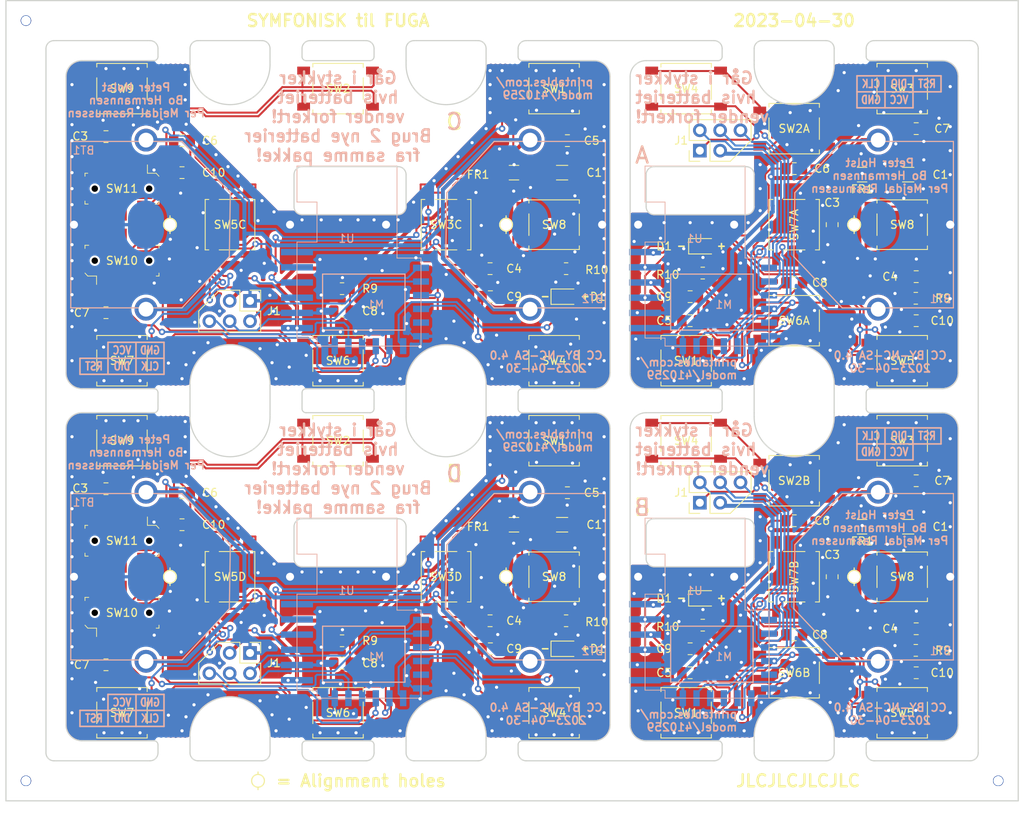
<source format=kicad_pcb>
(kicad_pcb (version 20221018) (generator pcbnew)
  (layers (0 "F.Cu" signal) (31 "B.Cu" signal) (34 "B.Paste" user) (35 "F.Paste" user) (36 "B.SilkS" user "B.Silkscreen") (37 "F.SilkS" user "F.Silkscreen") (38 "B.Mask" user) (39 "F.Mask" user) (44 "Edge.Cuts" user))
  (net 0 "")
  (net 1 "GND")
  (net 2 "LED")
  (net 3 "Net-(BT1-+)")
  (net 4 "CLK")
  (net 5 "DIO")
  (net 6 "PA04")
  (net 7 "PA03")
  (net 8 "RESET")
  (net 9 "PC05")
  (net 10 "Net-(D1-A)")
  (net 11 "VCC")
  (net 12 "PC03")
  (net 13 "PC04")
  (net 14 "PD00")
  (net 15 "PC02")
  (net 16 "PD01")
  (net 17 "PC01")
  (net 19 "Net-(SW10-Pad5)")
  (net 20 "Net-(SW10-Pad2)")
  (net 21 "Net-(SW11-Pad5)")
  (net 22 "Net-(SW11-Pad2)")
  (footprint "2-1437565-7:push-switch" (layer "F.Cu") (at 81.5 68)
    (fp_text reference "SW1")
    (fp_text value "UP")
  )
  (footprint "PTS641SM34SMTR2LFS:PTS641" (layer "F.Cu") (at 41 85 90)
    (fp_text reference "SW5D")
    (fp_text value "SHORT1/PLAY")
  )
  (footprint "Capacitor_SMD:C_1206_3216Metric_Pad1.33x1.80mm_HandSolder" (layer "F.Cu") (at 82.5 78.5)
    (fp_text reference "C1")
    (fp_text value "100nf")
  )
  (footprint "2-1437565-7:push-switch" (layer "F.Cu") (at 81.5 102)
    (fp_text reference "SW4")
    (fp_text value "DOWN")
  )
  (footprint "PTS641SM34SMTR2LFS:PTS641" (layer "F.Cu") (at 68 85 -90)
    (fp_text reference "SW3D")
    (fp_text value "SHORT2/PLAY")
  )
  (footprint "Capacitor_SMD:C_0805_2012Metric_Pad1.18x1.45mm_HandSolder" (layer "F.Cu") (at 73.5375 94)
    (fp_text reference "C9")
    (fp_text value "10nf")
  )
  (footprint "Capacitor_SMD:C_0805_2012Metric_Pad1.18x1.45mm_HandSolder" (layer "F.Cu") (at 25.5 96 180)
    (fp_text reference "C7")
    (fp_text value "10nf")
  )
  (footprint "Capacitor_SMD:C_0805_2012Metric_Pad1.18x1.45mm_HandSolder" (layer "F.Cu") (at 35 78.5)
    (fp_text reference "C10")
    (fp_text value "10nf")
  )
  (footprint "Capacitor_SMD:C_0805_2012Metric_Pad1.18x1.45mm_HandSolder" (layer "F.Cu") (at 83.1625 74.5)
    (fp_text reference "C5")
    (fp_text value "10nf")
  )
  (footprint "LED_SMD:LED_0805_2012Metric_Pad1.15x1.40mm_HandSolder" (layer "F.Cu") (at 82.975 94)
    (fp_text reference "D1")
    (fp_text value "LO R976" hide)
  )
  (footprint "Fuse:Fuse_1206_3216Metric_Pad1.42x1.75mm_HandSolder" (layer "F.Cu") (at 76.4875 78.5 180)
    (fp_text reference "FR1")
    (fp_text value "Fuse")
  )
  (footprint "PinHeader_2x02.5_P2.54mm_Vertical:PinHeader_2x02.5_P2.54mm_Vertical" (layer "F.Cu") (at 43.5 94.525 -90)
    (fp_text reference "J1")
    (fp_text value "Conn_02x03_Odd_Even")
  )
  (footprint "Connector_PinHeader_2.54mm:PinHeader_1x01_P2.54mm_Vertical_nosilk" (layer "F.Cu") (at 75.5 41 90)
    (fp_text reference "TP10" hide)
    (fp_text value "SW2_TP" hide)
  )
  (footprint "holes" (layer "F.Cu") (at 115.4 20.5)
    (fp_text reference "")
    (fp_text value "")
  )
  (footprint "Resistor_SMD:R_0805_2012Metric_Pad1.20x1.40mm_HandSolder" (layer "F.Cu") (at 83 46.5)
    (fp_text reference "R10")
    (fp_text value "1K" hide)
  )
  (footprint "holes" (layer "F.Cu") (at 107.6 61.5 180)
    (fp_text reference "")
    (fp_text value "")
  )
  (footprint "2-1437565-7:push-switch" (layer "F.Cu") (at 111.5 97)
    (fp_text reference "SW6B")
    (fp_text value "LEFT")
  )
  (footprint "Capacitor_SMD:C_0805_2012Metric_Pad1.18x1.45mm_HandSolder" (layer "F.Cu") (at 126.75 29)
    (fp_text reference "C7")
    (fp_text value "10nf")
  )
  (footprint "holes" (layer "F.Cu") (at 64.1 61.5 180)
    (fp_text reference "")
    (fp_text value "")
  )
  (footprint "Capacitor_SMD:C_1206_3216Metric_Pad1.33x1.80mm_HandSolder" (layer "F.Cu") (at 125.75 78.75)
    (fp_text reference "C1")
    (fp_text value "100nf")
  )
  (footprint "" (layer "F.Cu") (at 131 41)
    (fp_text reference "")
    (fp_text value "")
  )
  (footprint "holes" (layer "F.Cu") (at 51.3 61.5 180)
    (fp_text reference "")
    (fp_text value "")
  )
  (footprint "Connector_PinHeader_2.54mm:PinHeader_1x01_P2.54mm_Vertical_nosilk" (layer "F.Cu") (at 104 85 90)
    (fp_text reference "TP13" hide)
    (fp_text value "SW2_TP" hide)
  )
  (footprint "2-1437565-7:push-switch" (layer "F.Cu") (at 125 68 180)
    (fp_text reference "SW3")
    (fp_text value "SHORT2")
  )
  (footprint "2-1437565-7:push-switch" (layer "F.Cu") (at 27.5 102)
    (fp_text reference "SW7")
    (fp_text value "PLAY/SHORT1")
  )
  (footprint "PTS641SM34SMTR2LFS:PTS641" (layer "F.Cu") (at 81.5 85 180)
    (fp_text reference "SW8")
    (fp_text value "PAIR")
  )
  (footprint "digikey-footprints:Switch_Slide_MSKT-22D14" (layer "F.Cu") (at 27.5 89.5)
    (fp_text reference "SW10" hide)
    (fp_text value "JS202011SCQN")
  )
  (footprint "Capacitor_SMD:C_0805_2012Metric_Pad1.18x1.45mm_HandSolder" (layer "F.Cu") (at 126.75 73)
    (fp_text reference "C7")
    (fp_text value "10nf")
  )
  (footprint "Capacitor_SMD:C_0805_2012Metric_Pad1.18x1.45mm_HandSolder" (layer "F.Cu") (at 111.5 34)
    (fp_text reference "C6")
    (fp_text value "10nf")
  )
  (footprint "PTS641SM34SMTR2LFS:PTS641" (layer "F.Cu") (at 81.5 41 180)
    (fp_text reference "SW8")
    (fp_text value "PAIR")
  )
  (footprint "holes" (layer "F.Cu") (at 78.3 61.5 180)
    (fp_text reference "")
    (fp_text value "")
  )
  (footprint "2-1437565-7:push-switch" (layer "F.Cu") (at 54.5 58)
    (fp_text reference "SW6")
    (fp_text value "LEFT")
  )
  (footprint "Capacitor_SMD:C_0805_2012Metric_Pad1.18x1.45mm_HandSolder" (layer "F.Cu") (at 25.5 74 180)
    (fp_text reference "C3")
    (fp_text value "10nf")
  )
  (footprint "Capacitor_SMD:C_0805_2012Metric_Pad1.18x1.45mm_HandSolder" (layer "F.Cu") (at 35 30.5 180)
    (fp_text reference "C6")
    (fp_text value "10nf")
  )
  (footprint "Capacitor_SMD:C_0805_2012Metric_Pad1.18x1.45mm_HandSolder" (layer "F.Cu") (at 126.75 91.5 180)
    (fp_text reference "C4")
    (fp_text value "10nf")
  )
  (footprint "Connector_PinHeader_2.54mm:PinHeader_1x01_P2.54mm_Vertical_nosilk" (layer "F.Cu") (at 15.5 17.5 90)
    (fp_text reference "Pairing2" hide)
    (fp_text value "SW2_TP")
  )
  (footprint "2-1437565-7:push-switch" (layer "F.Cu") (at 81.5 58)
    (fp_text reference "SW4")
    (fp_text value "DOWN")
  )
  (footprint "Connector_PinHeader_2.54mm:PinHeader_1x01_P2.54mm_Vertical_nosilk" (layer "F.Cu") (at 87.5 85 90)
    (fp_text reference "TP13" hide)
    (fp_text value "SW2_TP" hide)
  )
  (footprint "Connector_PinHeader_2.54mm:PinHeader_1x01_P2.54mm_Vertical_nosilk" (layer "F.Cu") (at 33.5 41 90)
    (fp_text reference "TP10" hide)
    (fp_text value "SW2_TP" hide)
  )
  (footprint "holes" (layer "F.Cu") (at 44.9 64.5)
    (fp_text reference "")
    (fp_text value "")
  )
  (footprint "LED_SMD:LED_0805_2012Metric_Pad1.15x1.40mm_HandSolder" (layer "F.Cu") (at 100.175 87.7)
    (fp_text reference "D1")
    (fp_text value "LO R976" hide)
  )
  (footprint "Connector_PinHeader_2.54mm:PinHeader_1x01_P2.54mm_Vertical_nosilk" (layer "F.Cu") (at 92 85 90)
    (fp_text reference "TP13" hide)
    (fp_text value "SW2_TP" hide)
  )
  (footprint "PinHeader_2x02.5_P2.54mm_Vertical:PinHeader_2x02.5_P2.54mm_Vertical" (layer "F.Cu") (at 99.71 75.75 90)
    (fp_text reference "J1")
    (fp_text value "Conn_02x03_Odd_Even")
  )
  (footprint "Capacitor_SMD:C_0805_2012Metric_Pad1.18x1.45mm_HandSolder" (layer "F.Cu") (at 98.5 50)
    (fp_text reference "C9")
    (fp_text value "10nf")
  )
  (footprint "Resistor_SMD:R_0805_2012Metric_Pad1.20x1.40mm_HandSolder" (layer "F.Cu") (at 126.7 94.2)
    (fp_text reference "R9")
    (fp_text value "1M")
  )
  (footprint "PTS641SM34SMTR2LFS:PTS641" (layer "F.Cu") (at 41 41 90)
    (fp_text reference "SW5C")
    (fp_text value "SHORT1/PLAY")
  )
  (footprint "Capacitor_SMD:C_0805_2012Metric_Pad1.18x1.45mm_HandSolder" (layer "F.Cu") (at 55 51.8)
    (fp_text reference "C8")
    (fp_text value "10nf")
  )
  (footprint "holes" (layer "F.Cu") (at 133.25 113.06001 90)
    (fp_text reference "")
    (fp_text value "")
  )
  (footprint "holes" (layer "F.Cu") (at 89.75 112.995008 90)
    (fp_text reference "")
    (fp_text value "")
  )
  (footprint "Capacitor_SMD:C_0805_2012Metric_Pad1.18x1.45mm_HandSolder" (layer "F.Cu") (at 35 74.5 180)
    (fp_text reference "C6")
    (fp_text value "10nf")
  )
  (footprint "Capacitor_SMD:C_0805_2012Metric_Pad1.18x1.45mm_HandSolder" (layer "F.Cu") (at 73.5 46.5 180)
    (fp_text reference "C4")
    (fp_text value "10nf")
  )
  (footprint "PinHeader_2x02.5_P2.54mm_Vertical:PinHeader_2x02.5_P2.54mm_Vertical" (layer "F.Cu") (at 43.5 50.525 -90)
    (fp_text reference "J1")
    (fp_text value "Conn_02x03_Odd_Even")
  )
  (footprint "2-1437565-7:push-switch" (layer "F.Cu") (at 98 24 180)
    (fp_text reference "SW4")
    (fp_text value "DOWN")
  )
  (footprint "Capacitor_SMD:C_0805_2012Metric_Pad1.18x1.45mm_HandSolder" (layer "F.Cu") (at 25.5 30 180)
    (fp_text reference "C3")
    (fp_text value "10nf")
  )
  (footprint "digikey-footprints:Switch_Slide_MSKT-22D14" (layer "F.Cu") (at 27.5 36.5 180)
    (fp_text reference "SW11" hide)
    (fp_text value "JS202011SCQN")
  )
  (footprint "holes" (layer "F.Cu") (at 89.75 18.06001 90)
    (fp_text reference "")
    (fp_text value "")
  )
  (footprint "Capacitor_SMD:C_0805_2012Metric_Pad1.18x1.45mm_HandSolder" (layer "F.Cu") (at 25.5 52 180)
    (fp_text reference "C7")
    (fp_text value "10nf")
  )
  (footprint "holes" (layer "F.Cu") (at 30.7 20.5)
    (fp_text reference "")
    (fp_text value "")
  )
  (footprint "holes" (layer "F.Cu") (at 133.25 18.06001 90)
    (fp_text reference "")
    (fp_text value "")
  )
  (footprint "holes" (layer "F.Cu") (at 64.1 105.5 180)
    (fp_text reference "")
    (fp_text value "")
  )
  (footprint "2-1437565-7:push-switch" (layer "F.Cu") (at 111.5 29 180)
    (fp_text reference "SW2A")
    (fp_text value "RIGHT")
  )
  (footprint "Capacitor_SMD:C_0805_2012Metric_Pad1.18x1.45mm_HandSolder" (layer "F.Cu") (at 35 34.5)
    (fp_text reference "C10")
    (fp_text value "10nf")
  )
  (footprint "LED_SMD:LED_0805_2012Metric_Pad1.15x1.40mm_HandSolder" (layer "F.Cu") (at 100.175 43.7)
    (fp_text reference "D1")
    (fp_text value "LO R976" hide)
  )
  (footprint "2-1437565-7:push-switch" (layer "F.Cu") (at 98 58)
    (fp_text reference "SW1")
    (fp_text value "UP")
  )
  (footprint "Connector_PinHeader_2.54mm:PinHeader_1x01_P2.54mm_Vertical_nosilk" (layer "F.Cu") (at 21.5 41 90)
    (fp_text reference "TP13" hide)
    (fp_text value "SW2_TP" hide)
  )
  (footprint "holes" (layer "F.Cu") (at 44.9 20.5)
    (fp_text reference "")
    (fp_text value "")
  )
  (footprint "Capacitor_SMD:C_0805_2012Metric_Pad1.18x1.45mm_HandSolder" (layer "F.Cu") (at 83.1625 30.5)
    (fp_text reference "C5")
    (fp_text value "10nf")
  )
  (footprint "Connector_PinHeader_2.54mm:PinHeader_1x01_P2.54mm_Vertical_nosilk" (layer "F.Cu") (at 48.5 41 90)
    (fp_text reference "TP13" hide)
    (fp_text value "SW2_TP" hide)
  )
  (footprint "Capacitor_SMD:C_0805_2012Metric_Pad1.18x1.45mm_HandSolder" (layer "F.Cu") (at 126.75 53 180)
    (fp_text reference "C10")
    (fp_text value "10nf")
  )
  (footprint "holes" (layer "F.Cu") (at 30.7 64.5)
    (fp_text reference "")
    (fp_text value "")
  )
  (footprint "Connector_PinHeader_2.54mm:PinHeader_1x01_P2.54mm_Vertical_nosilk" (layer "F.Cu") (at 87.5 41 90)
    (fp_text reference "TP13" hide)
    (fp_text value "SW2_TP" hide)
  )
  (footprint "holes" (layer "F.Cu") (at 101.2 64.5)
    (fp_text reference "")
    (fp_text value "")
  )
  (footprint "Capacitor_SMD:C_1206_3216Metric_Pad1.33x1.80mm_HandSolder" (layer "F.Cu") (at 125.75 34.75)
    (fp_text reference "C1")
    (fp_text value "100nf")
  )
  (footprint "2-1437565-7:push-switch" (layer "F.Cu") (at 27.5 58)
    (fp_text reference "SW7")
    (fp_text value "PLAY/SHORT1")
  )
  (footprint "holes" (layer "F.Cu") (at 19.25 113.06001 90)
    (fp_text reference "")
    (fp_text value "")
  )
  (footprint "Connector_PinHeader_2.54mm:PinHeader_1x01_P2.54mm_Vertical_nosilk" (layer "F.Cu") (at 131 41 90)
    (fp_text reference "TP13" hide)
    (fp_text value "SW2_TP" hide)
  )
  (footprint "holes" (layer "F.Cu") (at 71.9 64.5)
    (fp_text reference "")
    (fp_text value "")
  )
  (footprint "Resistor_SMD:R_0805_2012Metric_Pad1.20x1.40mm_HandSolder" (layer "F.Cu") (at 55 93 180)
    (fp_text reference "R9")
    (fp_text value "1M")
  )
  (footprint "digikey-footprints:Switch_Slide_MSKT-22D14" (layer "F.Cu") (at 27.5 80.5 180)
    (fp_text reference "SW11" hide)
    (fp_text value "JS202011SCQN")
  )
  (footprint "holes" (layer "F.Cu") (at 115.4 64.5)
    (fp_text reference "")
    (fp_text value "")
  )
  (footprint "2-1437565-7:push-switch" (layer "F.Cu") (at 111.5 53)
    (fp_text reference "SW6A")
    (fp_text value "LEFT")
  )
  (footprint "PTS641SM34SMTR2LFS:PTS641" (layer "F.Cu") (at 68 41 -90)
    (fp_text reference "SW3C")
    (fp_text value "SHORT2/PLAY")
  )
  (footprint "holes" (layer "F.Cu") (at 107.6 105.5 180)
    (fp_text reference "")
    (fp_text value "")
  )
  (footprint "Capacitor_SMD:C_0805_2012Metric_Pad1.18x1.45mm_HandSolder" (layer "F.Cu") (at 126.75 97 180)
    (fp_text reference "C10")
    (fp_text value "10nf")
  )
  (footprint "holes" (layer "F.Cu") (at 78.3 105.5 180)
    (fp_text reference "")
    (fp_text value "")
  )
  (footprint "LED_SMD:LED_0805_2012Metric_Pad1.15x1.40mm_HandSolder" (layer "F.Cu") (at 82.975 50)
    (fp_text reference "D1")
    (fp_text value "LO R976" hide)
  )
  (footprint "Capacitor_SMD:C_0805_2012Metric_Pad1.18x1.45mm_HandSolder" (layer "F.Cu") (at 55 95.8)
    (fp_text reference "C8")
    (fp_text value "10nf")
  )
  (footprint "Capacitor_SMD:C_0805_2012Metric_Pad1.18x1.45mm_HandSolder" (layer "F.Cu") (at 73.5375 50)
    (fp_text reference "C9")
    (fp_text value "10nf")
  )
  (footprint "Connector_PinHeader_2.54mm:PinHeader_1x01_P2.54mm_Vertical_nosilk" (layer "F.Cu") (at 104 41 90)
    (fp_text reference "TP13" hide)
    (fp_text value "SW2_TP" hide)
  )
  (footprint "Connector_PinHeader_2.54mm:PinHeader_1x01_P2.54mm_Vertical_nosilk" (layer "F.Cu") (at 75.5 85 90)
    (fp_text reference "TP10" hide)
    (fp_text value "SW2_TP" hide)
  )
  (footprint "Connector_PinHeader_2.54mm:PinHeader_1x01_P2.54mm_Vertical_nosilk" (layer "F.Cu") (at 33.5 85 90)
    (fp_text reference "TP10" hide)
    (fp_text value "SW2_TP" hide)
  )
  (footprint "PTS641SM34SMTR2LFS:PTS641" (layer "F.Cu") (at 125 85 180)
    (fp_text reference "SW8")
    (fp_text value "PAIR")
  )
  (footprint "2-1437565-7:push-switch" (layer "F.Cu") (at 54.5 68 180)
    (fp_text reference "SW2")
    (fp_text value "RIGHT")
  )
  (footprint "2-1437565-7:push-switch" (layer "F.Cu") (at 54.5 24 180)
    (fp_text reference "SW2")
    (fp_text value "RIGHT")
  )
  (footprint "Resistor_SMD:R_0805_2012Metric_Pad1.20x1.40mm_HandSolder" (layer "F.Cu") (at 55 49 180)
    (fp_text reference "R9")
    (fp_text value "1M")
  )
  (footprint "2-1437565-7:push-switch" (layer "F.Cu") (at 54.5 102)
    (fp_text reference "SW6")
    (fp_text value "LEFT")
  )
  (footprint "2-1437565-7:push-switch" (layer "F.Cu") (at 125 58)
    (fp_text reference "SW5")
    (fp_text value "SHORT1")
  )
  (footprint "Connector_PinHeader_2.54mm:PinHeader_1x01_P2.54mm_Vertical_nosilk" (layer "F.Cu") (at 119 85 90)
    (fp_text reference "TP10" hide)
    (fp_text value "SW2_TP" hide)
  )
  (footprint "holes" (layer "F.Cu") (at 51.3 105.5 180)
    (fp_text reference "")
    (fp_text value "")
  )
  (footprint "Fuse:Fuse_1206_3216Metric_Pad1.42x1.75mm_HandSolder" (layer "F.Cu") (at 119.9875 34.75 180)
    (fp_text reference "FR1")
    (fp_text value "Fuse")
  )
  (footprint "Connector_PinHeader_2.54mm:PinHeader_1x01_P2.54mm_Vertical_nosilk" (layer "F.Cu") (at 15.5 112.5 90)
    (fp_text reference "Pairing2" hide)
    (fp_text value "SW2_TP")
  )
  (footprint "2-1437565-7:push-switch" (layer "F.Cu") (at 81.5 24)
    (fp_text reference "SW1")
    (fp_text value "UP")
  )
  (footprint "digikey-footprints:Switch_Slide_MSKT-22D14" (layer "F.Cu") (at 27.5 45.5)
    (fp_text reference "SW10" hide)
    (fp_text value "JS202011SCQN")
  )
  (footprint "Connector_PinHeader_2.54mm:PinHeader_1x01_P2.54mm_Vertical_nosilk" (layer "F.Cu") (at 48.5 85 90)
    (fp_text reference "TP13" hide)
    (fp_text value "SW2_TP" hide)
  )
  (footprint "Capacitor_SMD:C_0805_2012Metric_Pad1.18x1.45mm_HandSolder" (layer "F.Cu") (at 98.5 97 180)
    (fp_text reference "C5")
    (fp_text value "10nf")
  )
  (footprint "Capacitor_SMD:C_0805_2012Metric_Pad1.18x1.45mm_HandSolder" (layer "F.Cu") (at 111.5 78)
    (fp_text reference "C6")
    (fp_text value "10nf")
  )
  (footprint "Resistor_SMD:R_0805_2012Metric_Pad1.20x1.40mm_HandSolder" (layer "F.Cu") (at 126.7 50.2)
    (fp_text reference "R9")
    (fp_text value "1M")
  )
  (footprint "Resistor_SMD:R_0805_2012Metric_Pad1.20x1.40mm_HandSolder" (layer "F.Cu") (at 100.075 91.05)
    (fp_text reference "R10")
    (fp_text value "1K" hide)
  )
  (footprint "Capacitor_SMD:C_0805_2012Metric_Pad1.18x1.45mm_HandSolder" (layer "F.Cu") (at 98.5 53 180)
    (fp_text reference "C5")
    (fp_text value "10nf")
  )
  (footprint "2-1437565-7:push-switch" (layer "F.Cu") (at 125 102)
    (fp_text reference "SW5")
    (fp_text value "SHORT1")
  )
  (footprint "PTS641SM34SMTR2LFS:PTS641" (layer "F.Cu") (at 125 41 180)
    (fp_text reference "SW8")
    (fp_text value "PAIR")
  )
  (footprint "Capacitor_SMD:C_1206_3216Metric_Pad1.33x1.80mm_HandSolder" (layer "F.Cu") (at 82.5 34.5)
    (fp_text reference "C1")
    (fp_text value "100nf")
  )
  (footprint "Connector_PinHeader_2.54mm:PinHeader_1x01_P2.54mm_Vertical_nosilk" (layer "F.Cu") (at 60.5 41 90)
    (fp_text reference "TP13" hide)
    (fp_text value "SW2_TP" hide)
  )
  (footprint "2-1437565-7:push-switch" (layer "F.Cu") (at 98 102)
    (fp_text reference "SW1")
    (fp_text value "UP")
  )
  (footprint "2-1437565-7:push-switch" (layer "F.Cu") (at 111.5 73 180)
    (fp_text reference "SW2B")
    (fp_text value "RIGHT")
  )
  (footprint "Connector_PinHeader_2.54mm:PinHeader_1x01_P2.54mm_Vertical_nosilk" (layer "F.Cu") (at 92 41 90)
    (fp_text reference "TP13" hide)
    (fp_text value "SW2_TP" hide)
  )
  (footprint "2-1437565-7:push-switch" (layer "F.Cu") (at 98 68 180)
    (fp_text reference "SW4")
    (fp_text value "DOWN")
  )
  (footprint "holes" (layer "F.Cu") (at 121.8 105.5 180)
    (fp_text reference "")
    (fp_text value "")
  )
  (footprint "holes" (layer "F.Cu") (at 101.2 20.5)
    (fp_text reference "")
    (fp_text value "")
  )
  (footprint "2-1437565-7:push-switch" (layer "F.Cu") (at 27.5 68 180)
    (fp_text reference "SW9")
    (fp_text value "PLAY/SHORT2")
  )
  (footprint "Resistor_SMD:R_0805_2012Metric_Pad1.20x1.40mm_HandSolder" (layer "F.Cu") (at 100.075 47.05)
    (fp_text reference "R10")
    (fp_text value "1K" hide)
  )
  (footprint "Capacitor_SMD:C_0805_2012Metric_Pad1.18x1.45mm_HandSolder" (layer "F.Cu") (at 116.25 85 -90)
    (fp_text reference "C3")
    (fp_text value "10nf")
  )
  (footprint "Capacitor_SMD:C_0805_2012Metric_Pad1.18x1.45mm_HandSolder" (layer "F.Cu") (at 98.5 94)
    (fp_text reference "C9")
    (fp_text value "10nf")
  )
  (footprint "Capacitor_SMD:C_0805_2012Metric_Pad1.18x1.45mm_HandSolder" (layer "F.Cu") (at 116.25 41 -90)
    (fp_text reference "C3")
    (fp_text value "10nf")
  )
  (footprint "Connector_PinHeader_2.54mm:PinHeader_1x01_P2.54mm_Vertical_nosilk" (layer "F.Cu") (at 60.5 85 90)
    (fp_text reference "TP13" hide)
    (fp_text value "SW2_TP" hide)
  )
  (footprint "Capacitor_SMD:C_0805_2012Metric_Pad1.18x1.45mm_HandSolder" (layer "F.Cu") (at 73.5 90.5 180)
    (fp_text reference "C4")
    (fp_text value "10nf")
  )
  (footprint "Connector_PinHeader_2.54mm:PinHeader_1x01_P2.54mm_Vertical_nosilk" (layer "F.Cu") (at 131 85 90)
    (fp_text reference "TP13" hide)
    (fp_text value "SW2_TP" hide)
  )
  (footprint "Fuse:Fuse_1206_3216Metric_Pad1.42x1.75mm_HandSolder" (layer "F.Cu") (at 76.4875 34.5 180)
    (fp_text reference "FR1")
    (fp_text value "Fuse")
  )
  (footprint "holes" (layer "F.Cu") (at 57.7 64.5)
    (fp_text reference "")
    (fp_text value "")
  )
  (footprint "holes" (layer "F.Cu") (at 37.1 105.5 180)
    (fp_text reference "")
    (fp_text value "")
  )
  (footprint "Capacitor_SMD:C_0805_2012Metric_Pad1.18x1.45mm_HandSolder" (layer "F.Cu") (at 111.5 92.25)
    (fp_text reference "C8")
    (fp_text value "10nf")
  )
  (footprint "2-1437565-7:push-switch" (layer "F.Cu") (at 125 24 180)
    (fp_text reference "SW3")
    (fp_text value "SHORT2")
  )
  (footprint "2-1437565-7:push-switch" (layer "F.Cu") (at 111.5 41 90)
    (fp_text reference "SW7A")
    (fp_text value "PLAY")
  )
  (footprint "holes" (layer "F.Cu") (at 57.7 20.5)
    (fp_text reference "")
    (fp_text value "")
  )
  (footprint "Fuse:Fuse_1206_3216Metric_Pad1.42x1.75mm_HandSolder" (layer "F.Cu") (at 119.9875 78.75 180)
    (fp_text reference "FR1")
    (fp_text value "Fuse")
  )
  (footprint "Capacitor_SMD:C_0805_2012Metric_Pad1.18x1.45mm_HandSolder" (layer "F.Cu") (at 111.5 48.25)
    (fp_text reference "C8")
    (fp_text value "10nf")
  )
  (footprint "holes" (layer "F.Cu") (at 37.1 61.5 180)
    (fp_text reference "")
    (fp_text value "")
  )
  (footprint "Connector_PinHeader_2.54mm:PinHeader_1x01_P2.54mm_Vertical_nosilk" (layer "F.Cu") (at 44.35 110.5 90)
    (fp_text reference "TP10" hide)
    (fp_text value "SW2_TP" hide)
  )
  (footprint "2-1437565-7:push-switch" (layer "F.Cu") (at 111.5 85 90)
    (fp_text reference "SW7B")
    (fp_text value "PLAY")
  )
  (footprint "holes" (layer "F.Cu") (at 71.9 20.5)
    (fp_text reference "")
    (fp_text value "")
  )
  (footprint "holes" (layer "F.Cu") (at 121.8 61.5 180)
    (fp_text reference "")
    (fp_text value "")
  )
  (footprint "Connector_PinHeader_2.54mm:PinHeader_1x01_P2.54mm_Vertical_nosilk" (layer "F.Cu") (at 119 41 90)
    (fp_text reference "TP10" hide)
    (fp_text value "SW2_TP" hide)
  )
  (footprint "2-1437565-7:push-switch" (layer "F.Cu") (at 27.5 24 180)
    (fp_text reference "SW9")
    (fp_text value "PLAY/SHORT2")
  )
  (footprint "PinHeader_2x02.5_P2.54mm_Vertical:PinHeader_2x02.5_P2.54mm_Vertical" (layer "F.Cu") (at 99.71 31.75 90)
    (fp_text reference "J1")
    (fp_text value "Conn_02x03_Odd_Even")
  )
  (footprint "Connector_PinHeader_2.54mm:PinHeader_1x01_P2.54mm_Vertical_nosilk" (layer "F.Cu") (at 137 112.5 90)
    (fp_text reference "Pairing2" hide)
    (fp_text value "SW2_TP")
  )
  (footprint "Capacitor_SMD:C_0805_2012Metric_Pad1.18x1.45mm_HandSolder" (layer "F.Cu") (at 126.75 47.5 180)
    (fp_text reference "C4")
    (fp_text value "10nf")
  )
  (footprint "holes" (layer "F.Cu") (at 19.25 18.06001 90)
    (fp_text reference "")
    (fp_text value "")
  )
  (footprint "Resistor_SMD:R_0805_2012Metric_Pad1.20x1.40mm_HandSolder" (layer "F.Cu") (at 83 90.5)
    (fp_text reference "R10")
    (fp_text value "1K" hide)
  )
  (footprint "Connector_PinHeader_2.54mm:PinHeader_1x01_P2.54mm_Vertical_nosilk" (layer "F.Cu") (at 21.5 85 90)
    (fp_text reference "TP13" hide)
    (fp_text value "SW2_TP" hide)
  )
  (footprint "BT-888:BK-888_CR2032_Batteryholder" (layer "B.Cu") (at 78.5 85 90)
    (fp_text reference "BT2")
    (fp_text value "BT-888")
  )
  (footprint "icc-1:MGM210L022INF2" (layer "B.Cu") (at 59.2 94.5 180)
    (fp_text reference "M1")
    (fp_text value "MGM210L022INF2")
  )
  (footprint "icc-1:MGM210L022INF2" (layer "B.Cu") (at 59.2 50.5 180)
    (fp_text reference "M1")
    (fp_text value "MGM210L022INF2")
  )
  (footprint "icc-1:MGM210L022INF2" (layer "B.Cu") (at 102.7 94.5 180)
    (fp_text reference "M1")
    (fp_text value "MGM210L022INF2")
  )
  (footprint "icc-1:MGM210L022INF2" (layer "B.Cu") (at 102.7 50.5 180)
    (fp_text reference "M1")
    (fp_text value "MGM210L022INF2")
  )
  (footprint "BT-888:BK-888_CR2032_Batteryholder" (layer "B.Cu") (at 78.5 41 90)
    (fp_text reference "BT2")
    (fp_text value "BT-888")
  )
  (footprint "BT-888:BK-888_CR2032_Batteryholder" (layer "B.Cu") (at 122 85 90)
    (fp_text reference "BT1")
    (fp_text value "BT-888")
  )
  (footprint "BT-888:BK-888_CR2032_Batteryholder" (layer "B.Cu") (at 30.5 85 -90)
    (fp_text reference "BT1")
    (fp_text value "BT-888")
  )
  (footprint "BT-888:BK-888_CR2032_Batteryholder" (layer "B.Cu") (at 30.5 41 -90)
    (fp_text reference "BT1")
    (fp_text value "BT-888")
  )
  (footprint "BT-888:BK-888_CR2032_Batteryholder" (layer "B.Cu") (at 122 41 90)
    (fp_text reference "BT1")
    (fp_text value "BT-888")
  )
  (gr_line (start 32.75 101.7) (end 22.25 101.7) (stroke (width 0.2)) (layer "B.SilkS"))
  (gr_line (start 29.25 99.7) (end 29.25 103.7) (stroke (width 0.2)) (layer "B.SilkS"))
  (gr_line (start 32.75 99.7) (end 25.75 99.7) (stroke (width 0.2)) (layer "B.SilkS"))
  (gr_line (start 22.25 103.7) (end 32.75 103.7) (stroke (width 0.2)) (layer "B.SilkS"))
  (gr_line (start 32.75 103.7) (end 32.75 99.7) (stroke (width 0.2)) (layer "B.SilkS"))
  (gr_line (start 25.75 99.7) (end 25.75 103.7) (stroke (width 0.2)) (layer "B.SilkS"))
  (gr_line (start 22.25 101.7) (end 22.25 103.7) (stroke (width 0.2)) (layer "B.SilkS"))
  (gr_line (start 32.75 55.7) (end 25.75 55.7) (stroke (width 0.2)) (layer "B.SilkS"))
  (gr_line (start 129.85 66.4) (end 119.35 66.4) (stroke (width 0.2)) (layer "B.SilkS"))
  (gr_line (start 129.85 24.4) (end 129.85 22.4) (stroke (width 0.2)) (layer "B.SilkS"))
  (gr_line (start 119.35 22.4) (end 119.35 26.4) (stroke (width 0.2)) (layer "B.SilkS"))
  (gr_line (start 126.35 26.4) (end 126.35 22.4) (stroke (width 0.2)) (layer "B.SilkS"))
  (gr_line (start 29.25 55.7) (end 29.25 59.7) (stroke (width 0.2)) (layer "B.SilkS"))
  (gr_line (start 119.35 66.4) (end 119.35 70.4) (stroke (width 0.2)) (layer "B.SilkS"))
  (gr_line (start 25.75 55.7) (end 25.75 59.7) (stroke (width 0.2)) (layer "B.SilkS"))
  (gr_line (start 22.25 59.7) (end 32.75 59.7) (stroke (width 0.2)) (layer "B.SilkS"))
  (gr_line (start 122.85 26.4) (end 122.85 22.4) (stroke (width 0.2)) (layer "B.SilkS"))
  (gr_line (start 32.75 59.7) (end 32.75 55.7) (stroke (width 0.2)) (layer "B.SilkS"))
  (gr_line (start 119.35 24.4) (end 129.85 24.4) (stroke (width 0.2)) (layer "B.SilkS"))
  (gr_line (start 129.85 22.4) (end 119.35 22.4) (stroke (width 0.2)) (layer "B.SilkS"))
  (gr_line (start 119.35 26.4) (end 126.35 26.4) (stroke (width 0.2)) (layer "B.SilkS"))
  (gr_line (start 122.85 70.4) (end 122.85 66.4) (stroke (width 0.2)) (layer "B.SilkS"))
  (gr_line (start 129.85 68.4) (end 129.85 66.4) (stroke (width 0.2)) (layer "B.SilkS"))
  (gr_line (start 32.75 57.7) (end 22.25 57.7) (stroke (width 0.2)) (layer "B.SilkS"))
  (gr_line (start 119.35 70.4) (end 126.35 70.4) (stroke (width 0.2)) (layer "B.SilkS"))
  (gr_line (start 22.25 57.7) (end 22.25 59.7) (stroke (width 0.2)) (layer "B.SilkS"))
  (gr_line (start 126.35 70.4) (end 126.35 66.4) (stroke (width 0.2)) (layer "B.SilkS"))
  (gr_line (start 119.35 68.4) (end 129.85 68.4) (stroke (width 0.2)) (layer "B.SilkS"))
  (gr_line (start 85.385 94.335) (end 85.385 93.665) (stroke (width 0.2)) (layer "F.SilkS"))
  (gr_line (start 80.72 94) (end 80.05 94) (stroke (width 0.2)) (layer "F.SilkS"))
  (gr_line (start 85.05 94) (end 85.72 94) (stroke (width 0.2)) (layer "F.SilkS"))
  (gr_line (start 33.5 40.2) (end 33.5 39.9) (stroke (width 0.15)) (layer "F.SilkS"))
  (gr_line (start 119 84.2) (end 119 83.9) (stroke (width 0.15)) (layer "F.SilkS"))
  (gr_line (start 44.5 111.3) (end 44.5 111.6) (stroke (width 0.15)) (layer "F.SilkS"))
  (gr_line (start 102.415 88.035) (end 102.415 87.365) (stroke (width 0.2)) (layer "F.SilkS"))
  (gr_line (start 102.08 43.7) (end 102.75 43.7) (stroke (width 0.2)) (layer "F.SilkS"))
  (gr_circle (center 33.5 85) (end 34.3 85) (stroke (width 0.15)) (fill none) (layer "F.SilkS"))
  (gr_circle (center 44.5 110.5) (end 45.3 110.5) (stroke (width 0.15)) (fill none) (layer "F.SilkS"))
  (gr_line (start 119 85.8) (end 119 86.1) (stroke (width 0.15)) (layer "F.SilkS"))
  (gr_line (start 33.5 85.8) (end 33.5 86.1) (stroke (width 0.15)) (layer "F.SilkS"))
  (gr_line (start 33.5 41.8) (end 33.5 42.1) (stroke (width 0.15)) (layer "F.SilkS"))
  (gr_line (start 75.5 40.2) (end 75.5 39.9) (stroke (width 0.15)) (layer "F.SilkS"))
  (gr_circle (center 119 41) (end 119.8 41) (stroke (width 0.15)) (fill none) (layer "F.SilkS"))
  (gr_circle (center 33.5 41) (end 34.3 41) (stroke (width 0.15)) (fill none) (layer "F.SilkS"))
  (gr_line (start 119 41.8) (end 119 42.1) (stroke (width 0.15)) (layer "F.SilkS"))
  (gr_line (start 97.75 43.7) (end 97.08 43.7) (stroke (width 0.2)) (layer "F.SilkS"))
  (gr_circle (center 75.5 41) (end 76.3 41) (stroke (width 0.15)) (fill none) (layer "F.SilkS"))
  (gr_line (start 85.385 50.335) (end 85.385 49.665) (stroke (width 0.2)) (layer "F.SilkS"))
  (gr_circle (center 75.5 85) (end 76.3 85) (stroke (width 0.15)) (fill none) (layer "F.SilkS"))
  (gr_line (start 102.08 87.7) (end 102.75 87.7) (stroke (width 0.2)) (layer "F.SilkS"))
  (gr_circle (center 119 85) (end 119.8 85) (stroke (width 0.15)) (fill none) (layer "F.SilkS"))
  (gr_line (start 44.5 109.7) (end 44.5 109.4) (stroke (width 0.15)) (layer "F.SilkS"))
  (gr_line (start 75.5 85.8) (end 75.5 86.1) (stroke (width 0.15)) (layer "F.SilkS"))
  (gr_line (start 85.05 50) (end 85.72 50) (stroke (width 0.2)) (layer "F.SilkS"))
  (gr_line (start 75.5 84.2) (end 75.5 83.9) (stroke (width 0.15)) (layer "F.SilkS"))
  (gr_line (start 80.72 50) (end 80.05 50) (stroke (width 0.2)) (layer "F.SilkS"))
  (gr_line (start 102.415 44.035) (end 102.415 43.365) (stroke (width 0.2)) (layer "F.SilkS"))
  (gr_line (start 119 40.2) (end 119 39.9) (stroke (width 0.15)) (layer "F.SilkS"))
  (gr_line (start 75.5 41.8) (end 75.5 42.1) (stroke (width 0.15)) (layer "F.SilkS"))
  (gr_line (start 33.5 84.2) (end 33.5 83.9) (stroke (width 0.15)) (layer "F.SilkS"))
  (gr_line (start 97.75 87.7) (end 97.08 87.7) (stroke (width 0.2)) (layer "F.SilkS"))
  (gr_line (start 77.0021 106.9979) (end 77 106) (stroke (width 0.15)) (layer "Edge.Cuts"))
  (gr_line (start 59 106) (end 59.0021 106.9979) (stroke (width 0.15)) (layer "Edge.Cuts"))
  (gr_line (start 63 105.5) (end 63.0021 106.9979) (stroke (width 0.15)) (layer "Edge.Cuts"))
  (gr_line (start 73 105.5) (end 73.0021 106.9979) (stroke (width 0.15)) (layer "Edge.Cuts"))
  (gr_line (start 77.5 105.5) (end 86.5 105.5) (stroke (width 0.15)) (layer "Edge.Cuts"))
  (gr_arc (start 86.5 64.5) (mid 87.914214 65.085786) (end 88.5 66.5) (stroke (width 0.15)) (layer "Edge.Cuts"))
  (gr_line (start 58.5 64.5) (end 50.5 64.5) (stroke (width 0.15)) (layer "Edge.Cuts"))
  (gr_arc (start 73 65) (mid 68 70) (end 63 65) (stroke (width 0.15)) (layer "Edge.Cuts"))
  (gr_line (start 50 77.75) (end 62 77.75) (stroke (width 0.15)) (layer "Edge.Cuts"))
  (gr_line (start 62 83.75) (end 50 83.75) (stroke (width 0.15)) (layer "Edge.Cuts"))
  (gr_arc (start 58.9979 64.0021) (mid 58.852068 64.354168) (end 58.5 64.5) (stroke (width 0.15)) (layer "Edge.Cuts"))
  (gr_arc (start 77 106) (mid 77.146447 105.646447) (end 77.5 105.5) (stroke (width 0.15)) (layer "Edge.Cuts"))
  (gr_arc (start 77.5 64.5) (mid 77.146447 64.353553) (end 77 64) (stroke (width 0.15)) (layer "Edge.Cuts"))
  (gr_line (start 88.5 66.5) (end 88.5 103.5) (stroke (width 0.15)) (layer "Edge.Cuts"))
  (gr_arc (start 63 105) (mid 68 100) (end 73 105) (stroke (width 0.15)) (layer "Edge.Cuts"))
  (gr_arc (start 58.5 105.5) (mid 58.853553 105.646447) (end 59 106) (stroke (width 0.15)) (layer "Edge.Cuts"))
  (gr_line (start 86.499532 64.5021) (end 77.5 64.5021) (stroke (width 0.15)) (layer "Edge.Cuts"))
  (gr_line (start 73 65) (end 73 64.5) (stroke (width 0.15)) (layer "Edge.Cuts"))
  (gr_line (start 63 64.5) (end 63 65) (stroke (width 0.15)) (layer "Edge.Cuts"))
  (gr_line (start 63 78.75) (end 63 82.75) (stroke (width 0.15)) (layer "Edge.Cuts"))
  (gr_line (start 63 105.5) (end 63 105) (stroke (width 0.15)) (layer "Edge.Cuts"))
  (gr_line (start 73 105) (end 73 105.5) (stroke (width 0.15)) (layer "Edge.Cuts"))
  (gr_arc (start 88.5 103.5) (mid 87.914214 104.914214) (end 86.5 105.5) (stroke (width 0.15)) (layer "Edge.Cuts"))
  (gr_arc (start 63 82.75) (mid 62.707107 83.457107) (end 62 83.75) (stroke (width 0.15)) (layer "Edge.Cuts"))
  (gr_arc (start 62 77.75) (mid 62.707107 78.042893) (end 63 78.75) (stroke (width 0.15)) (layer "Edge.Cuts"))
  (gr_arc (start 121 20.5) (mid 120.646447 20.353553) (end 120.5 20) (stroke (width 0.15)) (layer "Edge.Cuts"))
  (gr_arc (start 106.5 105) (mid 111.5 100) (end 116.5 105) (stroke (width 0.15)) (layer "Edge.Cuts"))
  (gr_line (start 63 20.5) (end 63 21) (stroke (width 0.15)) (layer "Edge.Cuts"))
  (gr_line (start 36 21) (end 36 20.5) (stroke (width 0.15)) (layer "Edge.Cuts"))
  (gr_line (start 77 20) (end 77 19) (stroke (width 0.15)) (layer "Edge.Cuts"))
  (gr_arc (start 134.5 107) (mid 134.207107 107.707107) (end 133.5 108) (stroke (width 0.15)) (layer "Edge.Cuts"))
  (gr_arc (start 51.000468 107.9979) (mid 50.293382 107.704995) (end 50.000468 106.9979) (stroke (width 0.15)) (layer "Edge.Cuts"))
  (gr_line (start 32.0021 61.9979) (end 32 64) (stroke (width 0.15)) (layer "Edge.Cuts"))
  (gr_line (start 105.5 83.75) (end 94 83.75) (stroke (width 0.15)) (layer "Edge.Cuts"))
  (gr_arc (start 19 108) (mid 18.292893 107.707107) (end 18 107) (stroke (width 0.15)) (layer "Edge.Cuts"))
  (gr_line (start 106.5 61.5) (end 106.5 61) (stroke (width 0.15)) (layer "Edge.Cuts"))
  (gr_arc (start 58.9979 20.0021) (mid 58.852068 20.354168) (end 58.5 20.5) (stroke (width 0.15)) (layer "Edge.Cuts"))
  (gr_arc (start 93 105.5) (mid 91.585786 104.914214) (end 91 103.5) (stroke (width 0.15)) (layer "Edge.Cuts"))
  (gr_arc (start 105.5 33.75) (mid 106.207107 34.042893) (end 106.5 34.75) (stroke (width 0.15)) (layer "Edge.Cuts"))
  (gr_line (start 37 18) (end 45 18) (stroke (width 0.15)) (layer "Edge.Cuts"))
  (gr_line (start 116.5 105.5) (end 116.500468 106.9979) (stroke (width 0.15)) (layer "Edge.Cuts"))
  (gr_arc (start 72 18) (mid 72.707107 18.292893) (end 73 19) (stroke (width 0.15)) (layer "Edge.Cuts"))
  (gr_line (start 31.5 20.5) (end 22.5 20.5) (stroke (width 0.15)) (layer "Edge.Cuts"))
  (gr_line (start 73 61) (end 73 61.5) (stroke (width 0.15)) (layer "Edge.Cuts"))
  (gr_arc (start 59.0021 106.9979) (mid 58.709207 107.705007) (end 58.0021 107.9979) (stroke (width 0.15)) (layer "Edge.Cuts"))
  (gr_line (start 50.0021 106.9979) (end 50.0021 105.9979) (stroke (width 0.15)) (layer "Edge.Cuts"))
  (gr_line (start 91 59.5) (end 91 39.75) (stroke (width 0.15)) (layer "Edge.Cuts"))
  (gr_arc (start 116.5 21) (mid 111.5 26) (end 106.5 21) (stroke (width 0.15)) (layer "Edge.Cuts"))
  (gr_line (start 73 19) (end 73 20.5) (stroke (width 0.15)) (layer "Edge.Cuts"))
  (gr_arc (start 78.0021 107.9979) (mid 77.294993 107.705007) (end 77.0021 106.9979) (stroke (width 0.15)) (layer "Edge.Cuts"))
  (gr_line (start 106.5 61.5) (end 106.5 64.5) (stroke (width 0.15)) (layer "Edge.Cuts"))
  (gr_arc (start 132 103.5) (mid 131.414214 104.914214) (end 130 105.5) (stroke (width 0.15)) (layer "Edge.Cuts"))
  (gr_line (start 107.5 18) (end 115.5 18) (stroke (width 0.15)) (layer "Edge.Cuts"))
  (gr_arc (start 106.5 38.75) (mid 106.207107 39.457107) (end 105.5 39.75) (stroke (width 0.15)) (layer "Edge.Cuts"))
  (gr_line (start 102 61.5) (end 93 61.5) (stroke (width 0.15)) (layer "Edge.Cuts"))
  (gr_line (start 73 61.5) (end 73 64.5) (stroke (width 0.15)) (layer "Edge.Cuts"))
  (gr_line (start 46 20.5) (end 46 21) (stroke (width 0.15)) (layer "Edge.Cuts"))
  (gr_line (start 106.5 19) (end 106.5 20.5) (stroke (width 0.15)) (layer "Edge.Cuts"))
  (gr_line (start 105.5 39.75) (end 94 39.75) (stroke (width 0.15)) (layer "Edge.Cuts"))
  (gr_line (start 116.5 61.5) (end 116.5 64.5) (stroke (width 0.15)) (layer "Edge.Cuts"))
  (gr_line (start 46 20.5) (end 46 19) (stroke (width 0.15)) (layer "Edge.Cuts"))
  (gr_line (start 94 33.75) (end 105.5 33.75) (stroke (width 0.15)) (layer "Edge.Cuts"))
  (gr_arc (start 36 61) (mid 41 56) (end 46 61) (stroke (width 0.15)) (layer "Edge.Cuts"))
  (gr_line (start 93 78.75) (end 93 82.75) (stroke (width 0.15)) (layer "Edge.Cuts"))
  (gr_arc (start 49 78.75) (mid 49.292893 78.042893) (end 50 77.75) (stroke (width 0.15)) (layer "Edge.Cuts"))
  (gr_arc (start 50.5 20.5) (mid 50.146447 20.353553) (end 50 20) (stroke (width 0.15)) (layer "Edge.Cuts"))
  (gr_arc (start 32 20) (mid 31.853553 20.353553) (end 31.5 20.5) (stroke (width 0.15)) (layer "Edge.Cuts"))
  (gr_line (start 102 20.5) (end 93 20.5) (stroke (width 0.15)) (layer "Edge.Cuts"))
  (gr_line (start 49 78.75) (end 49 82.75) (stroke (width 0.15)) (layer "Edge.Cuts"))
  (gr_line (start 106.5 105.5) (end 106.5 105) (stroke (width 0.15)) (layer "Edge.Cuts"))
  (gr_line (start 77.5 61.5) (end 86.5 61.5) (stroke (width 0.15)) (layer "Edge.Cuts"))
  (gr_line (start 129.999532 64.5021) (end 121 64.5021) (stroke (width 0.15)) (layer "Edge.Cuts"))
  (gr_line (start 18 107) (end 18 19) (stroke (width 0.15)) (layer "Edge.Cuts"))
  (gr_line (start 58.5 20.5) (end 50.5 20.5) (stroke (width 0.15)) (layer "Edge.Cuts"))
  (gr_arc (start 102 61.5) (mid 102.353553 61.646447) (end 102.5 62) (stroke (width 0.15)) (layer "Edge.Cuts"))
  (gr_line (start 36 65) (end 36 64.5) (stroke (width 0.15)) (layer "Edge.Cuts"))
  (gr_line (start 22.500468 61.4979) (end 31.5 61.4979) (stroke (width 0.15)) (layer "Edge.Cuts"))
  (gr_line (start 31 108) (end 19 108) (stroke (width 0.15)) (layer "Edge.Cuts"))
  (gr_arc (start 120.5 106) (mid 120.646447 105.646447) (end 121 105.5) (stroke (width 0.15)) (layer "Edge.Cuts"))
  (gr_line (start 102.5 62) (end 102.4979 64.0021) (stroke (width 0.15)) (layer "Edge.Cuts"))
  (gr_line (start 36 61) (end 36 61.5) (stroke (width 0.15)) (layer "Edge.Cuts"))
  (gr_line (start 73 21) (end 73 20.5) (stroke (width 0.15)) (layer "Edge.Cuts"))
  (gr_arc (start 94 39.75) (mid 93.292893 39.457107) (end 93 38.75) (stroke (width 0.15)) (layer "Edge.Cuts"))
  (gr_arc (start 36 105) (mid 41 100) (end 46 105) (stroke (width 0.15)) (layer "Edge.Cuts"))
  (gr_arc (start 130 64.5) (mid 131.414214 65.085786) (end 132 66.5) (stroke (width 0.15)) (layer "Edge.Cuts"))
  (gr_line (start 129.999532 20.5021) (end 121 20.5021) (stroke (width 0.15)) (layer "Edge.Cuts"))
  (gr_arc (start 22.5 61.5) (mid 21.085786 60.914214) (end 20.5 59.5) (stroke (width 0.15)) (layer "Edge.Cuts"))
  (gr_arc (start 50 19) (mid 50.292893 18.292893) (end 51 18) (stroke (width 0.15)) (layer "Edge.Cuts"))
  (gr_line (start 46.0021 106.9979) (end 46.0021 105.4979) (stroke (width 0.15)) (layer "Edge.Cuts"))
  (gr_arc (start 64.0021 107.9979) (mid 63.294993 107.705007) (end 63.0021 106.9979) (stroke (width 0.15)) (layer "Edge.Cuts"))
  (gr_line (start 106.5 20.5) (end 106.5 21) (stroke (width 0.15)) (layer "Edge.Cuts"))
  (gr_arc (start 58.5 61.5) (mid 58.853553 61.646447) (end 59 62) (stroke (width 0.15)) (layer "Edge.Cuts"))
  (gr_line (start 46 105.5) (end 46 105) (stroke (width 0.15)) (layer "Edge.Cuts"))
  (gr_line (start 116.5 21) (end 116.5 20.5) (stroke (width 0.15)) (layer "Edge.Cuts"))
  (gr_arc (start 91 22.5) (mid 91.585786 21.085786) (end 93 20.5) (stroke (width 0.15)) (layer "Edge.Cuts"))
  (gr_arc (start 37.000468 107.9979) (mid 36.293382 107.704995) (end 36.000468 106.9979) (stroke (width 0.15)) (layer "Edge.Cuts"))
  (gr_line (start 102 105.5) (end 93 105.5) (stroke (width 0.15)) (layer "Edge.Cuts"))
  (gr_line (start 121.5021 107.9979) (end 133.5 108) (stroke (width 0.15)) (layer "Edge.Cuts"))
  (gr_arc (start 121 64.5) (mid 120.646447 64.353553) (end 120.5 64) (stroke (width 0.15)) (layer "Edge.Cuts"))
  (gr_arc (start 86.5 20.5) (mid 87.914214 21.085786) (end 88.5 22.5) (stroke (width 0.15)) (layer "Edge.Cuts"))
  (gr_arc (start 88.5 59.5) (mid 87.914214 60.914214) (end 86.5 61.5) (stroke (width 0.15)) (layer "Edge.Cuts"))
  (gr_arc (start 31 18) (mid 31.707107 18.292893) (end 32 19) (stroke (width 0.15)) (layer "Edge.Cuts"))
  (gr_line (start 121 105.5) (end 130 105.5) (stroke (width 0.15)) (layer "Edge.Cuts"))
  (gr_line (start 91 22.5) (end 91 39.75) (stroke (width 0.15)) (layer "Edge.Cuts"))
  (gr_arc (start 73 21) (mid 68 26) (end 63 21) (stroke (width 0.15)) (layer "Edge.Cuts"))
  (gr_line (start 106.5 105.5) (end 106.500468 106.9979) (stroke (width 0.15)) (layer "Edge.Cuts"))
  (gr_arc (start 31.5 105.5) (mid 31.853553 105.646447) (end 32 106) (stroke (width 0.15)) (layer "Edge.Cuts"))
  (gr_arc (start 77 62) (mid 77.146447 61.646447) (end 77.5 61.5) (stroke (width 0.15)) (layer "Edge.Cuts"))
  (gr_line (start 59 19) (end 59 20) (stroke (width 0.15)) (layer "Edge.Cuts"))
  (gr_arc (start 102.5021 106.9979) (mid 102.209207 107.705007) (end 101.5021 107.9979) (stroke (width 0.15)) (layer "Edge.Cuts"))
  (gr_arc (start 73.0021 106.9979) (mid 72.709207 107.705007) (end 72.0021 107.9979) (stroke (width 0.15)) (layer "Edge.Cuts"))
  (gr_arc (start 36 19) (mid 36.292893 18.292893) (end 37 18) (stroke (width 0.15)) (layer "Edge.Cuts"))
  (gr_line (start 64.0021 107.9979) (end 72.0021 107.9979) (stroke (width 0.15)) (layer "Edge.Cuts"))
  (gr_line (start 63 61.5) (end 63 64.5) (stroke (width 0.15)) (layer "Edge.Cuts"))
  (gr_arc (start 121.5021 107.9979) (mid 120.794993 107.705007) (end 120.5021 106.9979) (stroke (width 0.15)) (layer "Edge.Cuts"))
  (gr_line (start 31.5 64.5) (end 22.5 64.5) (stroke (width 0.15)) (layer "Edge.Cuts"))
  (gr_arc (start 62 33.75) (mid 62.707107 34.042893) (end 63 34.75) (stroke (width 0.15)) (layer "Edge.Cuts"))
  (gr_line (start 102 64.5) (end 93 64.5) (stroke (width 0.15)) (layer "Edge.Cuts"))
  (gr_line (start 32.0021 105.9979) (end 32.0021 106.9979) (stroke (width 0.15)) (layer "Edge.Cuts"))
  (gr_arc (start 50 39.75) (mid 49.292893 39.457107) (end 49 38.75) (stroke (width 0.15)) (layer "Edge.Cuts"))
  (gr_arc (start 46.000468 106.9979) (mid 45.707573 107.704995) (end 45.000468 107.9979) (stroke (width 0.15)) (layer "Edge.Cuts"))
  (gr_line (start 116.5 105) (end 116.5 105.5) (stroke (width 0.15)) (layer "Edge.Cuts"))
  (gr_line (start 51 18) (end 58 18) (stroke (width 0.15)) (layer "Edge.Cuts"))
  (gr_arc (start 49 34.75) (mid 49.292893 34.042893) (end 50 33.75) (stroke (width 0.15)) (layer "Edge.Cuts"))
  (gr_line (start 50 20) (end 50 19) (stroke (width 0.15)) (layer "Edge.Cuts"))
  (gr_line (start 91 66.5) (end 91 83.75) (stroke (width 0.15)) (layer "Edge.Cuts"))
  (gr_line (start 94 77.75) (end 105.5 77.75) (stroke (width 0.15)) (layer "Edge.Cuts"))
  (gr_line (start 106.5 78.75) (end 106.5 82.75) (stroke (width 0.15)) (layer "Edge.Cuts"))
  (gr_arc (start 102.4979 20.0021) (mid 102.352068 20.354168) (end 102 20.5) (stroke (width 0.15)) (layer "Edge.Cuts"))
  (gr_arc (start 120.5 62) (mid 120.646447 61.646447) (end 121 61.5) (stroke (width 0.15)) (layer "Edge.Cuts"))
  (gr_line (start 49 34.75) (end 49 38.75) (stroke (width 0.15)) (layer "Edge.Cuts"))
  (gr_line (start 139.5 113) (end 139.5 13) (stroke (width 0.15)) (layer "Edge.Cuts"))
  (gr_line (start 77 64) (end 77 62) (stroke (width 0.15)) (layer "Edge.Cuts"))
  (gr_line (start 32 19) (end 32 20) (stroke (width 0.15)) (layer "Edge.Cuts"))
  (gr_line (start 22.500468 105.4979) (end 31.5 105.4979) (stroke (width 0.15)) (layer "Edge.Cuts"))
  (gr_arc (start 116.5021 106.9979) (mid 116.209207 107.705007) (end 115.5021 107.9979) (stroke (width 0.15)) (layer "Edge.Cuts"))
  (gr_line (start 13 113) (end 139.5 113) (stroke (width 0.15)) (layer "Edge.Cuts"))
  (gr_line (start 36 64.5) (end 36.0021 61.4979) (stroke (width 0.15)) (layer "Edge.Cuts"))
  (gr_arc (start 45 18) (mid 45.707107 18.292893) (end 46 19) (stroke (width 0.15)) (layer "Edge.Cuts"))
  (gr_line (start 107.5021 107.9979) (end 115.5021 107.9979) (stroke (width 0.15)) (layer "Edge.Cuts"))
  (gr_arc (start 50 83.75) (mid 49.292893 83.457107) (end 49 82.75) (stroke (width 0.15)) (layer "Edge.Cuts"))
  (gr_arc (start 32.000468 106.9979) (mid 31.707573 107.704995) (end 31.000468 107.9979) (stroke (width 0.15)) (layer "Edge.Cuts"))
  (gr_arc (start 50.0021 105.9979) (mid 50.147932 105.645832) (end 50.5 105.5) (stroke (width 0.15)) (layer "Edge.Cuts"))
  (gr_arc (start 106.5 19) (mid 106.792893 18.292893) (end 107.5 18) (stroke (width 0.15)) (layer "Edge.Cuts"))
  (gr_line (start 46 64.5) (end 46 65) (stroke (width 0.15)) (layer "Edge.Cuts"))
  (gr_arc (start 22.5 105.5) (mid 21.085786 104.914214) (end 20.5 103.5) (stroke (width 0.15)) (layer "Edge.Cuts"))
  (gr_line (start 78 18) (end 101.5 18) (stroke (width 0.15)) (layer "Edge.Cuts"))
  (gr_line (start 120.5 64) (end 120.5 62) (stroke (width 0.15)) (layer "Edge.Cuts"))
  (gr_arc (start 132 59.5) (mid 131.414214 60.914214) (end 130 61.5) (stroke (width 0.15)) (layer "Edge.Cuts"))
  (gr_arc (start 20.5 22.5) (mid 21.085786 21.085786) (end 22.5 20.5) (stroke (width 0.15)) (layer "Edge.Cuts"))
  (gr_line (start 78.0021 107.9979) (end 101.5021 107.9979) (stroke (width 0.15)) (layer "Edge.Cuts"))
  (gr_arc (start 93 34.75) (mid 93.292893 34.042893) (end 94 33.75) (stroke (width 0.15)) (layer "Edge.Cuts"))
  (gr_line (start 88.5 22.5) (end 88.5 59.5) (stroke (width 0.15)) (layer "Edge.Cuts"))
  (gr_arc (start 50.0021 61.9979) (mid 50.147932 61.645832) (end 50.5 61.5) (stroke (width 0.15)) (layer "Edge.Cuts"))
  (gr_arc (start 102 105.5) (mid 102.353553 105.646447) (end 102.5 106) (stroke (width 0.15)) (layer "Edge.Cuts"))
  (gr_line (start 120.5 20) (end 120.5 19) (stroke (width 0.15)) (layer "Edge.Cuts"))
  (gr_arc (start 63 19) (mid 63.292893 18.292893) (end 64 18) (stroke (width 0.15)) (layer "Edge.Cuts"))
  (gr_arc (start 20.5 66.5) (mid 21.085786 65.085786) (end 22.5 64.5) (stroke (width 0.15)) (layer "Edge.Cuts"))
  (gr_arc (start 58 18) (mid 58.707107 18.292893) (end 59 19) (stroke (width 0.15)) (layer "Edge.Cuts"))
  (gr_arc (start 107.5021 107.9979) (mid 106.794993 107.705007) (end 106.5021 106.9979) (stroke (width 0.15)) (layer "Edge.Cuts"))
  (gr_arc (start 101.5 18) (mid 102.207107 18.292893) (end 102.5 19) (stroke (width 0.15)) (layer "Edge.Cuts"))
  (gr_line (start 62 39.75) (end 50 39.75) (stroke (width 0.15)) (layer "Edge.Cuts"))
  (gr_line (start 91 103.5) (end 91 83.75) (stroke (width 0.15)) (layer "Edge.Cuts"))
  (gr_line (start 120.5 107) (end 120.5 106) (stroke (width 0.15)) (layer "Edge.Cuts"))
  (gr_line (start 134.5 107) (end 134.5 19) (stroke (width 0.15)) (layer "Edge.Cuts"))
  (gr_arc (start 91 66.5) (mid 91.585786 65.085786) (end 93 64.5) (stroke (width 0.15)) (layer "Edge.Cuts"))
  (gr_arc (start 77 19) (mid 77.292893 18.292893) (end 78 18) (stroke (width 0.15)) (layer "Edge.Cuts"))
  (gr_line (start 46.0021 64.5) (end 46.0021 61.4979) (stroke (width 0.15)) (layer "Edge.Cuts"))
  (gr_arc (start 32 64) (mid 31.853553 64.353553) (end 31.5 64.5) (stroke (width 0.15)) (layer "Edge.Cuts"))
  (gr_arc (start 18 19) (mid 18.292893 18.292893) (end 19 18) (stroke (width 0.15)) (layer "Edge.Cuts"))
  (gr_arc (start 93 78.75) (mid 93.292893 78.042893) (end 94 77.75) (stroke (width 0.15)) (layer "Edge.Cuts"))
  (gr_line (start 132 66.5) (end 132 103.5) (stroke (width 0.15)) (layer "Edge.Cuts"))
  (gr_line (start 45.000468 107.9979) (end 37.000468 107.9979) (stroke (width 0.15)) (layer "Edge.Cuts"))
  (gr_line (start 20.5 103.5) (end 20.5 66.5) (stroke (width 0.15)) (layer "Edge.Cuts"))
  (gr_line (start 50.5 61.5) (end 58.5 61.5) (stroke (width 0.15)) (layer "Edge.Cuts"))
  (gr_line (start 50.5 105.5) (end 58.5 105.5) (stroke (width 0.15)) (layer "Edge.Cuts"))
  (gr_line (start 63 19) (end 63 20.5) (stroke (width 0.15)) (layer "Edge.Cuts"))
  (gr_arc (start 120.5 19) (mid 120.792893 18.292893) (end 121.5 18) (stroke (width 0.15)) (layer "Edge.Cuts"))
  (gr_arc (start 94 83.75) (mid 93.292893 83.457107) (end 93 82.75) (stroke (width 0.15)) (layer "Edge.Cuts"))
  (gr_line (start 86.499532 20.5021) (end 77.5 20.5021) (stroke (width 0.15)) (layer "Edge.Cuts"))
  (gr_line (start 46 61.5) (end 46 61) (stroke (width 0.15)) (layer "Edge.Cuts"))
  (gr_line (start 64 18) (end 72 18) (stroke (width 0.15)) (layer "Edge.Cuts"))
  (gr_arc (start 46 21) (mid 41 26) (end 36 21) (stroke (width 0.15)) (layer "Edge.Cuts"))
  (gr_line (start 50 64) (end 50.0021 61.9979) (stroke (width 0.15)) (layer "Edge.Cuts"))
  (gr_line (start 50 33.75) (end 62 33.75) (stroke (width 0.15)) (layer "Edge.Cuts"))
  (gr_line (start 36 20.5) (end 36 19) (stroke (width 0.15)) (layer "Edge.Cuts"))
  (gr_line (start 132 22.5) (end 132 59.5) (stroke (width 0.15)) (layer "Edge.Cuts"))
  (gr_arc (start 115.5 18) (mid 116.207107 18.292893) (end 116.5 19) (stroke (width 0.15)) (layer "Edge.Cuts"))
  (gr_arc (start 93 61.5) (mid 91.585786 60.914214) (end 91 59.5) (stroke (width 0.15)) (layer "Edge.Cuts"))
  (gr_arc (start 133.5 18) (mid 134.207107 18.292893) (end 134.5 19) (stroke (width 0.15)) (layer "Edge.Cuts"))
  (gr_line (start 121.5 18) (end 133.5 18) (stroke (width 0.15)) (layer "Edge.Cuts"))
  (gr_arc (start 31.5 61.5) (mid 31.853553 61.646447) (end 32 62) (stroke (width 0.15)) (layer "Edge.Cuts"))
  (gr_line (start 116.5 61) (end 116.5 61.5) (stroke (width 0.15)) (layer "Edge.Cuts"))
  (gr_line (start 36 105) (end 36 105.5) (stroke (width 0.15)) (layer "Edge.Cuts"))
  (gr_line (start 19 18) (end 31 18) (stroke (width 0.15)) (layer "Edge.Cuts"))
  (gr_arc (start 50.5 64.5) (mid 50.146447 64.353553) (end 50 64) (stroke (width 0.15)) (layer "Edge.Cuts"))
  (gr_line (start 116.5 19) (end 116.5 20.5) (stroke (width 0.15)) (layer "Edge.Cuts"))
  (gr_arc (start 77.5 20.5) (mid 77.146447 20.353553) (end 77 20) (stroke (width 0.15)) (layer "Edge.Cuts"))
  (gr_line (start 102.5 19) (end 102.5 20) (stroke (width 0.15)) (layer "Edge.Cuts"))
  (gr_line (start 102.5 106) (end 102.500468 106.9979) (stroke (width 0.15)) (layer "Edge.Cuts"))
  (gr_arc (start 63 38.75) (mid 62.707107 39.457107) (end 62 39.75) (stroke (width 0.15)) (layer "Edge.Cuts"))
  (gr_line (start 116.5 65) (end 116.5 64.5) (stroke (width 0.15)) (layer "Edge.Cuts"))
  (gr_arc (start 116.5 65) (mid 111.5 70) (end 106.5 65) (stroke (width 0.15)) (layer "Edge.Cuts"))
  (gr_line (start 106.5 64.5) (end 106.5 65) (stroke (width 0.15)) (layer "Edge.Cuts"))
  (gr_line (start 13 113) (end 13 13) (stroke (width 0.15)) (layer "Edge.Cuts"))
  (gr_line (start 121 61.5) (end 130 61.5) (stroke (width 0.15)) (layer "Edge.Cuts"))
  (gr_line (start 93 34.75) (end 93 38.75) (stroke (width 0.15)) (layer "Edge.Cuts"))
  (gr_arc (start 106.5 61) (mid 111.5 56) (end 116.5 61) (stroke (width 0.15)) (layer "Edge.Cuts"))
  (gr_line (start 106.5 34.75) (end 106.5 38.75) (stroke (width 0.15)) (layer "Edge.Cuts"))
  (gr_arc (start 106.5 82.75) (mid 106.207107 83.457107) (end 105.5 83.75) (stroke (width 0.15)) (layer "Edge.Cuts"))
  (gr_arc (start 63 61) (mid 68 56) (end 73 61) (stroke (width 0.15)) (layer "Edge.Cuts"))
  (gr_line (start 63 34.75) (end 63 38.75) (stroke (width 0.15)) (layer "Edge.Cuts"))
  (gr_line (start 59 62) (end 58.9979 64.0021) (stroke (width 0.15)) (layer "Edge.Cuts"))
  (gr_arc (start 102.4979 64.0021) (mid 102.352068 64.354168) (end 102 64.5) (stroke (width 0.15)) (layer "Edge.Cuts"))
  (gr_arc (start 130 20.5) (mid 131.414214 21.085786) (end 132 22.5) (stroke (width 0.15)) (layer "Edge.Cuts"))
  (gr_arc (start 46 65) (mid 41 70) (end 36 65) (stroke (width 0.15)) (layer "Edge.Cuts"))
  (gr_line (start 63 61.5) (end 63 61) (stroke (width 0.15)) (layer "Edge.Cuts"))
  (gr_arc (start 105.5 77.75) (mid 106.207107 78.042893) (end 106.5 78.75) (stroke (width 0.15)) (layer "Edge.Cuts"))
  (gr_line (start 51.000468 107.9979) (end 58.0021 107.9979) (stroke (width 0.15)) (layer "Edge.Cuts"))
  (gr_line (start 20.5 59.5) (end 20.5 22.5) (stroke (width 0.15)) (layer "Edge.Cuts"))
  (gr_line (start 13 13) (end 139.5 13) (stroke (width 0.15)) (layer "Edge.Cuts"))
  (gr_line (start 36.0021 106.9979) (end 36.0021 105.4979) (stroke (width 0.15)) (layer "Edge.Cuts"))
  (gr_text "DIO" (at 27.5 102.7) (layer "B.SilkS") (effects (font (size 1 0.8) (thickness 0.2)) (justify mirror)))
  (gr_text "Går i stykker\nhvis batteriet\nvender forkert!\nBrug 2 nye batterier\nfra samme pakke!" (at 54.5 71.5) (layer "B.SilkS") (effects (font (size 1.5 1.5) (thickness 0.3)) (justify mirror)))
  (gr_text "RST" (at 24 102.7) (layer "B.SilkS") (effects (font (size 1 0.8) (thickness 0.2)) (justify mirror)))
  (gr_text "VCC" (at 27.5 100.7) (layer "B.SilkS") (effects (font (size 1 0.8) (thickness 0.2)) (justify mirror)))
  (gr_text "printables.com/\nmodel/410259" (at 86.5 68) (layer "B.SilkS") (effects (font (size 1 1) (thickness 0.2)) (justify left mirror)))
  (gr_text "GND" (at 31 100.7) (layer "B.SilkS") (effects (font (size 1 0.8) (thickness 0.2)) (justify mirror)))
  (gr_text "CLK" (at 31 102.7) (layer "B.SilkS") (effects (font (size 1 0.8) (thickness 0.2)) (justify mirror)))
  (gr_text "C" (at 69.03 29.3) (layer "B.SilkS") (effects (font (size 2 2) (thickness 0.3)) (justify bottom mirror)))
  (gr_text "DIO" (at 124.6 23.4) (layer "B.SilkS") (effects (font (size 1 0.8) (thickness 0.2)) (justify mirror)))
  (gr_text "GND" (at 121.1 69.4) (layer "B.SilkS") (effects (font (size 1 0.8) (thickness 0.2)) (justify mirror)))
  (gr_text "RST" (at 24 58.7) (layer "B.SilkS") (effects (font (size 1 0.8) (thickness 0.2)) (justify mirror)))
  (gr_text "VCC" (at 124.6 69.4) (layer "B.SilkS") (effects (font (size 1 0.8) (thickness 0.2)) (justify mirror)))
  (gr_text "RST" (at 128.1 23.4) (layer "B.SilkS") (effects (font (size 1 0.8) (thickness 0.2)) (justify mirror)))
  (gr_text "Peter Holst\nBo Hermannsen\nPer Mejdal Rasmussen\n" (at 122.196759 34.880911) (layer "B.SilkS") (effects (font (size 1 1) (thickness 0.2)) (justify mirror)))
  (gr_text "Peter Holst\nBo Hermannsen\nPer Mejdal Rasmussen\n" (at 29.27 69.45) (layer "B.SilkS") (effects (font (size 1 1) (thickness 0.2)) (justify mirror)))
  (gr_text "Går i stykker\nhvis batteriet\nvender forkert!\nBrug 2 nye batterier\nfra samme pakke!" (at 54.5 27.5) (layer "B.SilkS") (effects (font (size 1.5 1.5) (thickness 0.3)) (justify mirror)))
  (gr_text "CC BY-NC-SA 4.0\n2023-04-30" (at 80.5 58.15) (layer "B.SilkS") (effects (font (size 1 1) (thickness 0.2)) (justify mirror)))
  (gr_text "printables.com/\nmodel/410259" (at 104.5 103) (layer "B.SilkS") (effects (font (size 1 1) (thickness 0.2)) (justify left mirror)))
  (gr_text "DIO" (at 124.6 67.4) (layer "B.SilkS") (effects (font (size 1 0.8) (thickness 0.2)) (justify mirror)))
  (gr_text "RST" (at 128.1 67.4) (layer "B.SilkS") (effects (font (size 1 0.8) (thickness 0.2)) (justify mirror)))
  (gr_text "VCC" (at 27.5 56.7) (layer "B.SilkS") (effects (font (size 1 0.8) (thickness 0.2)) (justify mirror)))
  (gr_text "GND" (at 31 56.7) (layer "B.SilkS") (effects (font (size 1 0.8) (thickness 0.2)) (justify mirror)))
  (gr_text "CLK" (at 121.1 67.4) (layer "B.SilkS") (effects (font (size 1 0.8) (thickness 0.2)) (justify mirror)))
  (gr_text "A" (at 92.5 33.5) (layer "B.SilkS") (effects (font (size 2 2) (thickness 0.3)) (justify bottom mirror)))
  (gr_text "printables.com/\nmodel/410259" (at 86.5 24) (layer "B.SilkS") (effects (font (size 1 1) (thickness 0.2)) (justify left mirror)))
  (gr_text "CLK" (at 121.1 23.4) (layer "B.SilkS") (effects (font (size 1 0.8) (thickness 0.2)) (justify mirror)))
  (gr_text "DIO" (at 27.5 58.7) (layer "B.SilkS") (effects (font (size 1 0.8) (thickness 0.2)) (justify mirror)))
  (gr_text "CC BY-NC-SA 4.0\n2023-04-30" (at 123.5 102.15) (layer "B.SilkS") (effects (font (size 1 1) (thickness 0.2)) (justify mirror)))
  (gr_text "CC BY-NC-SA 4.0\n2023-04-30" (at 123.5 58.15) (layer "B.SilkS") (effects (font (size 1 1) (thickness 0.2)) (justify mirror)))
  (gr_text "GND" (at 121.1 25.4) (layer "B.SilkS") (effects (font (size 1 0.8) (thickness 0.2)) (justify mirror)))
  (gr_text "VCC" (at 124.6 25.4) (layer "B.SilkS") (effects (font (size 1 0.8) (thickness 0.2)) (justify mirror)))
  (gr_text "CLK" (at 31 58.7) (layer "B.SilkS") (effects (font (size 1 0.8) (thickness 0.2)) (justify mirror)))
  (gr_text "Går i stykker\nhvis batteriet\nvender forkert!" (at 91.5 25.1) (layer "B.SilkS") (effects (font (size 1.5 1.5) (thickness 0.3)) (justify right mirror)))
  (gr_text "D" (at 69.03 73.3) (layer "B.SilkS") (effects (font (size 2 2) (thickness 0.3)) (justify bottom mirror)))
  (gr_text "printables.com/\nmodel/410259" (at 104.5 59) (layer "B.SilkS") (effects (font (size 1 1) (thickness 0.2)) (justify left mirror)))
  (gr_text "Peter Holst\nBo Hermannsen\nPer Mejdal Rasmussen\n" (at 29.27 25.45) (layer "B.SilkS") (effects (font (size 1 1) (thickness 0.2)) (justify mirror)))
  (gr_text "Går i stykker\nhvis batteriet\nvender forkert!" (at 91.5 69.1) (layer "B.SilkS") (effects (font (size 1.5 1.5) (thickness 0.3)) (justify right mirror)))
  (gr_text "CC BY-NC-SA 4.0\n2023-04-30" (at 80.5 102.15) (layer "B.SilkS") (effects (font (size 1 1) (thickness 0.2)) (justify mirror)))
  (gr_text "Peter Holst\nBo Hermannsen\nPer Mejdal Rasmussen\n" (at 122.196759 78.880911) (layer "B.SilkS") (effects (font (size 1 1) (thickness 0.2)) (justify mirror)))
  (gr_text "B" (at 92.5 77.5) (layer "B.SilkS") (effects (font (size 2 2) (thickness 0.3)) (justify bottom mirror)))
  (gr_text "SYMFONISK til FUGA" (at 54.5 15.5) (layer "F.SilkS") (effects (font (size 1.5 1.5) (thickness 0.3))))
  (gr_text "= Alignment holes" (at 46.6 110.5) (layer "F.SilkS") (effects (font (size 1.5 1.5) (thickness 0.3)) (justify left)))
  (gr_text "B" (at 92.5 77.5) (layer "F.SilkS") (effects (font (size 2 2) (thickness 0.3)) (justify bottom)))
  (gr_text "D" (at 69.03 73.3) (layer "F.SilkS") (effects (font (size 2 2) (thickness 0.3)) (justify bottom)))
  (gr_text "JLCJLCJLCJLC" (at 112 110.5) (layer "F.SilkS") (effects (font (size 1.5 1.5) (thickness 0.3))))
  (gr_text "2023-04-30" (at 111.5 15.5) (layer "F.SilkS") (effects (font (size 1.5 1.5) (thickness 0.3))))
  (gr_text "C" (at 69.03 29.3) (layer "F.SilkS") (effects (font (size 2 2) (thickness 0.3)) (justify bottom)))
  (gr_text "A" (at 92.5 33.5) (layer "F.SilkS") (effects (font (size 2 2) (thickness 0.3)) (justify bottom)))
  (segment (start 106.315 30.385) (end 101.075 30.385) (width 0.25) (layer "F.Cu") (net 1))
  (segment (start 66.025 35.975) (end 64.825 35.975) (width 0.25) (layer "F.Cu") (net 1))
  (segment (start 64.825 79.975) (end 64.825 81.305) (width 0.25) (layer "F.Cu") (net 1))
  (segment (start 45 38) (end 44.175 37.175) (width 0.25) (layer "F.Cu") (net 1))
  (segment (start 101.075 30.385) (end 99.71 31.75) (width 0.25) (layer "F.Cu") (net 1))
  (segment (start 64.825 37.305) (end 63.94 38.19) (width 0.25) (layer "F.Cu") (net 1))
  (segment (start 66.5 79.5) (end 66.025 79.975) (width 0.25) (layer "F.Cu") (net 1))
  (segment (start 43.055 35.975) (end 42 34.92) (width 0.25) (layer "F.Cu") (net 1))
  (segment (start 44.175 81.175) (end 44.175 79.975) (width 0.25) (layer "F.Cu") (net 1))
  (segment (start 43.055 79.975) (end 42 78.92) (width 0.25) (layer "F.Cu") (net 1))
  (segment (start 106.8 73.9) (end 106.315 74.385) (width 0.25) (layer "F.Cu") (net 1))
  (segment (start 106.315 74.385) (end 101.075 74.385) (width 0.25) (layer "F.Cu") (net 1))
  (segment (start 101.075 74.385) (end 99.71 75.75) (width 0.25) (layer "F.Cu") (net 1))
  (segment (start 66.5 35.5) (end 66.025 35.975) (width 0.25) (layer "F.Cu") (net 1))
  (segment (start 45 82) (end 44.175 81.175) (width 0.25) (layer "F.Cu") (net 1))
  (segment (start 66.025 79.975) (end 64.825 79.975) (width 0.25) (layer "F.Cu") (net 1))
  (segment (start 64.825 35.975) (end 64.825 37.305) (width 0.25) (layer "F.Cu") (net 1))
  (segment (start 44.175 79.975) (end 43.055 79.975) (width 0.25) (layer "F.Cu") (net 1))
  (segment (start 44.175 35.975) (end 43.055 35.975) (width 0.25) (layer "F.Cu") (net 1))
  (segment (start 44.175 37.175) (end 44.175 35.975) (width 0.25) (layer "F.Cu") (net 1))
  (segment (start 64.825 81.305) (end 63.94 82.19) (width 0.25) (layer "F.Cu") (net 1))
  (segment (start 106.8 29.9) (end 106.315 30.385) (width 0.25) (layer "F.Cu") (net 1))
  (via (at 110.5 55.25) (size 0.8) (drill 0.4) (layers "F.Cu" "B.Cu") (net 1))
  (via (at 21.25 36.5) (size 0.8) (drill 0.4) (layers "F.Cu" "B.Cu") (net 1))
  (via (at 117.75 66) (size 0.8) (drill 0.4) (layers "F.Cu" "B.Cu") (net 1))
  (via (at 113.5 99.5) (size 0.8) (drill 0.4) (layers "F.Cu" "B.Cu") (net 1))
  (via (at 118.7 52.8) (size 0.8) (drill 0.4) (layers "F.Cu" "B.Cu") (net 1))
  (via (at 56.7 54.3) (size 0.8) (drill 0.4) (layers "F.Cu" "B.Cu") (net 1))
  (via (at 79.22 100.28) (size 0.8) (drill 0.4) (layers "F.Cu" "B.Cu") (net 1))
  (via (at 98.5 84.75) (size 0.8) (drill 0.4) (layers "F.Cu" "B.Cu") (net 1))
  (via (at 68.78 42.99) (size 0.8) (drill 0.4) (layers "F.Cu" "B.Cu") (net 1))
  (via (at 115.2 89.7) (size 0.8) (drill 0.4) (layers "F.Cu" "B.Cu") (net 1))
  (via (at 37.64 83.51) (size 0.8) (drill 0.4) (layers "F.Cu" "B.Cu") (net 1))
  (via (at 54.06 101.99) (size 0.8) (drill 0.4) (layers "F.Cu" "B.Cu") (net 1))
  (via (at 113.5 55.5) (size 0.8) (drill 0.4) (layers "F.Cu" "B.Cu") (net 1))
  (via (at 113.7 31.7) (size 0.8) (drill 0.4) (layers "F.Cu" "B.Cu") (net 1))
  (via (at 35.4 21.6) (size 0.8) (drill 0.4) (layers "F.Cu" "B.Cu") (net 1))
  (via (at 73.5 25.25) (size 0.8) (drill 0.4) (layers "F.Cu" "B.Cu") (net 1))
  (via (at 68 55.25) (size 0.8) (drill 0.4) (layers "F.Cu" "B.Cu") (net 1))
  (via (at 131 97.5) (size 0.8) (drill 0.4) (layers "F.Cu" "B.Cu") (net 1))
  (via (at 102.6 88.4) (size 0.8) (drill 0.4) (layers "F.Cu" "B.Cu") (net 1))
  (via (at 85.38 29.04) (size 0.8) (drill 0.4) (layers "F.Cu" "B.Cu") (net 1))
  (via (at 79.3 26.7) (size 0.8) (drill 0.4) (layers "F.Cu" "B.Cu") (net 1))
  (via (at 95.7 48.1) (size 0.8) (drill 0.4) (layers "F.Cu" "B.Cu") (net 1))
  (via (at 87.75 44.5) (size 0.8) (drill 0.4) (layers "F.Cu" "B.Cu") (net 1))
  (via (at 102.6 90.5) (size 0.8) (drill 0.4) (layers "F.Cu" "B.Cu") (net 1))
  (via (at 131 50.25) (size 0.8) (drill 0.4) (layers "F.Cu" "B.Cu") (net 1))
  (via (at 91.9 96) (size 0.8) (drill 0.4) (layers "F.Cu" "B.Cu") (net 1))
  (via (at 87.75 102) (size 0.8) (drill 0.4) (layers "F.Cu" "B.Cu") (net 1))
  (via (at 79.22 56.28) (size 0.8) (drill 0.4) (layers "F.Cu" "B.Cu") (net 1))
  (via (at 46.25 102.25) (size 0.8) (drill 0.4) (layers "F.Cu" "B.Cu") (net 1))
  (via (at 52.4 51.8) (size 0.8) (drill 0.4) (layers "F.Cu" "B.Cu") (net 1))
  (via (at 35.4 69.4) (size 0.8) (drill 0.4) (layers "F.Cu" "B.Cu") (net 1))
  (via (at 96.33 100.4) (size 0.8) (drill 0.4) (layers "F.Cu" "B.Cu") (net 1))
  (via (at 35.4 25.4) (size 0.8) (drill 0.4) (layers "F.Cu" "B.Cu") (net 1))
  (via (at 121.64 89.28) (size 0.8) (drill 0.4) (layers "F.Cu" "B.Cu") (net 1))
  (via (at 126.77 45.3) (size 0.8) (drill 0.4) (layers "F.Cu" "B.Cu") (net 1))
  (via (at 31.5 78.17) (size 0.8) (drill 0.4) (layers "F.Cu" "B.Cu") (net 1))
  (via (at 101.25 84.75) (size 0.8) (drill 0.4) (layers "F.Cu" "B.Cu") (net 1))
  (via (at 87.75 39.25) (size 0.8) (drill 0.4) (layers "F.Cu" "B.Cu") (net 1))
  (via (at 21.25 97.75) (size 0.8) (drill 0.4) (layers "F.Cu" "B.Cu") (net 1))
  (via (at 50.52 57.33) (size 0.8) (drill 0.4) (layers "F.Cu" "B.Cu") (net 1))
  (via (at 112.28 81.07) (size 0.8) (drill 0.4) (layers "F.Cu" "B.Cu") (net 1))
  (via (at 35 60.25) (size 0.8) (drill 0.4) (layers "F.Cu" "B.Cu") (net 1))
  (via (at 125.2 81.7) (size 0.8) (drill 0.4) (layers "F.Cu" "B.Cu") (net 1))
  (via (at 95.74 45.9) (size 0.8) (drill 0.4) (layers "F.Cu" "B.Cu") (net 1))
  (via (at 56.75 104.5) (size 0.8) (drill 0.4) (layers "F.Cu" "B.Cu") (net 1))
  (via (at 25.25 60.5) (size 0.8) (drill 0.4) (layers "F.Cu" "B.Cu") (net 1))
  (via (at 121 91.4) (size 0.8) (drill 0.4) (layers "F.Cu" "B.Cu") (net 1))
  (via (at 124.9 95.6) (size 0.8) (drill 0.4) (layers "F.Cu" "B.Cu") (net 1))
  (via (at 27.75 21.5) (size 0.8) (drill 0.4) (layers "F.Cu" "B.Cu") (net 1))
  (via (at 52.4 93.8) (size 0.8) (drill 0.4) (layers "F.Cu" "B.Cu") (net 1))
  (via (at 46.5 83.4) (size 0.8) (drill 0.4) (layers "F.Cu" "B.Cu") (net 1))
  (via (at 83.75 104.75) (size 0.8) (drill 0.4) (layers "F.Cu" "B.Cu") (net 1))
  (via (at 81.56 86.18) (size 0.8) (drill 0.4) (layers "F.Cu" "B.Cu") (net 1))
  (via (at 33.43 89.29) (size 0.8) (drill 0.4) (layers "F.Cu" "B.Cu") (net 1))
  (via (at 74.68 75.54) (size 0.8) (drill 0.4) (layers "F.Cu" "B.Cu") (net 1))
  (via (at 92 57.75) (size 0.8) (drill 0.4) (layers "F.Cu" "B.Cu") (net 1))
  (via (at 29.75 60.5) (size 0.8) (drill 0.4) (layers "F.Cu" "B.Cu") (net 1))
  (via (at 91.5 43.1) (size 0.8) (drill 0.4) (layers "F.Cu" "B.Cu") (net 1))
  (via (at 126.7 101.7) (size 0.8) (drill 0.4) (layers "F.Cu" "B.Cu") (net 1))
  (via (at 57.94 89.26) (size 0.8) (drill 0.4) (layers "F.Cu" "B.Cu") (net 1))
  (via (at 64.75 56.25) (size 0.8) (drill 0.4) (layers "F.Cu" "B.Cu") (net 1))
  (via (at 95.7 92.1) (size 0.8) (drill 0.4) (layers "F.Cu" "B.Cu") (net 1))
  (via (at 29.5 21.5) (size 0.8) (drill 0.4) (layers "F.Cu" "B.Cu") (net 1))
  (via (at 59 40.4) (size 0.8) (drill 0.4) (layers "F.Cu" "B.Cu") (net 1))
  (via (at 87.75 35.75) (size 0.8) (drill 0.4) (layers "F.Cu" "B.Cu") (net 1))
  (via (at 83.8 26.8) (size 0.8) (drill 0.4) (layers "F.Cu" "B.Cu") (net 1))
  (via (at 21.25 91.75) (size 0.8) (drill 0.4) (layers "F.Cu" "B.Cu") (net 1))
  (via (at 107.8 72.4) (size 0.8) (drill 0.4) (layers "F.Cu" "B.Cu") (net 1))
  (via (at 104.9 95.7) (size 0.8) (drill 0.4) (layers "F.Cu" "B.Cu") (net 1))
  (via (at 103.1 97.5) (size 0.8) (drill 0.4) (layers "F.Cu" "B.Cu") (net 1))
  (via (at 84.3 52.8) (size 0.8) (drill 0.4) (layers "F.Cu" "B.Cu") (net 1))
  (via (at 114.04 51.73) (size 0.8) (drill 0.4) (layers "F.Cu" "B.Cu") (net 1))
  (via (at 21.25 58) (size 0.8) (drill 0.4) (layers "F.Cu" "B.Cu") (net 1))
  (via (at 60.11 52.11) (size 0.8) (drill 0.4) (layers "F.Cu" "B.Cu") (net 1))
  (via (at 87.75 83.25) (size 0.8) (drill 0.4) (layers "F.Cu" "B.Cu") (net 1))
  (via (at 114.04 95.73) (size 0.8) (drill 0.4) (layers "F.Cu" "B.Cu") (net 1))
  (via (at 54.8 54.4) (size 0.8) (drill 0.4) (layers "F.Cu" "B.Cu") (net 1))
  (via (at 46.44 51.82) (size 0.8) (drill 0.4) (layers "F.Cu" "B.Cu") (net 1))
  (via (at 131 23.75) (size 0.8) (drill 0.4) (layers "F.Cu" "B.Cu") (net 1))
  (via (at 104.8 45.8) (size 0.8) (drill 0.4) (layers "F.Cu" "B.Cu") (net 1))
  (via (at 29.75 104.5) (size 0.8) (drill 0.4) (layers "F.Cu" "B.Cu") (net 1))
  (via (at 87.75 81.5) (size 0.8) (drill 0.4) (layers "F.Cu" "B.Cu") (net 1))
  (via (at 74.94 58.78) (size 0.8) (drill 0.4) (layers "F.Cu" "B.Cu") (net 1))
  (via (at 83.75 65.75) (size 0.8) (drill 0.4) (layers "F.Cu" "B.Cu") (net 1))
  (via (at 105.25 104.25) (size 0.8) (drill 0.4) (layers "F.Cu" "B.Cu") (net 1))
  (via (at 34.9 94.4) (size 0.8) (drill 0.4) (layers "F.Cu" "B.Cu") (net 1))
  (via (at 121.2 36.8) (size 0.8) (drill 0.4) (layers "F.Cu" "B.Cu") (net 1))
  (via (at 95.74 89.9) (size 0.8) (drill 0.4) (layers "F.Cu" "B.Cu") (net 1))
  (via (at 107.25 36.5) (size 0.8) (drill 0.4) (layers "F.Cu" "B.Cu") (net 1))
  (via (at 21.25 28.5) (size 0.8) (drill 0.4) (layers "F.Cu" "B.Cu") (net 1))
  (via (at 117 58) (size 0.8) (drill 0.4) (layers "F.Cu" "B.Cu") (net 1))
  (via (at 31.94 72.18) (size 0.8) (drill 0.4) (layers "F.Cu" "B.Cu") (net 1))
  (via (at 94.8 86.7) (size 0.8) (drill 0.4) (layers "F.Cu" "B.Cu") (net 1))
  (via (at 113.5 26.75) (size 0.8) (drill 0.4) (layers "F.Cu" "B.Cu") (net 1))
  (via (at 73.75 60.25) (size 0.8) (drill 0.4) (layers "F.Cu" "B.Cu") (net 1))
  (via (at 71.84 78.25) (size 0.8) (drill 0.4) (layers "F.Cu" "B.Cu") (net 1))
  (via (at 87.75 28.75) (size 0.8) (drill 0.4) (layers "F.Cu" "B.Cu") (net 1))
  (via (at 115.7 77.6) (size 0.8) (drill 0.4) (layers "F.Cu" "B.Cu") (net 1))
  (via (at 25.5 21.5) (size 0.8) (drill 0.4) (layers "F.Cu" "B.Cu") (net 1))
  (via (at 21.25 87.5) (size 0.8) (drill 0.4) (layers "F.Cu" "B.Cu") (net 1))
  (via (at 131 94.25) (size 0.8) (drill 0.4) (layers "F.Cu" "B.Cu") (net 1))
  (via (at 46.75 60.25) (size 0.8) (drill 0.4) (layers "F.Cu" "B.Cu") (net 1))
  (via (at 68 34) (size 0.8) (drill 0.4) (layers "F.Cu" "B.Cu") (net 1))
  (via (at 73.5 71) (size 0.8) (drill 0.4) (layers "F.Cu" "B.Cu") (net 1))
  (via (at 115.3 91.8) (size 0.8) (drill 0.4) (layers "F.Cu" "B.Cu") (net 1))
  (via (at 87.75 32.25) (size 0.8) (drill 0.4) (layers "F.Cu" "B.Cu") (net 1))
  (via (at 42.39 46.71) (size 0.8) (drill 0.4) (layers "F.Cu" "B.Cu") (net 1))
  (via (at 76.45 80.81) (size 0.8) (drill 0.4) (layers "F.Cu" "B.Cu") (net 1))
  (via (at 91.7 99.3) (size 0.8) (drill 0.4) (layers "F.Cu" "B.Cu") (net 1))
  (via (at 68.98 53.06) (size 0.8) (drill 0.4) (layers "F.Cu" "B.Cu") (net 1))
  (via (at 37.75 30.75) (size 0.8) (drill 0.4) (layers "F.Cu" "B.Cu") (net 1))
  (via (at 42.39 90.71) (size 0.8) (drill 0.4) (layers "F.Cu" "B.Cu") (net 1))
  (via (at 33.3 102.3) (size 0.8) (drill 0.4) (layers "F.Cu" "B.Cu") (net 1))
  (via (at 107.25 83.25) (size 0.8) (drill 0.4) (layers "F.Cu" "B.Cu") (net 1))
  (via (at 36.5 101) (size 0.8) (drill 0.4) (layers "F.Cu" "B.Cu") (net 1))
  (via (at 81.71 92.18) (size 0.8) (drill 0.4) (layers "F.Cu" "B.Cu") (net 1))
  (via (at 98.5 40.75) (size 0.8) (drill 0.4) (layers "F.Cu" "B.Cu") (net 1))
  (via (at 36.6 97.2) (size 0.8) (drill 0.4) (layers "F.Cu" "B.Cu") (net 1))
  (via (at 118.5 55) (size 0.8) (drill 0.4) (layers "F.Cu" "B.Cu") (net 1))
  (via (at 81.5 60.75) (size 0.8) (drill 0.4) (layers "F.Cu" "B.Cu") (net 1))
  (via (at 106.8 29.9) (size 0.8) (drill 0.4) (layers "F.Cu" "B.Cu") (net 1))
  (via (at 77.67 88.87) (size 0.8) (drill 0.4) (layers "F.Cu" "B.Cu") (net 1))
  (via (at 71.73 80.98) (size 0.8) (drill 0.4) (layers "F.Cu" "B.Cu") (net 1))
  (via (at 21.25 89.5) (size 0.8) (drill 0.4) (layers "F.Cu" "B.Cu") (net 1))
  (via (at 131 31.75) (size 0.8) (drill 0.4) (layers "F.Cu" "B.Cu") (net 1))
  (via (at 96.33 56.4) (size 0.8) (drill 0.4) (layers "F.Cu" "B.Cu") (net 1))
  (via (at 122.8 77.4) (size 0.8) (drill 0.4) (layers "F.Cu" "B.Cu") (net 1))
  (via (at 85.38 73.04) (size 0.8) (drill 0.4) (layers "F.Cu" "B.Cu") (net 1))
  (via (at 72.46 44.81) (size 0.8) (drill 0.4) (layers "F.Cu" "B.Cu") (net 1))
  (via (at 45.98 49.83) (size 0.8) (drill 0.4) (layers "F.Cu" "B.Cu") (net 1))
  (via (at 50 40.4) (size 0.8) (drill 0.4) (layers "F.Cu" "B.Cu") (net 1))
  (via (at 121.2 80.8) (size 0.8) (drill 0.4) (layers "F.Cu" "B.Cu") (net 1))
  (via (at 120.2 102.3) (size 0.8) (drill 0.4) (layers "F.Cu" "B.Cu") (net 1))
  (via (at 126.77 89.3) (size 0.8) (drill 0.4) (layers "F.Cu" "B.Cu") (net 1))
  (via (at 21.25 45.5) (size 0.8) (drill 0.4) (layers "F.Cu" "B.Cu") (net 1))
  (via (at 120.2 58.3) (size 0.8) (drill 0.4) (layers "F.Cu" "B.Cu") (net 1))
  (via (at 64.75 100.25) (size 0.8) (drill 0.4) (layers "F.Cu" "B.Cu") (net 1))
  (via (at 28.93 72.54) (size 0.8) (drill 0.4) (layers "F.Cu" "B.Cu") (net 1))
  (via (at 55.05 91.62) (size 0.8) (drill 0.4) (layers "F.Cu" "B.Cu") (net 1))
  (via (at 62 40.4) (size 0.8) (drill 0.4) (layers "F.Cu" "B.Cu") (net 1))
  (via (at 79.25 104.75) (size 0.8) (drill 0.4) (layers "F.Cu" "B.Cu") (net 1))
  (via (at 57.94 45.26) (size 0.8) (drill 0.4) (layers "F.Cu" "B.Cu") (net 1))
  (via (at 108.4 41.64) (size 0.8) (drill 0.4) (layers "F.Cu" "B.Cu") (net 1))
  (via (at 87.75 30.5) (size 0.8) (drill 0.4) (layers "F.Cu" "B.Cu") (net 1))
  (via (at 73.5 23.5) (size 0.8) (drill 0.4) (layers "F.Cu" "B.Cu") (net 1))
  (via (at 27.75 65.5) (size 0.8) (drill 0.4) (layers "F.Cu" "B.Cu") (net 1))
  (via (at 96.5 60.5) (size 0.8) (drill 0.4) (layers "F.Cu" "B.Cu") (net 1))
  (via (at 110.6 31) (size 0.8) (drill 0.4) (layers "F.Cu" "B.Cu") (net 1))
  (via (at 73.25 58.5) (size 0.8) (drill 0.4) (layers "F.Cu" "B.Cu") (net 1))
  (via (at 117.75 104.25) (size 0.8) (drill 0.4) (layers "F.Cu" "B.Cu") (net 1))
  (via (at 121.49 24.44) (size 0.8) (drill 0.4) (layers "F.Cu" "B.Cu") (net 1))
  (via (at 122.8 33.4) (size 0.8) (drill 0.4) (layers "F.Cu" "B.Cu") (net 1))
  (via (at 117.75 60.25) (size 0.8) (drill 0.4) (layers "F.Cu" "B.Cu") (net 1))
  (via (at 124.2 74.9) (size 0.8) (drill 0.4) (layers "F.Cu" "B.Cu") (net 1))
  (via (at 84.49 48.3) (size 0.8) (drill 0.4) (layers "F.Cu" "B.Cu") (net 1))
  (via (at 74.94 102.78) (size 0.8) (drill 0.4) (layers "F.Cu" "B.Cu") (net 1))
  (via (at 124.7 98.4) (size 0.8) (drill 0.4) (layers "F.Cu" "B.Cu") (net 1))
  (via (at 124.16 91.4) (size 0.8) (drill 0.4) (layers "F.Cu" "B.Cu") (net 1))
  (via (at 104.7 47.8) (size 0.8) (drill 0.4) (layers "F.Cu" "B.Cu") (net 1))
  (via (at 25.25 104.5) (size 0.8) (drill 0.4) (layers "F.Cu" "B.Cu") (net 1))
  (via (at 68.72 84.1) (size 0.8) (drill 0.4) (layers "F.Cu" "B.Cu") (net 1))
  (via (at 76.7 71.9) (size 0.8) (drill 0.4) (layers "F.Cu" "B.Cu") (net 1))
  (via (at 38.25 55.75) (size 0.8) (drill 0.4) (layers "F.Cu" "B.Cu") (net 1))
  (via (at 46.9 100) (size 0.8) (drill 0.4) (layers "F.Cu" "B.Cu") (net 1))
  (via (at 94.8 42.7) (size 0.8) (drill 0.4) (layers "F.Cu" "B.Cu") (net 1))
  (via (at 113.89 41.81) (size 0.8) (drill 0.4) (layers "F.Cu" "B.Cu") (net 1))
  (via (at 127.64 80.52) (size 0.8) (drill 0.4) (layers "F.Cu" "B.Cu") (net 1))
  (via (at 81.5 65.75) (size 0.8) (drill 0.4) (layers "F.Cu" "B.Cu") (net 1))
  (via (at 95.25 40.75) (size 0.8) (drill 0.4) (layers "F.Cu" "B.Cu") (net 1))
  (via (at 62 84.4) (size 0.8) (drill 0.4) (layers "F.Cu" "B.Cu") (net 1))
  (via (at 87.75 86.75) (size 0.8) (drill 0.4) (layers "F.Cu" "B.Cu") (net 1))
  (via (at 129.6 71.7) (size 0.8) (drill 0.4) (layers "F.Cu" "B.Cu") (net 1))
  (via (at 21.25 72.5) (size 0.8) (drill 0.4) (layers "F.Cu" "B.Cu") (net 1))
  (via (at 123.25 21.75) (size 0.8) (drill 0.4) (layers "F.Cu" "B.Cu") (net 1))
  (via (at 107.4 56.7) (size 0.8) (drill 0.4) (layers "F.Cu" "B.Cu") (net 1))
  (via (at 56.75 60.5) (size 0.8) (drill 0.4) (layers "F.Cu" "B.Cu") (net 1))
  (via (at 35.52 28.45) (size 0.8) (drill 0.4) (layers "F.Cu" "B.Cu") (net 1))
  (via (at 85.95 102.44) (size 0.8) (drill 0.4) (layers "F.Cu" "B.Cu") (net 1))
  (via (at 104.9 51.7) (size 0.8) (drill 0.4) (layers "F.Cu" "B.Cu") (net 1))
  (via (at 21.25 47.75) (size 0.8) (drill 0.4) (layers "F.Cu" "B.Cu") (net 1))
  (via (at 103 49.8) (size 0.8) (drill 0.4) (layers "F.Cu" "B.Cu") (net 1))
  (via (at 21.25 67.5) (size 0.8) (drill 0.4) (layers "F.Cu" "B.Cu") (net 1))
  (via (at 81.5 21.75) (size 0.8) (drill 0.4) (layers "F.Cu" "B.Cu") (net 1))
  (via (at 73.5 21.75) (size 0.8) (drill 0.4) (layers "F.Cu" "B.Cu") (net 1))
  (via (at 21.25 49.75) (size 0.8) (drill 0.4) (layers "F.Cu" "B.Cu") (net 1))
  (via (at 117.4 50.6) (size 0.8) (drill 0.4) (layers "F.Cu" "B.Cu") (net 1))
  (via (at 97.1 46.6) (size 0.8) (drill 0.4) (layers "F.Cu" "B.Cu") (net 1))
  (via (at 79.25 65.75) (size 0.8) (drill 0.4) (layers "F.Cu" "B.Cu") (net 1))
  (via (at 118.5 99) (size 0.8) (drill 0.4) (layers "F.Cu" "B.Cu") (net 1))
  (via (at 110.5 99.25) (size 0.8) (drill 0.4) (layers "F.Cu" "B.Cu") (net 1))
  (via (at 72.4 41.1) (size 0.8) (drill 0.4) (layers "F.Cu" "B.Cu") (net 1))
  (via (at 64.23 45.14) (size 0.8) (drill 0.4) (layers "F.Cu" "B.Cu") (net 1))
  (via (at 68 78) (size 0.8) (drill 0.4) (layers "F.Cu" "B.Cu") (net 1))
  (via (at 57 84.4) (size 0.8) (drill 0.4) (layers "F.Cu" "B.Cu") (net 1))
  (via (at 25.5 65.5) (size 0.8) (drill 0.4) (layers "F.Cu" "B.Cu") (net 1))
  (via (at 76.16 52.78) (size 0.8) (drill 0.4) (layers "F.Cu" "B.Cu") (net 1))
  (via (at 83.8 70.8) (size 0.8) (drill 0.4) (layers "F.Cu" "B.Cu") (net 1))
  (via (at 84.1 44.4) (size 0.8) (drill 0.4) (layers "F.Cu" "B.Cu") (net 1))
  (via (at 62.25 104.25) (size 0.8) (drill 0.4) (layers "F.Cu" "B.Cu") (net 1))
  (via (at 87.75 88.5) (size 0.8) (drill 0.4) (layers "F.Cu" "B.Cu") (net 1))
  (via (at 123.15 36.94) (size 0.8) (drill 0.4) (layers "F.Cu" "B.Cu") (net 1))
  (via (at 124.9 51.6) (size 0.8) (drill 0.4) (layers "F.Cu" "B.Cu") (net 1))
  (via (at 50 84.4) (size 0.8) (drill 0.4) (layers "F.Cu" "B.Cu") (net 1))
  (via (at 126.75 21.75) (size 0.8) (drill 0.4) (layers "F.Cu" "B.Cu") (net 1))
  (via (at 63.07 97.36) (size 0.8) (drill 0.4) (layers "F.Cu" "B.Cu") (net 1))
  (via (at 115.3 47.8) (size 0.8) (drill 0.4) (layers "F.Cu" "B.Cu") (net 1))
  (via (at 74.31 98.81) (size 0.8) (drill 0.4) (layers "F.Cu" "B.Cu") (net 1))
  (via (at 122.9 53.8) (size 0.8) (drill 0.4) (layers "F.Cu" "B.Cu") (net 1))
  (via (at 122.9 97.8) (size 0.8) (drill 0.4) (layers "F.Cu" "B.Cu") (net 1))
  (via (at 52.25 60.5) (size 0.8) (drill 0.4) (layers "F.Cu" "B.Cu") (net 1))
  (via (at 87.75 37.5) (size 0.8) (drill 0.4) (layers "F.Cu" "B.Cu") (net 1))
  (via (at 115.2 45.7) (size 0.8) (drill 0.4) (layers "F.Cu" "B.Cu") (net 1))
  (via (at 36.89 43.88) (size 0.8) (drill 0.4) (layers "F.Cu" "B.Cu") (net 1))
  (via (at 103.1 53.5) (size 0.8) (drill 0.4) (layers "F.Cu" "B.Cu") (net 1))
  (via (at 21.25 34.5) (size 0.8) (drill 0.4) (layers "F.Cu" "B.Cu") (net 1))
  (via (at 46.75 104.25) (size 0.8) (drill 0.4) (layers "F.Cu" "B.Cu") (net 1))
  (via (at 76.45 36.81) (size 0.8) (drill 0.4) (layers "F.Cu" "B.Cu") (net 1))
  (via (at 27.5 104.5) (size 0.8) (drill 0.4) (layers "F.Cu" "B.Cu") (net 1))
  (via (at 21.25 53.75) (size 0.8) (drill 0.4) (layers "F.Cu" "B.Cu") (net 1))
  (via (at 87.75 51.5) (size 0.8) (drill 0.4) (layers "F.Cu" "B.Cu") (net 1))
  (via (at 129.6 27.7) (size 0.8) (drill 0.4) (layers "F.Cu" "B.Cu") (net 1))
  (via (at 121.49 68.44) (size 0.8) (drill 0.4) (layers "F.Cu" "B.Cu") (net 1))
  (via (at 56.44 102.11) (size 0.8) (drill 0.4) (layers "F.Cu" "B.Cu") (net 1))
  (via (at 21.25 93.75) (size 0.8) (drill 0.4) (layers "F.Cu" "B.Cu") (net 1))
  (via (at 85.95 58.44) (size 0.8) (drill 0.4) (layers "F.Cu" "B.Cu") (net 1))
  (via (at 119.87 76.14) (size 0.8) (drill 0.4) (layers "F.Cu" "B.Cu") (net 1))
  (via (at 35.5 102.5) (size 0.8) (drill 0.4) (layers "F.Cu" "B.Cu") (net 1))
  (via (at 57.66 51.25) (size 0.8) (drill 0.4) (layers "F.Cu" "B.Cu") (net 1))
  (via (at 69.5 76.5) (size 0.8) (drill 0.4) (layers "F.Cu" "B.Cu") (net 1))
  (via (at 83.95 83.66) (size 0.8) (drill 0.4) (layers "F.Cu" "B.Cu") (net 1))
  (via (at 101.25 40.75) (size 0.8) (drill 0.4) (layers "F.Cu" "B.Cu") (net 1))
  (via (at 118.7 96.8) (size 0.8) (drill 0.4) (layers "F.Cu" "B.Cu") (net 1))
  (via (at 66.5 79.5) (size 0.8) (drill 0.4) (layers "F.Cu" "B.Cu") (net 1))
  (via (at 39.7 95.8) (size 0.8) (drill 0.4) (layers "F.Cu" "B.Cu") (net 1))
  (via (at 35.52 72.45) (size 0.8) (drill 0.4) (layers "F.Cu" "B.Cu") (net 1))
  (via (at 87.75 46.25) (size 0.8) (drill 0.4) (layers "F.Cu" "B.Cu") (net 1))
  (via (at 119.42 89.22) (size 0.8) (drill 0.4) (layers "F.Cu" "B.Cu") (net 1))
  (via (at 81.56 42.18) (size 0.8) (drill 0.4) (layers "F.Cu" "B.Cu") (net 1))
  (via (at 104.7 91.8) (size 0.8) (drill 0.4) (layers "F.Cu" "B.Cu") (net 1))
  (via (at 35 104.25) (size 0.8) (drill 0.4) (layers "F.Cu" "B.Cu") (net 1))
  (via (at 131 78.75) (size 0.8) (drill 0.4) (layers "F.Cu" "B.Cu") (net 1))
  (via (at 124.1 49.6) (size 0.8) (drill 0.4) (layers "F.Cu" "B.Cu") (net 1))
  (via (at 104.8 89.8) (size 0.8) (drill 0.4) (layers "F.Cu" "B.Cu") (net 1))
  (via (at 36.89 87.88) (size 0.8) (drill 0.4) (layers "F.Cu" "B.Cu") (net 1))
  (via (at 76.16 96.78) (size 0.8) (drill 0.4) (layers "F.Cu" "B.Cu") (net 1))
  (via (at 123.3 101.7) (size 0.8) (drill 0.4) (layers "F.Cu" "B.Cu") (net 1))
  (via (at 87.75 72.75) (size 0.8) (drill 0.4) (layers "F.Cu" "B.Cu") (net 1))
  (via (at 73.25 102.5) (size 0.8) (drill 0.4) (layers "F.Cu" "B.Cu") (net 1))
  (via (at 35.4 65.6) (size 0.8) (drill 0.4) (layers "F.Cu" "B.Cu") (net 1))
  (via (at 29.51 26.37) (size 0.8) (drill 0.4) (layers "F.Cu" "B.Cu") (net 1))
  (via (at 131 75.75) (size 0.8) (drill 0.4) (layers "F.Cu" "B.Cu") (net 1))
  (via (at 78.55 36.36) (size 0.8) (drill 0.4) (layers "F.Cu" "B.Cu") (net 1))
  (via (at 72.4 85.1) (size 0.8) (drill 0.4) (layers "F.Cu" "B.Cu") (net 1))
  (via (at 131 28.75) (size 0.8) (drill 0.4) (layers "F.Cu" "B.Cu") (net 1))
  (via (at 79.25 21.75) (size 0.8) (drill 0.4) (layers "F.Cu" "B.Cu") (net 1))
  (via (at 52.4 49.8) (size 0.8) (drill 0.4) (layers "F.Cu" "B.Cu") (net 1))
  (via (at 111 71) (size 0.8) (drill 0.4) (layers "F.Cu" "B.Cu") (net 1))
  (via (at 42 34.92) (size 0.8) (drill 0.4) (layers "F.Cu" "B.Cu") (net 1))
  (via (at 71.25 74.75) (size 0.8) (drill 0.4) (layers "F.Cu" "B.Cu") (net 1))
  (via (at 21.25 51.75) (size 0.8) (drill 0.4) (layers "F.Cu" "B.Cu") (net 1))
  (via (at 39.7 51.8) (size 0.8) (drill 0.4) (layers "F.Cu" "B.Cu") (net 1))
  (via (at 87.75 76.25) (size 0.8) (drill 0.4) (layers "F.Cu" "B.Cu") (net 1))
  (via (at 73.5 69.25) (size 0.8) (drill 0.4) (layers "F.Cu" "B.Cu") (net 1))
  (via (at 103 93.8) (size 0.8) (drill 0.4) (layers "F.Cu" "B.Cu") (net 1))
  (via (at 83.14 76.05) (size 0.8) (drill 0.4) (layers "F.Cu" "B.Cu") (net 1))
  (via (at 76.7 27.9) (size 0.8) (drill 0.4) (layers "F.Cu" "B.Cu") (net 1))
  (via (at 58.6 98.2) (size 0.8) (drill 0.4) (layers "F.Cu" "B.Cu") (net 1))
  (via (at 91.7 55.3) (size 0.8) (drill 0.4) (layers "F.Cu" "B.Cu") (net 1))
  (via (at 87.75 74.5) (size 0.8) (drill 0.4) (layers "F.Cu" "B.Cu") (net 1))
  (via (at 97.7 88) (size 0.8) (drill 0.4) (layers "F.Cu" "B.Cu") (net 1))
  (via (at 111 27) (size 0.8) (drill 0.4) (layers "F.Cu" "B.Cu") (net 1))
  (via (at 38.25 99.75) (size 0.8) (drill 0.4) (layers "F.Cu" "B.Cu") (net 1))
  (via (at 81.71 48.18) (size 0.8) (drill 0.4) (layers "F.Cu" "B.Cu") (net 1))
  (via (at 120 78.6) (size 0.8) (drill 0.4) (layers "F.Cu" "B.Cu") (net 1))
  (via (at 56.7 98.3) (size 0.8) (drill 0.4) (layers "F.Cu" "B.Cu") (net 1))
  (via (at 121 47.4) (size 0.8) (drill 0.4) (layers "F.Cu" "B.Cu") (net 1))
  (via (at 75 21.75) (size 0.8) (drill 0.4) (layers "F.Cu" "B.Cu") (net 1))
  (via (at 117.75 22) (size 0.8) (drill 0.4) (layers "F.Cu" "B.Cu") (net 1))
  (via (at 95.25 84.75) (size 0.8) (drill 0.4) (layers "F.Cu" "B.Cu") (net 1))
  (via (at 71.73 36.98) (size 0.8) (drill 0.4) (layers "F.Cu" "B.Cu") (net 1))
  (via (at 111.21 52.28) (size 0.8) (drill 0.4) (layers "F.Cu" "B.Cu") (net 1))
  (via (at 126.5 104.5) (size 0.8) (drill 0.4) (layers "F.Cu" "B.Cu") (net 1))
  (via (at 31.53 92.3) (size 0.8) (drill 0.4) (layers "F.Cu" "B.Cu") (net 1))
  (via (at 58.6 54.2) (size 0.8) (drill 0.4) (layers "F.Cu" "B.Cu") (net 1))
  (via (at 62.93 49.1) (size 0.8) (drill 0.4) (layers "F.Cu" "B.Cu") (net 1))
  (via (at 105.75 84.75) (size 0.8) (drill 0.4) (layers "F.Cu" "B.Cu") (net 1))
  (via (at 70.25 99.75) (size 0.8) (drill 0.4) (layers "F.Cu" "B.Cu") (net 1))
  (via (at 36.6 53.2) (size 0.8) (drill 0.4) (layers "F.Cu" "B.Cu") (net 1))
  (via (at 21.25 23.5) (size 0.8) (drill 0.4) (layers "F.Cu" "B.Cu") (net 1))
  (via (at 110.6 75) (size 0.8) (drill 0.4) (layers "F.Cu" "B.Cu") (net 1))
  (via (at 48.4 102.8) (size 0.8) (drill 0.4) (layers "F.Cu" "B.Cu") (net 1))
  (via (at 63.94 82.19) (size 0.8) (drill 0.4) (layers "F.Cu" "B.Cu") (net 1))
  (via (at 87.75 90.25) (size 0.8) (drill 0.4) (layers "F.Cu" "B.Cu") (net 1))
  (via (at 119.42 45.22) (size 0.8) (drill 0.4) (layers "F.Cu" "B.Cu") (net 1))
  (via (at 60.01 90.74) (size 0.8) (drill 0.4) (layers "F.Cu" "B.Cu") (net 1))
  (via (at 127.7 76.9) (size 0.8) (drill 0.4) (layers "F.Cu" "B.Cu") (net 1))
  (via (at 37.64 39.51) (size 0.8) (drill 0.4) (layers "F.Cu" "B.Cu") (net 1))
  (via (at 62.25 60.25) (size 0.8) (drill 0.4) (layers "F.Cu" "B.Cu") (net 1))
  (via (at 123.25 65.75) (size 0.8) (drill 0.4) (layers "F.Cu" "B.Cu") (net 1))
  (via (at 120.2 94.1) (size 0.8) (drill 0.4) (layers "F.Cu" "B.Cu") (net 1))
  (via (at 84.1 81.4) (size 0.8) (drill 0.4) (layers "F.Cu" "B.Cu") (net 1))
  (via (at 87.75 93.75) (size 0.8) (drill 0.4) (layers "F.Cu" "B.Cu") (net 1))
  (via (at 25.14 71.95) (size 0.8) (drill 0.4) (layers "F.Cu" "B.Cu") (net 1))
  (via (at 124.7 54.4) (size 0.8) (drill 0.4) (layers "F.Cu" "B.Cu") (net 1))
  (via (at 60.11 96.11) (size 0.8) (drill 0.4) (layers "F.Cu" "B.Cu") (net 1))
  (via (at 68 99.25) (size 0.8) (drill 0.4) (layers "F.Cu" "B.Cu") (net 1))
  (via (at 28.93 28.54) (size 0.8) (drill 0.4) (layers "F.Cu" "B.Cu") (net 1))
  (via (at 76.5 77.5) (size 0.8) (drill 0.4) (layers "F.Cu" "B.Cu") (net 1))
  (via (at 21.25 82.5) (size 0.8) (drill 0.4) (layers "F.Cu" "B.Cu") (net 1))
  (via (at 87.75 23.5) (size 0.8) (drill 0.4) (layers "F.Cu" "B.Cu") (net 1))
  (via (at 119.55 28.62) (size 0.8) (drill 0.4) (layers "F.Cu" "B.Cu") (net 1))
  (via (at 87.75 48) (size 0.8) (drill 0.4) (layers "F.Cu" "B.Cu") (net 1))
  (via (at 21.25 38.5) (size 0.8) (drill 0.4) (layers "F.Cu" "B.Cu") (net 1))
  (via (at 44.75 100.5) (size 0.8) (drill 0.4) (layers "F.Cu" "B.Cu") (net 1))
  (via (at 45.28 45.83) (size 0.8) (drill 0.4) (layers "F.Cu" "B.Cu") (net 1))
  (via (at 83.57 55.93) (size 0.8) (drill 0.4) (layers "F.Cu" "B.Cu") (net 1))
  (via (at 106.8 73.9) (size 0.8) (drill 0.4) (layers "F.Cu" "B.Cu") (net 1))
  (via (at 73 29) (size 0.8) (drill 0.4) (layers "F.Cu" "B.Cu") (net 1))
  (via (at 108.4 85.64) (size 0.8) (drill 0.4) (layers "F.Cu" "B.Cu") (net 1))
  (via (at 33.54 42.83) (size 0.8) (drill 0.4) (layers "F.Cu" "B.Cu") (net 1))
  (via (at 60.01 46.74) (size 0.8) (drill 0.4) (layers "F.Cu" "B.Cu") (net 1))
  (via (at 115.7 87.5) (size 0.8) (drill 0.4) (layers "F.Cu" "B.Cu") (net 1))
  (via (at 33.3 58.3) (size 0.8) (drill 0.4) (layers "F.Cu" "B.Cu") (net 1))
  (via (at 84.1 88.4) (size 0.8) (drill 0.4) (layers "F.Cu" "B.Cu") (net 1))
  (via (at 68.02 91.22) (size 0.8) (drill 0.4) (layers "F.Cu" "B.Cu") (net 1))
  (via (at 121.64 45.28) (size 0.8) (drill 0.4) (layers "F.Cu" "B.Cu") (net 1))
  (via (at 45 82) (size 0.8) (drill 0.4) (layers "F.Cu" "B.Cu") (net 1))
  (via (at 116 100.7) (size 0.8) (drill 0.4) (layers "F.Cu" "B.Cu") (net 1))
  (via (at 77.67 44.87) (size 0.8) (drill 0.4) (layers "F.Cu" "B.Cu") (net 1))
  (via (at 122.7 71) (size 0.8) (drill 0.4) (layers "F.Cu" "B.Cu") (net 1))
  (via (at 119.87 32.14) (size 0.8) (drill 0.4) (layers "F.Cu" "B.Cu") (net 1))
  (via (at 131 72.75) (size 0.8) (drill 0.4) (layers "F.Cu" "B.Cu") (net 1))
  (via (at 131 58) (size 0.8) (drill 0.4) (layers "F.Cu" "B.Cu") (net 1))
  (via (at 35.5 58.5) (size 0.8) (drill 0.4) (layers "F.Cu" "B.Cu") (net 1))
  (via (at 95.7 96.7) (size 0.8) (drill 0.4) (layers "F.Cu" "B.Cu") (net 1))
  (via (at 45 38) (size 0.8) (drill 0.4) (layers "F.Cu" "B.Cu") (net 1))
  (via (at 48.4 58.8) (size 0.8) (drill 0.4) (layers "F.Cu" "B.Cu") (net 1))
  (via (at 52.67 54.26) (size 0.8) (drill 0.4) (layers "F.Cu" "B.Cu") (net 1))
  (via (at 29.5 65.5) (size 0.8) (drill 0.4) (layers "F.Cu" "B.Cu") (net 1))
  (via (at 68.72 40.1) (size 0.8) (drill 0.4) (layers "F.Cu" "B.Cu") (net 1))
  (via (at 29.7 55) (size 0.8) (drill 0.4) (layers "F.Cu" "B.Cu") (net 1))
  (via (at 107.25 33.5) (size 0.8) (drill 0.4) (layers "F.Cu" "B.Cu") (net 1))
  (via (at 31.94 28.18) (size 0.8) (drill 0.4) (layers "F.Cu" "B.Cu") (net 1))
  (via (at 83.14 32.05) (size 0.8) (drill 0.4) (layers "F.Cu" "B.Cu") (net 1))
  (via (at 62.93 93.1) (size 0.8) (drill 0.4) (layers "F.Cu" "B.Cu") (net 1))
  (via (at 131 91) (size 0.8) (drill 0.4) (layers "F.Cu" "B.Cu") (net 1))
  (via (at 87.75 34) (size 0.8) (drill 0.4) (layers "F.Cu" "B.Cu") (net 1))
  (via (at 84.3 96.8) (size 0.8) (drill 0.4) (layers "F.Cu" "B.Cu") (net 1))
  (via (at 107.25 39.25) (size 0.8) (drill 0.4) (layers "F.Cu" "B.Cu") (net 1))
  (via (at 115.7 33.6) (size 0.8) (drill 0.4) (layers "F.Cu" "B.Cu") (net 1))
  (via (at 55.05 47.62) (size 0.8) (drill 0.4) (layers "F.Cu" "B.Cu") (net 1))
  (via (at 52.24 45.35) (size 0.8) (drill 0.4) (layers "F.Cu" "B.Cu") (net 1))
  (via (at 100.1 58) (size 0.8) (drill 0.4) (layers "F.Cu" "B.Cu") (net 1))
  (via (at 46.5 39.4) (size 0.8) (drill 0.4) (layers "F.Cu" "B.Cu") (net 1))
  (via (at 79.3 70.7) (size 0.8) (drill 0.4) (layers "F.Cu" "B.Cu") (net 1))
  (via (at 52.4 40.4) (size 0.8) (drill 0.4) (layers "F.Cu" "B.Cu") (net 1))
  (via (at 117 24.25) (size 0.8) (drill 0.4) (layers "F.Cu" "B.Cu") (net 1))
  (via (at 68.78 86.99) (size 0.8) (drill 0.4) (layers "F.Cu" "B.Cu") (net 1))
  (via (at 57.66 95.25) (size 0.8) (drill 0.4) (layers "F.Cu" "B.Cu") (net 1))
  (via (at 100.1 45.1) (size 0.8) (drill 0.4) (layers "F.Cu" "B.Cu") (net 1))
  (via (at 21.25 30.5) (size 0.8) (drill 0.4) (layers "F.Cu" "B.Cu") (net 1))
  (via (at 127.7 74.6) (size 0.8) (drill 0.4) (layers "F.Cu" "B.Cu") (net 1))
  (via (at 21.25 80.5) (size 0.8) (drill 0.4) (layers "F.Cu" "B.Cu") (net 1))
  (via (at 117 68.25) (size 0.8) (drill 0.4) (layers "F.Cu" "B.Cu") (net 1))
  (via (at 40.75 33.75) (size 0.8) (drill 0.4) (layers "F.Cu" "B.Cu") (net 1))
  (via (at 69.5 32.5) (size 0.8) (drill 0.4) (layers "F.Cu" "B.Cu") (net 1))
  (via (at 99.5 104.5) (size 0.8) (drill 0.4) (layers "F.Cu" "B.Cu") (net 1))
  (via (at 36.5 57) (size 0.8) (drill 0.4) (layers "F.Cu" "B.Cu") (net 1))
  (via (at 129.7 95.8) (size 0.8) (drill 0.4) (layers "F.Cu" "B.Cu") (net 1))
  (via (at 52.67 98.26) (size 0.8) (drill 0.4) (layers "F.Cu" "B.Cu") (net 1))
  (via (at 68.98 97.06) (size 0.8) (drill 0.4) (layers "F.Cu" "B.Cu") (net 1))
  (via (at 100.1 102) (size 0.8) (drill 0.4) (layers "F.Cu" "B.Cu") (net 1))
  (via (at 87.75 95.5) (size 0.8) (drill 0.4) (layers "F.Cu" "B.Cu") (net 1))
  (via (at 37.75 74.75) (size 0.8) (drill 0.4) (layers "F.Cu" "B.Cu") (net 1))
  (via (at 64.23 89.14) (size 0.8) (drill 0.4) (layers "F.Cu" "B.Cu") (net 1))
  (via (at 46.9 56) (size 0.8) (drill 0.4) (layers "F.Cu" "B.Cu") (net 1))
  (via (at 39.25 76.25) (size 0.8) (drill 0.4) (layers "F.Cu" "B.Cu") (net 1))
  (via (at 126.7 57.7) (size 0.8) (drill 0.4) (layers "F.Cu" "B.Cu") (net 1))
  (via (at 73.5 27) (size 0.8) (drill 0.4) (layers "F.Cu" "B.Cu") (net 1))
  (via (at 46.44 95.82) (size 0.8) (drill 0.4) (layers "F.Cu" "B.Cu") (net 1))
  (via (at 45.28 89.83) (size 0.8) (drill 0.4) (layers "F.Cu" "B.Cu") (net 1))
  (via (at 127.7 32.9) (size 0.8) (drill 0.4) (layers "F.Cu" "B.Cu") (net 1))
  (via (at 107.4 100.7) (size 0.8) (drill 0.4) (layers "F.Cu" "B.Cu") (net 1))
  (via (at 100.6 95.7) (size 0.8) (drill 0.4) (layers "F.Cu" "B.Cu") (net 1))
  (via (at 127.3 26.9) (size 0.8) (drill 0.4) (layers "F.Cu" "B.Cu") (net 1))
  (via (at 115.7 36.3) (size 0.8) (drill 0.4) (layers "F.Cu" "B.Cu") (net 1))
  (via (at 63.94 38.19) (size 0.8) (drill 0.4) (layers "F.Cu" "B.Cu") (net 1))
  (via (at 117 102) (size 0.8) (drill 0.4) (layers "F.Cu" "B.Cu") (net 1))
  (via (at 115.06 82.59) (size 0.8) (drill 0.4) (layers "F.Cu" "B.Cu") (net 1))
  (via (at 129.7 51.8) (size 0.8) (drill 0.4) (layers "F.Cu" "B.Cu") (net 1))
  (via (at 75 65.75) (size 0.8) (drill 0.4) (layers "F.Cu" "B.Cu") (net 1))
  (via (at 91.5 87.1) (size 0.8) (drill 0.4) (layers "F.Cu" "B.Cu") (net 1))
  (via (at 63.07 53.36) (size 0.8) (drill 0.4) (layers "F.Cu" "B.Cu") (net 1))
  (via (at 83.75 60.75) (size 0.8) (drill 0.4) (layers "F.Cu" "B.Cu") (net 1))
  (via (at 126.5 60.5) (size 0.8) (drill 0.4) (layers "F.Cu" "B.Cu") (net 1))
  (via (at 124.16 47.4) (size 0.8) (drill 0.4) (layers "F.Cu" "B.Cu") (net 1))
  (via (at 83.75 21.75) (size 0.8) (drill 0.4) (layers "F.Cu" "B.Cu") (net 1))
  (via (at 44.75 56.5) (size 0.8) (drill 0.4) (layers "F.Cu" "B.Cu") (net 1))
  (via (at 105.75 40.75) (size 0.8) (drill 0.4) (layers "F.Cu" "B.Cu") (net 1))
  (via (at 87.75 53.25) (size 0.8) (drill 0.4) (layers "F.Cu" "B.Cu") (net 1))
  (via (at 40.75 77.75) (size 0.8) (drill 0.4) (layers "F.Cu" "B.Cu") (net 1))
  (via (at 131 67.75) (size 0.8) (drill 0.4) (layers "F.Cu" "B.Cu") (net 1))
  (via (at 113.89 85.81) (size 0.8) (drill 0.4) (layers "F.Cu" "B.Cu") (net 1))
  (via (at 33.43 45.29) (size 0.8) (drill 0.4) (layers "F.Cu" "B.Cu") (net 1))
  (via (at 87.75 67.5) (size 0.8) (drill 0.4) (layers "F.Cu" "B.Cu") (net 1))
  (via (at 59 84.4) (size 0.8) (drill 0.4) (layers "F.Cu" "B.Cu") (net 1))
  (via (at 131 34.75) (size 0.8) (drill 0.4) (layers "F.Cu" "B.Cu") (net 1))
  (via (at 73 73) (size 0.8) (drill 0.4) (layers "F.Cu" "B.Cu") (net 1))
  (via (at 29.51 70.37) (size 0.8) (drill 0.4) (layers "F.Cu" "B.Cu") (net 1))
  (via (at 21.25 95.75) (size 0.8) (drill 0.4) (layers "F.Cu" "B.Cu") (net 1))
  (via (at 102.6 44.4) (size 0.8) (drill 0.4) (layers "F.Cu" "B.Cu") (net 1))
  (via (at 83.57 99.93) (size 0.8) (drill 0.4) (layers "F.Cu" "B.Cu") (net 1))
  (via (at 87.75 78) (size 0.8) (drill 0.4) (layers "F.Cu" "B.Cu") (net 1))
  (via (at 76.5 33.5) (size 0.8) (drill 0.4) (layers "F.Cu" "B.Cu") (net 1))
  (via (at 24.2 54.2) (size 0.8) (drill 0.4) (layers "F.Cu" "B.Cu") (net 1))
  (via (at 81.5 104.75) (size 0.8) (drill 0.4) (layers "F.Cu" "B.Cu") (net 1))
  (via (at 56.44 58.11) (size 0.8) (drill 0.4) (layers "F.Cu" "B.Cu") (net 1))
  (via (at 127.64 36.52) (size 0.8) (drill 0.4) (layers "F.Cu" "B.Cu") (net 1))
  (via (at 44.5 40.5) (size 0.8) (drill 0.4) (layers "F.Cu" "B.Cu") (net 1))
  (via (at 21.25 43.5) (size 0.8) (drill 0.4) (layers "F.Cu" "B.Cu") (net 1))
  (via (at 24.2 98.2) (size 0.8) (drill 0.4) (layers "F.Cu" "B.Cu") (net 1))
  (via (at 115.7 43.5) (size 0.8) (drill 0.4) (layers "F.Cu" "B.Cu") (net 1))
  (via (at 124.1 93.6) (size 0.8) (drill 0.4) (layers "F.Cu" "B.Cu") (net 1))
  (via (at 54.8 98.4) (size 0.8) (drill 0.4) (layers "F.Cu" "B.Cu") (net 1))
  (via (at 91.9 52) (size 0.8) (drill 0.4) (layers "F.Cu" "B.Cu") (net 1))
  (via (at 123.75 104.5) (size 0.8) (drill 0.4) (layers "F.Cu" "B.Cu") (net 1))
  (via (at 71.25 30.75) (size 0.8) (drill 0.4) (layers "F.Cu" "B.Cu") (net 1))
  (via (at 54.5 104.5) (size 0.8) (drill 0.4) (layers "F.Cu" "B.Cu") (net 1))
  (via (at 44.5 84.5) (size 0.8) (drill 0.4) (layers "F.Cu" "B.Cu") (net 1))
  (via (at 111.21 96.28) (size 0.8) (drill 0.4) (layers "F.Cu" "B.Cu") (net 1))
  (via (at 52.4 95.8) (size 0.8) (drill 0.4) (layers "F.Cu" "B.Cu") (net 1))
  (via (at 116 56.7) (size 0.8) (drill 0.4) (layers "F.Cu" "B.Cu") (net 1))
  (via (at 87.75 97.25) (size 0.8) (drill 0.4) (layers "F.Cu" "B.Cu") (net 1))
  (via (at 50.52 101.33) (size 0.8) (drill 0.4) (layers "F.Cu" "B.Cu") (net 1))
  (via (at 71.84 34.25) (size 0.8) (drill 0.4) (layers "F.Cu" "B.Cu") (net 1))
  (via (at 66.5 35.5) (size 0.8) (drill 0.4) (layers "F.Cu" "B.Cu") (net 1))
  (via (at 131 53.5) (size 0.8) (drill 0.4) (layers "F.Cu" "B.Cu") (net 1))
  (via (at 113.5 70.75) (size 0.8) (drill 0.4) (layers "F.Cu" "B.Cu") (net 1))
  (via (at 99.5 60.5) (size 0.8) (drill 0.4) (layers "F.Cu" "B.Cu") (net 1))
  (via (at 74.46 48.22) (size 0.8) (drill 0.4) (layers "F.Cu" "B.Cu") (net 1))
  (via (at 72.46 88.81) (size 0.8) (drill 0.4) (layers "F.Cu" "B.Cu") (net 1))
  (via (at 87.75 79.75) (size 0.8) (drill 0.4) (layers "F.Cu" "B.Cu") (net 1))
  (via (at 115.06 38.59) (size 0.8) (drill 0.4) (layers "F.Cu" "B.Cu") (net 1))
  (via (at 125.2 37.7) (size 0.8) (drill 0.4) (layers "F.Cu" "B.Cu") (net 1))
  (via (at 73.75 104.25) (size 0.8) (drill 0.4) (layers "F.Cu" "B.Cu") (net 1))
  (via (at 52.25 104.5) (size 0.8) (drill 0.4) (layers "F.Cu" "B.Cu") (net 1))
  (via (at 127.39 39.81) (size 0.8) (drill 0.4) (layers "F.Cu" "B.Cu") (net 1))
  (via (at 21.25 74.5) (size 0.8) (drill 0.4) (layers "F.Cu" "B.Cu") (net 1))
  (via (at 127.7 30.6) (size 0.8) (drill 0.4) (layers "F.Cu" "B.Cu") (net 1))
  (via (at 131 47) (size 0.8) (drill 0.4) (layers "F.Cu" "B.Cu") (net 1))
  (via (at 54.8 84.4) (size 0.8) (drill 0.4) (layers "F.Cu" "B.Cu") (net 1))
  (via (at 112.3 44.3) (size 0.8) (drill 0.4) (layers "F.Cu" "B.Cu") (net 1))
  (via (at 37.22 92.09) (size 0.8) (drill 0.4) (layers "F.Cu" "B.Cu") (net 1))
  (via (at 122.7 27) (size 0.8) (drill 0.4) (layers "F.Cu" "B.Cu") (net 1))
  (via (at 87.75 92) (size 0.8) (drill 0.4) (layers "F.Cu" "B.Cu") (net 1))
  (via (at 37.22 48.09) (size 0.8) (drill 0.4) (layers "F.Cu" "B.Cu") (net 1))
  (via (at 131 102) (size 0.8) (drill 0.4) (layers "F.Cu" "B.Cu") (net 1))
  (via (at 29.7 99) (size 0.8) (drill 0.4) (layers "F.Cu" "B.Cu") (net 1))
  (via (at 83.95 39.66) (size 0.8) (drill 0.4) (layers "F.Cu" "B.Cu") (net 1))
  (via (at 102.6 46.5) (size 0.8) (drill 0.4) (layers "F.Cu" "B.Cu") (net 1))
  (via (at 84.1 37.4) (size 0.8) (drill 0.4) (layers "F.Cu" "B.Cu") (net 1))
  (via (at 35.4 67.5) (size 0.8) (drill 0.4) (layers "F.Cu" "B.Cu") (net 1))
  (via (at 35.4 23.5) (size 0.8) (drill 0.4) (layers "F.Cu" "B.Cu") (net 1))
  (via (at 126.75 65.75) (size 0.8) (drill 0.4) (layers "F.Cu" "B.Cu") (net 1))
  (via (at 46.25 58.25) (size 0.8) (drill 0.4) (layers "F.Cu" "B.Cu") (net 1))
  (via (at 95.7 52.7) (size 0.8) (drill 0.4) (layers "F.Cu" "B.Cu") (net 1))
  (via (at 87.75 58) (size 0.8) (drill 0.4) (layers "F.Cu" "B.Cu") (net 1))
  (via (at 54.8 40.4) (size 0.8) (drill 0.4) (layers "F.Cu" "B.Cu") (net 1))
  (via (at 87.75 49.75) (size 0.8) (drill 0.4) (layers "F.Cu" "B.Cu") (net 1))
  (via (at 21.25 78.5) (size 0.8) (drill 0.4) (layers "F.Cu" "B.Cu") (net 1))
  (via (at 87.75 42.75) (size 0.8) (drill 0.4) (layers "F.Cu" "B.Cu") (net 1))
  (via (at 68.02 47.22) (size 0.8) (drill 0.4) (layers "F.Cu" "B.Cu") (net 1))
  (via (at 92 101.75) (size 0.8) (drill 0.4) (layers "F.Cu" "B.Cu") (net 1))
  (via (at 21.25 32.5) (size 0.8) (drill 0.4) (layers "F.Cu" "B.Cu") (net 1))
  (via (at 34.9 50.4) (size 0.8) (drill 0.4) (layers "F.Cu" "B.Cu") (net 1))
  (via (at 45.98 93.83) (size 0.8) (drill 0.4) (layers "F.Cu" "B.Cu") (net 1))
  (via (at 52.24 89.35) (size 0.8) (drill 0.4) (layers "F.Cu" "B.Cu") (net 1))
  (via (at 113.7 75.7) (size 0.8) (drill 0.4) (layers "F.Cu" "B.Cu") (net 1))
  (via (at 74.31 54.81) (size 0.8) (drill 0.4) (layers "F.Cu" "B.Cu") (net 1))
  (via (at 57 40.4) (size 0.8) (drill 0.4) (layers "F.Cu" "B.Cu") (net 1))
  (via (at 73.5 67.5) (size 0.8) (drill 0.4) (layers "F.Cu" "B.Cu") (net 1))
  (via (at 70.25 55.75) (size 0.8) (drill 0.4) (layers "F.Cu" "B.Cu") (net 1))
  (via (at 70.86 94.45) (size 0.8) (drill 0.4) (layers "F.Cu" "B.Cu") (net 1))
  (via (at 120 34.6) (size 0.8) (drill 0.4) (layers "F.Cu" "B.Cu") (net 1))
  (via (at 105.25 60.25) (size 0.8) (drill 0.4) (layers "F.Cu" "B.Cu") (net 1))
  (via (at 107.25 77.5) (size 0.8) (drill 0.4) (layers "F.Cu" "B.Cu") (net 1))
  (via (at 79.25 60.75) (size 0.8) (drill 0.4) (layers "F.Cu" "B.Cu") (net 1))
  (via (at 96.5 104.5) (size 0.8) (drill 0.4) (layers "F.Cu" "B.Cu") (net 1))
  (via (at 97.1 90.6) (size 0.8) (drill 0.4) (layers "F.Cu" "B.Cu") (net 1))
  (via (at 100.6 51.7) (size 0.8) (drill 0.4) (layers "F.Cu" "B.Cu") (net 1))
  (via (at 54.5 60.5) (size 0.8) (drill 0.4) (layers "F.Cu" "B.Cu") (net 1))
  (via (at 54.06 57.99) (size 0.8) (drill 0.4) (layers "F.Cu" "B.Cu") (net 1))
  (via (at 112.3 88.3) (size 0.8) (drill 0.4) (layers "F.Cu" "B.Cu") (net 1))
  (via (at 97.7 44) (size 0.8) (drill 0.4) (layers "F.Cu" "B.Cu") (net 1))
  (via (at 39.25 32.25) (size 0.8) (drill 0.4) (layers "F.Cu" "B.Cu") (net 1))
  (via (at 127.39 83.81) (size 0.8) (drill 0.4) (layers "F.Cu" "B.Cu") (net 1))
  (via (at 34.83 37.06) (size 0.8) (drill 0.4) (layers "F.Cu" "B.Cu") (net 1))
  (via (at 120.2 50.1) (size 0.8) (drill 0.4) (layers "F.Cu" "B.Cu") (net 1))
  (via (at 70.86 50.45) (size 0.8) (drill 0.4) (layers "F.Cu" "B.Cu") (net 1))
  (via (at 73.5 65.75) (size 0.8) (drill 0.4) (layers "F.Cu" "B.Cu") (net 1))
  (via (at 117.4 94.6) (size 0.8) (drill 0.4) (layers "F.Cu" "B.Cu") (net 1))
  (via (at 25.2 56.3) (size 0.8) (drill 0.4) (layers "F.Cu" "B.Cu") (net 1))
  (via (at 123.3 57.7) (size 0.8) (drill 0.4) (layers "F.Cu" "B.Cu") (net 1))
  (via (at 107.8 28.4) (size 0.8) (drill 0.4) (layers "F.Cu" "B.Cu") (net 1))
  (via (at 42 78.92) (size 0.8) (drill 0.4) (layers "F.Cu" "B.Cu") (net 1))
  (via (at 123.75 60.5) (size 0.8) (drill 0.4) (layers "F.Cu" "B.Cu") (net 1))
  (via (at 74.46 92.22) (size 0.8) (drill 0.4) (layers "F.Cu" "B.Cu") (net 1))
  (via (at 84.49 92.3) (size 0.8) (drill 0.4) (layers "F.Cu" "B.Cu") (net 1))
  (via (at 124.2 30.9) (size 0.8) (drill 0.4) (layers "F.Cu" "B.Cu") (net 1))
  (via (at 78.55 80.36) (size 0.8) (drill 0.4) (layers "F.Cu" "B.Cu") (net 1))
  (via (at 52.4 84.4) (size 0.8) (drill 0.4) (layers "F.Cu" "B.Cu") (net 1))
  (via (at 33.54 86.83) (size 0.8) (drill 0.4) (layers "F.Cu" "B.Cu") (net 1))
  (via (at 25.14 27.95) (size 0.8) (drill 0.4) (layers "F.Cu" "B.Cu") (net 1))
  (via (at 21.25 102) (size 0.8) (drill 0.4) (layers "F.Cu" "B.Cu") (net 1))
  (via (at 127.3 70.9) (size 0.8) (drill 0.4) (layers "F.Cu" "B.Cu") (net 1))
  (via (at 123.15 80.94) (size 0.8) (drill 0.4) (layers "F.Cu" "B.Cu") (net 1))
  (via (at 107.25 80.5) (size 0.8) (drill 0.4) (layers "F.Cu" "B.Cu") (net 1))
  (via (at 27.5 60.5) (size 0.8) (drill 0.4) (layers "F.Cu" "B.Cu") (net 1))
  (via (at 112.28 37.07) (size 0.8) (drill 0.4) (layers "F.Cu" "B.Cu") (net 1))
  (via (at 119.55 72.62) (size 0.8) (drill 0.4) (layers "F.Cu" "B.Cu") (net 1))
  (via (at 31.53 48.3) (size 0.8) (drill 0.4) (layers "F.Cu" "B.Cu") (net 1))
  (via (at 115.7 80.3) (size 0.8) (drill 0.4) (layers "F.Cu" "B.Cu") (net 1))
  (via (at 21.25 76.5) (size 0.8) (drill 0.4) (layers "F.Cu" "B.Cu") (net 1))
  (via (at 74.68 31.54) (size 0.8) (drill 0.4) (layers "F.Cu" "B.Cu") (net 1))
  (via (at 31.5 34.17) (size 0.8) (drill 0.4) (layers "F.Cu" "B.Cu") (net 1))
  (via (at 100.1 89.1) (size 0.8) (drill 0.4) (layers "F.Cu" "B.Cu") (net 1))
  (via (at 34.83 81.06) (size 0.8) (drill 0.4) (layers "F.Cu" "B.Cu") (net 1))
  (via (at 25.2 100.3) (size 0.8) (drill 0.4) (layers "F.Cu" "B.Cu") (net 1))
  (segment (start 63.07 98.07) (end 63.16 98.16) (width 0.25) (layer "B.Cu") (net 1))
  (segment (start 63.07 53.36) (end 63.07 54.07) (width 0.25) (layer "B.Cu") (net 1))
  (segment (start 63.07 54.07) (end 63.16 54.16) (width 0.25) (layer "B.Cu") (net 1))
  (segment (start 64.867 98.948) (end 63.948 98.948) (width 0.25) (layer "B.Cu") (net 1))
  (segment (start 63.948 54.948) (end 63.16 54.16) (width 0.25) (layer "B.Cu") (net 1))
  (segment (start 106.8 73.4) (end 107.8 72.4) (width 0.25) (layer "B.Cu") (net 1))
  (segment (start 63.07 97.36) (end 63.07 98.07) (width 0.25) (layer "B.Cu") (net 1))
  (segment (start 63.948 98.948) (end 63.16 98.16) (width 0.25) (layer "B.Cu") (net 1))
  (segment (start 64.867 54.948) (end 63.948 54.948) (width 0.25) (layer "B.Cu") (net 1))
  (segment (start 106.8 29.4) (end 107.8 28.4) (width 0.25) (layer "B.Cu") (net 1))
  (segment (start 106.8 73.9) (end 106.8 73.4) (width 0.25) (layer "B.Cu") (net 1))
  (segment (start 106.8 29.9) (end 106.8 29.4) (width 0.25) (layer "B.Cu") (net 1))
  (segment (start 96.55 93.286827) (end 98.9 90.936828) (width 0.25) (layer "F.Cu") (net 2))
  (segment (start 80.61 53.84) (end 82.85 51.6) (width 0.25) (layer "F.Cu") (net 2))
  (segment (start 105 58.55) (end 105 53.836827) (width 0.25) (layer "F.Cu") (net 2))
  (segment (start 82.85 47.35) (end 82 46.5) (width 0.25) (layer "F.Cu") (net 2))
  (segment (start 98.961827 92.95) (end 98.625 93.286827) (width 0.25) (layer "F.Cu") (net 2))
  (segment (start 96.55 50.8) (end 96.55 49.286827) (width 0.25) (layer "F.Cu") (net 2))
  (segment (start 80.61 97.84) (end 82.85 95.6) (width 0.25) (layer "F.Cu") (net 2))
  (segment (start 100.113173 48.95) (end 98.961827 48.95) (width 0.25) (layer "F.Cu") (net 2))
  (segment (start 98.625 50.463173) (end 98.038173 51.05) (width 0.25) (layer "F.Cu") (net 2))
  (segment (start 98.038173 95.05) (end 96.8 95.05) (width 0.25) (layer "F.Cu") (net 2))
  (segment (start 96.55 49.286827) (end 98.9 46.936828) (width 0.25) (layer "F.Cu") (net 2))
  (segment (start 82.85 51.6) (end 82.85 47.35) (width 0.25) (layer "F.Cu") (net 2))
  (segment (start 105 102.55) (end 105 97.836827) (width 0.25) (layer "F.Cu") (net 2))
  (segment (start 96.8 95.05) (end 96.55 94.8) (width 0.25) (layer "F.Cu") (net 2))
  (segment (start 82.85 95.6) (end 82.85 91.35) (width 0.25) (layer "F.Cu") (net 2))
  (segment (start 98.625 94.463173) (end 98.038173 95.05) (width 0.25) (layer "F.Cu") (net 2))
  (segment (start 96.8 51.05) (end 96.55 50.8) (width 0.25) (layer "F.Cu") (net 2))
  (segment (start 98.625 49.286827) (end 98.625 50.463173) (width 0.25) (layer "F.Cu") (net 2))
  (segment (start 105 53.836827) (end 100.113173 48.95) (width 0.25) (layer "F.Cu") (net 2))
  (segment (start 100.113173 92.95) (end 98.961827 92.95) (width 0.25) (layer "F.Cu") (net 2))
  (segment (start 96.55 94.8) (end 96.55 93.286827) (width 0.25) (layer "F.Cu") (net 2))
  (segment (start 98.038173 51.05) (end 96.8 51.05) (width 0.25) (layer "F.Cu") (net 2))
  (segment (start 98.625 93.286827) (end 98.625 94.463173) (width 0.25) (layer "F.Cu") (net 2))
  (segment (start 98.961827 48.95) (end 98.625 49.286827) (width 0.25) (layer "F.Cu") (net 2))
  (segment (start 82.85 91.35) (end 82 90.5) (width 0.25) (layer "F.Cu") (net 2))
  (segment (start 105 97.836827) (end 100.113173 92.95) (width 0.25) (layer "F.Cu") (net 2))
  (via (at 80.61 53.84) (size 0.8) (drill 0.4) (layers "F.Cu" "B.Cu") (net 2))
  (via (at 80.61 97.84) (size 0.8) (drill 0.4) (layers "F.Cu" "B.Cu") (net 2))
  (via (at 105 58.55) (size 0.8) (drill 0.4) (layers "F.Cu" "B.Cu") (net 2))
  (via (at 105 102.55) (size 0.8) (drill 0.4) (layers "F.Cu" "B.Cu") (net 2))
  (segment (start 69.316396 94.68) (end 72.476396 97.84) (width 0.25) (layer "B.Cu") (net 2))
  (segment (start 62.075 96.27) (end 63.665 94.68) (width 0.25) (layer "B.Cu") (net 2))
  (segment (start 72.476396 97.84) (end 80.61 97.84) (width 0.25) (layer "B.Cu") (net 2))
  (segment (start 72.476396 53.84) (end 80.61 53.84) (width 0.25) (layer "B.Cu") (net 2))
  (segment (start 62.075 52.27) (end 63.665 50.68) (width 0.25) (layer "B.Cu") (net 2))
  (segment (start 62.637 56.178) (end 62.075 55.616) (width 0.25) (layer "B.Cu") (net 2))
  (segment (start 62.075 99.616) (end 62.075 96.27) (width 0.25) (layer "B.Cu") (net 2))
  (segment (start 63.665 50.68) (end 69.316396 50.68) (width 0.25) (layer "B.Cu") (net 2))
  (segment (start 105.686604 58.55) (end 105 58.55) (width 0.25) (layer "B.Cu") (net 2))
  (segment (start 106.137 56.178) (end 106.137 58.099604) (width 0.25) (layer "B.Cu") (net 2))
  (segment (start 105.686604 102.55) (end 105 102.55) (width 0.25) (layer "B.Cu") (net 2))
  (segment (start 69.316396 50.68) (end 72.476396 53.84) (width 0.25) (layer "B.Cu") (net 2))
  (segment (start 62.075 55.616) (end 62.075 52.27) (width 0.25) (layer "B.Cu") (net 2))
  (segment (start 106.137 58.099604) (end 105.686604 58.55) (width 0.25) (layer "B.Cu") (net 2))
  (segment (start 62.637 100.178) (end 62.075 99.616) (width 0.25) (layer "B.Cu") (net 2))
  (segment (start 106.137 100.178) (end 106.137 102.099604) (width 0.25) (layer "B.Cu") (net 2))
  (segment (start 106.137 102.099604) (end 105.686604 102.55) (width 0.25) (layer "B.Cu") (net 2))
  (segment (start 63.665 94.68) (end 69.316396 94.68) (width 0.25) (layer "B.Cu") (net 2))
  (segment (start 122 30.435) (end 119.978172 30.435) (width 0.5) (layer "F.Cu") (net 3))
  (segment (start 119.978172 74.435) (end 118.625 75.788172) (width 0.5) (layer "F.Cu") (net 3))
  (segment (start 118.625 75.788172) (end 118.625 78.625) (width 0.5) (layer "F.Cu") (net 3))
  (segment (start 75 78.5) (end 75 77.4125) (width 0.5) (layer "F.Cu") (net 3))
  (segment (start 118.625 31.788172) (end 118.625 34.625) (width 0.5) (layer "F.Cu") (net 3))
  (segment (start 77.9775 74.435) (end 78.5 74.435) (width 0.5) (layer "F.Cu") (net 3))
  (segment (start 75 33.4125) (end 77.9775 30.435) (width 0.5) (layer "F.Cu") (net 3))
  (segment (start 118.625 78.625) (end 118.5 78.75) (width 0.5) (layer "F.Cu") (net 3))
  (segment (start 75 34.5) (end 75 33.4125) (width 0.5) (layer "F.Cu") (net 3))
  (segment (start 75 77.4125) (end 77.9775 74.435) (width 0.5) (layer "F.Cu") (net 3))
  (segment (start 118.625 34.625) (end 118.5 34.75) (width 0.5) (layer "F.Cu") (net 3))
  (segment (start 122 74.435) (end 119.978172 74.435) (width 0.5) (layer "F.Cu") (net 3))
  (segment (start 119.978172 30.435) (end 118.625 31.788172) (width 0.5) (layer "F.Cu") (net 3))
  (segment (start 77.9775 30.435) (end 78.5 30.435) (width 0.5) (layer "F.Cu") (net 3))
  (segment (start 67.6 80.6) (end 73.765 74.435) (width 0.5) (layer "B.Cu") (net 3))
  (segment (start 45.022918 86.125) (end 42.825 86.125) (width 0.5) (layer "B.Cu") (net 3))
  (segment (start 67.6 89.2) (end 67.6 84.82) (width 0.5) (layer "B.Cu") (net 3))
  (segment (start 117.365 30.435) (end 111.2 36.6) (width 0.25) (layer "B.Cu") (net 3))
  (segment (start 46.475918 87.578) (end 45.022918 86.125) (width 0.5) (layer "B.Cu") (net 3))
  (segment (start 67.6 36.6) (end 73.765 30.435) (width 0.5) (layer "B.Cu") (net 3))
  (segment (start 111.492 45.01002) (end 111.492 47.293903) (width 0.25) (layer "B.Cu") (net 3))
  (segment (start 78.5 95.565) (end 73.965 95.565) (width 0.5) (layer "B.Cu") (net 3))
  (segment (start 111.2 88.71802) (end 111.492 89.01002) (width 0.25) (layer "B.Cu") (net 3))
  (segment (start 35.408418 95.565) (end 42.8 88.173418) (width 0.5) (layer "B.Cu") (net 3))
  (segment (start 30.5 51.565) (end 34.52 51.565) (width 0.5) (layer "B.Cu") (net 3))
  (segment (start 42.8 44.173418) (end 42.8 43.61) (width 0.5) (layer "B.Cu") (net 3))
  (segment (start 73.765 30.435) (end 78.5 30.435) (width 0.5) (layer "B.Cu") (net 3))
  (segment (start 42.8 82.2) (end 35.035 74.435) (width 0.5) (layer "B.Cu") (net 3))
  (segment (start 67.6 84.82) (end 67.6 80.6) (width 0.5) (layer "B.Cu") (net 3))
  (segment (start 35.435 51.565) (end 41.4 45.6) (width 0.5) (layer "B.Cu") (net 3))
  (segment (start 115.763097 95.565) (end 122 95.565) (width 0.25) (layer "B.Cu") (net 3))
  (segment (start 122 30.435) (end 117.365 30.435) (width 0.25) (layer "B.Cu") (net 3))
  (segment (start 34.52 95.565) (end 35.408418 95.565) (width 0.5) (layer "B.Cu") (net 3))
  (segment (start 78.5 51.565) (end 73.965 51.565) (width 0.5) (layer "B.Cu") (net 3))
  (segment (start 73.965 51.565) (end 67.6 45.2) (width 0.5) (layer "B.Cu") (net 3))
  (segment (start 45.022918 42.125) (end 42.825 42.125) (width 0.5) (layer "B.Cu") (net 3))
  (segment (start 42.8 38.2) (end 35.035 30.435) (width 0.5) (layer "B.Cu") (net 3))
  (segment (start 34.52 51.565) (end 35.435 51.565) (width 0.5) (layer "B.Cu") (net 3))
  (segment (start 35.035 74.435) (end 30.5 74.435) (width 0.5) (layer "B.Cu") (net 3))
  (segment (start 122 74.435) (end 117.365 74.435) (width 0.25) (layer "B.Cu") (net 3))
  (segment (start 42.8 44.2) (end 42.8 43.61) (width 0.5) (layer "B.Cu") (net 3))
  (segment (start 111.492 89.01002) (end 111.492 91.293903) (width 0.25) (layer "B.Cu") (net 3))
  (segment (start 67.6 40.82) (end 67.6 36.6) (width 0.5) (layer "B.Cu") (net 3))
  (segment (start 34.52 95.565) (end 35.435 95.565) (width 0.5) (layer "B.Cu") (net 3))
  (segment (start 42.825 86.125) (end 42.8 86.15) (width 0.5) (layer "B.Cu") (net 3))
  (segment (start 117.365 74.435) (end 111.2 80.6) (width 0.25) (layer "B.Cu") (net 3))
  (segment (start 111.492 91.293903) (end 115.763097 95.565) (width 0.25) (layer "B.Cu") (net 3))
  (segment (start 34.52 51.565) (end 35.408418 51.565) (width 0.5) (layer "B.Cu") (net 3))
  (segment (start 41.4 89.6) (end 42.8 88.2) (width 0.5) (layer "B.Cu") (net 3))
  (segment (start 115.763097 51.565) (end 122 51.565) (width 0.25) (layer "B.Cu") (net 3))
  (segment (start 65.119918 43.578) (end 67.6 41.097918) (width 0.5) (layer "B.Cu") (net 3))
  (segment (start 42.8 88.173418) (end 42.8 87.61) (width 0.5) (layer "B.Cu") (net 3))
  (segment (start 67.6 85.097918) (end 67.6 84.82) (width 0.5) (layer "B.Cu") (net 3))
  (segment (start 42.8 88.2) (end 42.8 87.61) (width 0.5) (layer "B.Cu") (net 3))
  (segment (start 30.5 95.565) (end 34.52 95.565) (width 0.5) (layer "B.Cu") (net 3))
  (segment (start 46.475918 43.578) (end 45.022918 42.125) (width 0.5) (layer "B.Cu") (net 3))
  (segment (start 35.035 30.435) (end 30.5 30.435) (width 0.5) (layer "B.Cu") (net 3))
  (segment (start 67.6 41.097918) (end 67.6 40.82) (width 0.5) (layer "B.Cu") (net 3))
  (segment (start 46.475918 87.578) (end 65.119918 87.578) (width 0.5) (layer "B.Cu") (net 3))
  (segment (start 35.408418 51.565) (end 42.8 44.173418) (width 0.5) (layer "B.Cu") (net 3))
  (segment (start 42.8 86.15) (end 42.8 82.2) (width 0.5) (layer "B.Cu") (net 3))
  (segment (start 42.8 42.15) (end 42.8 38.2) (width 0.5) (layer "B.Cu") (net 3))
  (segment (start 42.8 43.61) (end 42.8 42.15) (width 0.5) (layer "B.Cu") (net 3))
  (segment (start 111.2 80.6) (end 111.2 88.71802) (width 0.25) (layer "B.Cu") (net 3))
  (segment (start 111.2 36.6) (end 111.2 44.71802) (width 0.25) (layer "B.Cu") (net 3))
  (segment (start 41.4 45.6) (end 42.8 44.2) (width 0.5) (layer "B.Cu") (net 3))
  (segment (start 73.965 95.565) (end 67.6 89.2) (width 0.5) (layer "B.Cu") (net 3))
  (segment (start 42.8 87.61) (end 42.8 86.15) (width 0.5) (layer "B.Cu") (net 3))
  (segment (start 46.475918 43.578) (end 65.119918 43.578) (width 0.5) (layer "B.Cu") (net 3))
  (segment (start 111.2 44.71802) (end 111.492 45.01002) (width 0.25) (layer "B.Cu") (net 3))
  (segment (start 65.119918 87.578) (end 67.6 85.097918) (width 0.5) (layer "B.Cu") (net 3))
  (segment (start 111.492 47.293903) (end 115.763097 51.565) (width 0.25) (layer "B.Cu") (net 3))
  (segment (start 42.825 42.125) (end 42.8 42.15) (width 0.5) (layer "B.Cu") (net 3))
  (segment (start 73.765 74.435) (end 78.5 74.435) (width 0.5) (layer "B.Cu") (net 3))
  (segment (start 35.435 95.565) (end 41.4 89.6) (width 0.5) (layer "B.Cu") (net 3))
  (segment (start 67.6 45.2) (end 67.6 40.82) (width 0.5) (layer "B.Cu") (net 3))
  (segment (start 64.867 90.398) (end 64.46 90.398) (width 0.25) (layer "B.Cu") (net 4))
  (segment (start 107.600812 31.56) (end 109.4 33.359188) (width 0.25) (layer "B.Cu") (net 4))
  (segment (start 102.875 30.575) (end 103.86 31.56) (width 0.25) (layer "B.Cu") (net 4))
  (segment (start 58.542 47.658) (end 55.347 50.853) (width 0.25) (layer "B.Cu") (net 4))
  (segment (start 103.86 75.56) (end 107.600812 75.56) (width 0.25) (layer "B.Cu") (net 4))
  (segment (start 64.46 90.398) (end 63.2 91.658) (width 0.25) (layer "B.Cu") (net 4))
  (segment (start 101.075 30.575) (end 102.875 30.575) (width 0.25) (layer "B.Cu") (net 4))
  (segment (start 108.367 87.160208) (end 108.367 90.398) (width 0.25) (layer "B.Cu") (net 4))
  (segment (start 101.075 74.575) (end 102.875 74.575) (width 0.25) (layer "B.Cu") (net 4))
  (segment (start 63.2 91.658) (end 58.542 91.658) (width 0.25) (layer "B.Cu") (net 4))
  (segment (start 64.46 46.398) (end 63.2 47.658) (width 0.25) (layer "B.Cu") (net 4))
  (segment (start 109.4 42.127208) (end 108.367 43.160208) (width 0.25) (layer "B.Cu") (net 4))
  (segment (start 102.875 74.575) (end 103.86 75.56) (width 0.25) (layer "B.Cu") (net 4))
  (segment (start 55.347 50.853) (end 45.712 50.853) (width 0.25) (layer "B.Cu") (net 4))
  (segment (start 58.542 91.658) (end 55.347 94.853) (width 0.25) (layer "B.Cu") (net 4))
  (segment (start 64.867 46.398) (end 64.46 46.398) (width 0.25) (layer "B.Cu") (net 4))
  (segment (start 63.2 47.658) (end 58.542 47.658) (width 0.25) (layer "B.Cu") (net 4))
  (segment (start 109.4 33.359188) (end 109.4 42.127208) (width 0.25) (layer "B.Cu") (net 4))
  (segment (start 103.86 31.56) (end 107.600812 31.56) (width 0.25) (layer "B.Cu") (net 4))
  (segment (start 109.4 86.127208) (end 108.367 87.160208) (width 0.25) (layer "B.Cu") (net 4))
  (segment (start 107.600812 75.56) (end 109.4 77.359188) (width 0.25) (layer "B.Cu") (net 4))
  (segment (start 45.712 50.853) (end 43.5 53.065) (width 0.25) (layer "B.Cu") (net 4))
  (segment (start 45.712 94.853) (end 43.5 97.065) (width 0.25) (layer "B.Cu") (net 4))
  (segment (start 109.4 77.359188) (end 109.4 86.127208) (width 0.25) (layer "B.Cu") (net 4))
  (segment (start 55.347 94.853) (end 45.712 94.853) (width 0.25) (layer "B.Cu") (net 4))
  (segment (start 99.71 73.21) (end 101.075 74.575) (width 0.25) (layer "B.Cu") (net 4))
  (segment (start 99.71 29.21) (end 101.075 30.575) (width 0.25) (layer "B.Cu") (net 4))
  (segment (start 108.367 43.160208) (end 108.367 46.398) (width 0.25) (layer "B.Cu") (net 4))
  (segment (start 109.692 45.755604) (end 109.692 47.208) (width 0.25) (layer "B.Cu") (net 5))
  (segment (start 44.36 98.24) (end 42.135 98.24) (width 0.25) (layer "B.Cu") (net 5))
  (segment (start 109.85 42.313604) (end 108.8505 43.313104) (width 0.25) (layer "B.Cu") (net 5))
  (segment (start 108.8505 43.313104) (end 108.8505 44.914104) (width 0.25) (layer "B.Cu") (net 5))
  (segment (start 102.25 29.21) (end 104.15 31.11) (width 0.25) (layer "B.Cu") (net 5))
  (segment (start 54.036396 96.8) (end 45.8 96.8) (width 0.25) (layer "B.Cu") (net 5))
  (segment (start 109.85 86.313604) (end 108.8505 87.313104) (width 0.25) (layer "B.Cu") (net 5))
  (segment (start 109.85 77.172792) (end 109.85 86.313604) (width 0.25) (layer "B.Cu") (net 5))
  (segment (start 58.728396 92.108) (end 54.036396 96.8) (width 0.25) (layer "B.Cu") (net 5))
  (segment (start 45.8 96.8) (end 44.36 98.24) (width 0.25) (layer "B.Cu") (net 5))
  (segment (start 108.8505 88.914104) (end 109.692 89.755604) (width 0.25) (layer "B.Cu") (net 5))
  (segment (start 109.692 89.755604) (end 109.692 91.208) (width 0.25) (layer "B.Cu") (net 5))
  (segment (start 108.792 92.108) (end 108.367 92.108) (width 0.25) (layer "B.Cu") (net 5))
  (segment (start 42.135 54.24) (end 40.96 53.065) (width 0.25) (layer "B.Cu") (net 5))
  (segment (start 44.36 54.24) (end 42.135 54.24) (width 0.25) (layer "B.Cu") (net 5))
  (segment (start 107.787208 31.11) (end 109.85 33.172792) (width 0.25) (layer "B.Cu") (net 5))
  (segment (start 109.692 47.208) (end 108.792 48.108) (width 0.25) (layer "B.Cu") (net 5))
  (segment (start 102.25 73.21) (end 104.15 75.11) (width 0.25) (layer "B.Cu") (net 5))
  (segment (start 104.15 75.11) (end 107.787208 75.11) (width 0.25) (layer "B.Cu") (net 5))
  (segment (start 108.792 48.108) (end 108.367 48.108) (width 0.25) (layer "B.Cu") (net 5))
  (segment (start 54.036396 52.8) (end 45.8 52.8) (width 0.25) (layer "B.Cu") (net 5))
  (segment (start 64.867 92.108) (end 58.728396 92.108) (width 0.25) (layer "B.Cu") (net 5))
  (segment (start 107.787208 75.11) (end 109.85 77.172792) (width 0.25) (layer "B.Cu") (net 5))
  (segment (start 42.135 98.24) (end 40.96 97.065) (width 0.25) (layer "B.Cu") (net 5))
  (segment (start 45.8 52.8) (end 44.36 54.24) (width 0.25) (layer "B.Cu") (net 5))
  (segment (start 104.15 31.11) (end 107.787208 31.11) (width 0.25) (layer "B.Cu") (net 5))
  (segment (start 109.85 33.172792) (end 109.85 42.313604) (width 0.25) (layer "B.Cu") (net 5))
  (segment (start 109.692 91.208) (end 108.792 92.108) (width 0.25) (layer "B.Cu") (net 5))
  (segment (start 108.8505 87.313104) (end 108.8505 88.914104) (width 0.25) (layer "B.Cu") (net 5))
  (segment (start 108.8505 44.914104) (end 109.692 45.755604) (width 0.25) (layer "B.Cu") (net 5))
  (segment (start 58.728396 48.108) (end 54.036396 52.8) (width 0.25) (layer "B.Cu") (net 5))
  (segment (start 64.867 48.108) (end 58.728396 48.108) (width 0.25) (layer "B.Cu") (net 5))
  (segment (start 104.15 26.2) (end 107.825 29.875) (width 0.25) (layer "F.Cu") (net 6))
  (segment (start 72 51.51) (end 72 55) (width 0.25) (layer "F.Cu") (net 6))
  (segment (start 98.775431 92.5) (end 97.4625 93.812931) (width 0.25) (layer "F.Cu") (net 6))
  (segment (start 104.099569 52.3) (end 100.299569 48.5) (width 0.25) (layer "F.Cu") (net 6))
  (segment (start 83.9 57.7) (end 79.1 57.7) (width 0.25) (layer "F.Cu") (net 6))
  (segment (start 104.1 96.3) (end 104.099569 96.3) (width 0.25) (layer "F.Cu") (net 6))
  (segment (start 102.45 26.2) (end 104.15 26.2) (width 0.25) (layer "F.Cu") (net 6))
  (segment (start 77.2 99.8) (end 77.05 99.8) (width 0.25) (layer "F.Cu") (net 6))
  (segment (start 104.15 70.2) (end 107.825 73.875) (width 0.25) (layer "F.Cu") (net 6))
  (segment (start 79.1 101.7) (end 77.2 99.8) (width 0.25) (layer "F.Cu") (net 6))
  (segment (start 79.1 101.7) (end 83.85 101.7) (width 0.25) (layer "F.Cu") (net 6))
  (segment (start 72.5 95.01) (end 72 95.51) (width 0.25) (layer "F.Cu") (net 6))
  (segment (start 107.795 52.735) (end 104.535 52.735) (width 0.25) (layer "F.Cu") (net 6))
  (segment (start 72.8 99.8) (end 77.05 99.8) (width 0.25) (layer "F.Cu") (net 6))
  (segment (start 72 95.51) (end 72 99) (width 0.25) (layer "F.Cu") (net 6))
  (segment (start 102.45 70.2) (end 104.15 70.2) (width 0.25) (layer "F.Cu") (net 6))
  (segment (start 107.795 96.735) (end 104.535 96.735) (width 0.25) (layer "F.Cu") (net 6))
  (segment (start 109 51.53) (end 107.795 52.735) (width 0.25) (layer "F.Cu") (net 6))
  (segment (start 104.1 52.3) (end 104.099569 52.3) (width 0.25) (layer "F.Cu") (net 6))
  (segment (start 97.4625 93.812931) (end 97.4625 94) (width 0.25) (layer "F.Cu") (net 6))
  (segment (start 109 95.53) (end 107.795 96.735) (width 0.25) (layer "F.Cu") (net 6))
  (segment (start 104.099569 96.3) (end 100.299569 92.5) (width 0.25) (layer "F.Cu") (net 6))
  (segment (start 104.535 52.735) (end 104.1 52.3) (width 0.25) (layer "F.Cu") (net 6))
  (segment (start 83.85 101.7) (end 85.8 99.75) (width 0.25) (layer "F.Cu") (net 6))
  (segment (start 77.2 55.8) (end 77.05 55.8) (width 0.25) (layer "F.Cu") (net 6))
  (segment (start 100.299569 48.5) (end 98.775431 48.5) (width 0.25) (layer "F.Cu") (net 6))
  (segment (start 72.5 94) (end 72.5 95.01) (width 0.25) (layer "F.Cu") (net 6))
  (segment (start 72.5 51.01) (end 72 51.51) (width 0.25) (layer "F.Cu") (net 6))
  (segment (start 72 99) (end 72.8 99.8) (width 0.25) (layer "F.Cu") (net 6))
  (segment (start 72.8 55.8) (end 77.05 55.8) (width 0.25) (layer "F.Cu") (net 6))
  (segment (start 100.299569 92.5) (end 98.775431 92.5) (width 0.25) (layer "F.Cu") (net 6))
  (segment (start 79.1 57.7) (end 77.2 55.8) (width 0.25) (layer "F.Cu") (net 6))
  (segment (start 72 55) (end 72.8 55.8) (width 0.25) (layer "F.Cu") (net 6))
  (segment (start 98.775431 48.5) (end 97.4625 49.812931) (width 0.25) (layer "F.Cu") (net 6))
  (segment (start 93.55 70.2) (end 102.45 70.2) (width 0.25) (layer "F.Cu") (net 6))
  (segment (start 83.9 57.7) (end 85.8 55.8) (width 0.25) (layer "F.Cu") (net 6))
  (segment (start 72.5 50) (end 72.5 51.01) (width 0.25) (layer "F.Cu") (net 6))
  (segment (start 104.535 96.735) (end 104.1 96.3) (width 0.25) (layer "F.Cu") (net 6))
  (segment (start 97.4625 49.812931) (end 97.4625 50) (width 0.25) (layer "F.Cu") (net 6))
  (segment (start 93.55 26.2) (end 102.45 26.2) (width 0.25) (layer "F.Cu") (net 6))
  (via (at 109 95.53) (size 0.8) (drill 0.4) (layers "F.Cu" "B.Cu") (net 6))
  (via (at 109 51.53) (size 0.8) (drill 0.4) (layers "F.Cu" "B.Cu") (net 6))
  (via (at 72 99) (size 0.8) (drill 0.4) (layers "F.Cu" "B.Cu") (net 6))
  (via (at 107.825 73.875) (size 0.8) (drill 0.4) (layers "F.Cu" "B.Cu") (net 6))
  (via (at 107.825 29.875) (size 0.8) (drill 0.4) (layers "F.Cu" "B.Cu") (net 6))
  (via (at 72 55) (size 0.8) (drill 0.4) (layers "F.Cu" "B.Cu") (net 6))
  (segment (start 66.1 95.13) (end 65.702 95.528) (width 0.25) (layer "B.Cu") (net 6))
  (segment (start 109.343396 51.528) (end 108.982 51.528) (width 0.25) (layer "B.Cu") (net 6))
  (segment (start 108.978 95.528) (end 108.367 95.528) (width 0.25) (layer "B.Cu") (net 6))
  (segment (start 65.702 95.528) (end 64.867 95.528) (width 0.25) (layer "B.Cu") (net 6))
  (segment (start 111.042 93.829396) (end 109.343396 95.528) (width 0.25) (layer "B.Cu") (net 6))
  (segment (start 110.75 32.8) (end 107.825 29.875) (width 0.25) (layer "B.Cu") (net 6))
  (segment (start 108.982 51.528) (end 108.98 51.53) (width 0.25) (layer "B.Cu") (net 6))
  (segment (start 72 99) (end 72 98) (width 0.25) (layer "B.Cu") (net 6))
  (segment (start 110.75 44.904416) (end 110.75 32.8) (width 0.25) (layer "B.Cu") (net 6))
  (segment (start 109.343396 95.528) (end 108.982 95.528) (width 0.25) (layer "B.Cu") (net 6))
  (segment (start 108.978 51.528) (end 108.367 51.528) (width 0.25) (layer "B.Cu") (net 6))
  (segment (start 111.042 89.196416) (end 111.042 93.829396) (width 0.25) (layer "B.Cu") (net 6))
  (segment (start 72 54) (end 69.13 51.13) (width 0.25) (layer "B.Cu") (net 6))
  (segment (start 111.042 49.829396) (end 109.343396 51.528) (width 0.25) (layer "B.Cu") (net 6))
  (segment (start 66.1 51.13) (end 65.702 51.528) (width 0.25) (layer "B.Cu") (net 6))
  (segment (start 72 98) (end 69.13 95.13) (width 0.25) (layer "B.Cu") (net 6))
  (segment (start 108.982 95.528) (end 108.98 95.53) (width 0.25) (layer "B.Cu") (net 6))
  (segment (start 111.042 45.196416) (end 110.75 44.904416) (width 0.25) (layer "B.Cu") (net 6))
  (segment (start 72 55) (end 72 54) (width 0.25) (layer "B.Cu") (net 6))
  (segment (start 69.13 95.13) (end 66.1 95.13) (width 0.25) (layer "B.Cu") (net 6))
  (segment (start 108.98 51.53) (end 108.978 51.528) (width 0.25) (layer "B.Cu") (net 6))
  (segment (start 110.75 76.8) (end 107.825 73.875) (width 0.25) (layer "B.Cu") (net 6))
  (segment (start 111.042 89.196416) (end 110.75 88.904416) (width 0.25) (layer "B.Cu") (net 6))
  (segment (start 110.75 88.904416) (end 110.75 76.8) (width 0.25) (layer "B.Cu") (net 6))
  (segment (start 69.13 51.13) (end 66.1 51.13) (width 0.25) (layer "B.Cu") (net 6))
  (segment (start 108.98 95.53) (end 108.978 95.528) (width 0.25) (layer "B.Cu") (net 6))
  (segment (start 111.042 45.196416) (end 111.042 49.829396) (width 0.25) (layer "B.Cu") (net 6))
  (segment (start 65.702 51.528) (end 64.867 51.528) (width 0.25) (layer "B.Cu") (net 6))
  (segment (start 66.9625 93.8) (end 66.9625 96.624683) (width 0.25) (layer "F.Cu") (net 7))
  (segment (start 41.181396 87.525) (end 40.575 86.918604) (width 0.25) (layer "F.Cu") (net 7))
  (segment (start 23.625 79.41) (end 22.97 80.065) (width 0.25) (layer "F.Cu") (net 7))
  (segment (start 125.7125 97) (end 127.3375 98.625) (width 0.25) (layer "F.Cu") (net 7))
  (segment (start 60.56 94.17) (end 66.5925 94.17) (width 0.25) (layer "F.Cu") (net 7))
  (segment (start 102.45 65.8) (end 102.8 65.8) (width 0.25) (layer "F.Cu") (net 7))
  (segment (start 125.7125 53) (end 125.7125 52.1875) (width 0.25) (layer "F.Cu") (net 7))
  (segment (start 113.1375 34.6) (end 116.749328 34.6) (width 0.25) (layer "F.Cu") (net 7))
  (segment (start 76.55 26.2) (end 77.05 26.2) (width 0.25) (layer "F.Cu") (net 7))
  (segment (start 66.9625 93.8) (end 66.9625 90.2125) (width 0.25) (layer "F.Cu") (net 7))
  (segment (start 129.2 40.325) (end 130.025 39.5) (width 0.25) (layer "F.Cu") (net 7))
  (segment (start 40.1 89) (end 39.675 88.575) (width 0.25) (layer "F.Cu") (net 7))
  (segment (start 72.324328 35.275) (end 76.4 31.199328) (width 0.25) (layer "F.Cu") (net 7))
  (segment (start 50.05 67.813198) (end 47.536802 67.813198) (width 0.25) (layer "F.Cu") (net 7))
  (segment (start 117.3 83.386827) (end 114.913173 81) (width 0.25) (layer "F.Cu") (net 7))
  (segment (start 128.7 36.5) (end 128.7 29.9125) (width 0.25) (layer "F.Cu") (net 7))
  (segment (start 70.89 46.53) (end 70.385 46.025) (width 0.25) (layer "F.Cu") (net 7))
  (segment (start 129.2 84.325) (end 130.025 83.5) (width 0.25) (layer "F.Cu") (net 7))
  (segment (start 37.879594 79.908198) (end 36.471396 78.5) (width 0.25) (layer "F.Cu") (net 7))
  (segment (start 60.675707 58.725) (end 59.325 58.725) (width 0.25) (layer "F.Cu") (net 7))
  (segment (start 116.713604 55.25) (end 115.5 55.25) (width 0.25) (layer "F.Cu") (net 7))
  (segment (start 128.7 45.4) (end 130.025 44.075) (width 0.25) (layer "F.Cu") (net 7))
  (segment (start 127.25 55.35) (end 122.85 55.35) (width 0.25) (layer "F.Cu") (net 7))
  (segment (start 66.775 90.025) (end 70.385 90.025) (width 0.25) (layer "F.Cu") (net 7))
  (segment (start 33.5 31.14) (end 33.5 32.72) (width 0.25) (layer "F.Cu") (net 7))
  (segment (start 83.75 28.538604) (end 85.95 26.338604) (width 0.25) (layer "F.Cu") (net 7))
  (segment (start 108.96 49.82) (end 110.9675 49.82) (width 0.25) (layer "F.Cu") (net 7))
  (segment (start 39.675 44.575) (end 39.675 36.16) (width 0.25) (layer "F.Cu") (net 7))
  (segment (start 33.75 32.97) (end 34.694569 32.97) (width 0.25) (layer "F.Cu") (net 7))
  (segment (start 118.87 70.9) (end 118.87 69.405) (width 0.25) (layer "F.Cu") (net 7))
  (segment (start 102 103) (end 102 104.25) (width 0.25) (layer "F.Cu") (net 7))
  (segment (start 58.726802 23.813198) (end 58.95 23.59) (width 0.25) (layer "F.Cu") (net 7))
  (segment (start 59.325 58.725) (end 58.95 59.1) (width 0.25) (layer "F.Cu") (net 7))
  (segment (start 113.75 44.05) (end 113.75 45) (width 0.25) (layer "F.Cu") (net 7))
  (segment (start 30.1 102.3) (end 31.95 104.15) (width 0.25) (layer "F.Cu") (net 7))
  (segment (start 23 102.3) (end 23.16 102.3) (width 0.25) (layer "F.Cu") (net 7))
  (segment (start 33.49 70.33) (end 34 70.84) (width 0.25) (layer "F.Cu") (net 7))
  (segment (start 116.25 86.0375) (end 115.7625 86.0375) (width 0.25) (layer "F.Cu") (net 7))
  (segment (start 32.4 68.586396) (end 32.386396 68.6) (width 0.25) (layer "F.Cu") (net 7))
  (segment (start 102 102) (end 102 103) (width 0.25) (layer "F.Cu") (net 7))
  (segment (start 119.725 51.634188) (end 117.290812 49.2) (width 0.25) (layer "F.Cu") (net 7))
  (segment (start 38.166396 27) (end 37.636396 26.47) (width 0.25) (layer "F.Cu") (net 7))
  (segment (start 48 56.936396) (end 48 55.636396) (width 0.25) (layer "F.Cu") (net 7))
  (segment (start 118.7 101.236396) (end 116.713604 99.25) (width 0.25) (layer "F.Cu") (net 7))
  (segment (start 65.205074 85.655074) (end 65.574647 86.024647) (width 0.25) (layer "F.Cu") (net 7))
  (segment (start 116.749328 78.6) (end 118.05 77.299328) (width 0.25) (layer "F.Cu") (net 7))
  (segment (start 118.738604 57.275) (end 122.111396 57.275) (width 0.25) (layer "F.Cu") (net 7))
  (segment (start 112.5375 78) (end 113.1375 78.6) (width 0.25) (layer "F.Cu") (net 7))
  (segment (start 34.11 98.69) (end 33.475 99.325) (width 0.25) (layer "F.Cu") (net 7))
  (segment (start 72.324328 79.275) (end 76.4 75.199328) (width 0.25) (layer "F.Cu") (net 7))
  (segment (start 70.89 91.189569) (end 70.89 90.53) (width 0.25) (layer "F.Cu") (net 7))
  (segment (start 23.16 102.3) (end 30.1 102.3) (width 0.25) (layer "F.Cu") (net 7))
  (segment (start 69.7 98) (end 71.95 100.25) (width 0.25) (layer "F.Cu") (net 7))
  (segment (start 34.37 70.47) (end 34 70.84) (width 0.25) (layer "F.Cu") (net 7))
  (segment (start 32.625 100.825) (end 31.95 101.5) (width 0.25) (layer "F.Cu") (net 7))
  (segment (start 119.725 95.634188) (end 117.290812 93.2) (width 0.25) (layer "F.Cu") (net 7))
  (segment (start 60.56 50.17) (end 66.5925 50.17) (width 0.25) (layer "F.Cu") (net 7))
  (segment (start 58.95 60.2) (end 58.156802 59.406802) (width 0.25) (layer "F.Cu") (net 7))
  (segment (start 108.8 71.74) (end 108.8 71.725) (width 0.25) (layer "F.Cu") (net 7))
  (segment (start 58.95 104.2) (end 58.156802 103.406802) (width 0.25) (layer "F.Cu") (net 7))
  (segment (start 25 52) (end 24.3 52) (width 0.25) (layer "F.Cu") (net 7))
  (segment (start 31.95 57.5) (end 31.95 60.2) (width 0.25) (layer "F.Cu") (net 7))
  (segment (start 23.5 24.6) (end 22.1 24.6) (width 0.25) (layer "F.Cu") (net 7))
  (segment (start 58.736396 52.4) (end 58.736396 51.993604) (width 0.25) (layer "F.Cu") (net 7))
  (segment (start 105.725 56.725) (end 105.725 59) (width 0.25) (layer "F.Cu") (net 7))
  (segment (start 58.736396 51.993604) (end 60.56 50.17) (width 0.25) (layer "F.Cu") (net 7))
  (segment (start 72.575 48) (end 71.700431 48) (width 0.25) (layer "F.Cu") (net 7))
  (segment (start 58.736396 96.4) (end 58.736396 95.993604) (width 0.25) (layer "F.Cu") (net 7))
  (segment (start 50.05 67.813198) (end 58.726802 67.813198) (width 0.25) (layer "F.Cu") (net 7))
  (segment (start 118.7 57.236396) (end 118.738604 57.275) (width 0.25) (layer "F.Cu") (net 7))
  (segment (start 118.05 33.299328) (end 118.05 31.55) (width 0.25) (layer "F.Cu") (net 7))
  (segment (start 24.4625 30) (end 24.4625 31.064708) (width 0.25) (layer "F.Cu") (net 7))
  (segment (start 77.05 104.2) (end 79.1 102.15) (width 0.25) (layer "F.Cu") (net 7))
  (segment (start 129.2 85.685) (end 129.2 84.325) (width 0.25) (layer "F.Cu") (net 7))
  (segment (start 103.425 56.575) (end 102 58) (width 0.25) (layer "F.Cu") (net 7))
  (segment (start 121.263604 72.5) (end 120.421802 71.658198) (width 0.25) (layer "F.Cu") (net 7))
  (segment (start 44.1 89) (end 44.915 88.185) (width 0.25) (layer "F.Cu") (net 7))
  (segment (start 36.471396 34.5) (end 36.0375 34.5) (width 0.25) (layer "F.Cu") (net 7))
  (segment (start 33.475 55.325) (end 33.475 56.64) (width 0.25) (layer "F.Cu") (net 7))
  (segment (start 56 51.7625) (end 56.0375 51.8) (width 0.25) (layer "F.Cu") (net 7))
  (segment (start 99.5375 97) (end 100.036396 97) (width 0.25) (layer "F.Cu") (net 7))
  (segment (start 95.35 102.9) (end 101.9 102.9) (width 0.25) (layer "F.Cu") (net 7))
  (segment (start 68.337816 54) (end 69.7 54) (width 0.25) (layer "F.Cu") (net 7))
  (segment (start 69.111828 35.275) (end 72.324328 35.275) (width 0.25) (layer "F.Cu") (net 7))
  (segment (start 50.843198 59.406802) (end 50.05 60.2) (width 0.25) (layer "F.Cu") (net 7))
  (segment (start 125.7125 53) (end 127.3375 54.625) (width 0.25) (layer "F.Cu") (net 7))
  (segment (start 32.75 68.6) (end 33.49 69.34) (width 0.25) (layer "F.Cu") (net 7))
  (segment (start 107.2 99.25) (end 105.725 100.725) (width 0.25) (layer "F.Cu") (net 7))
  (segment (start 23.625 35.41) (end 22.97 36.065) (width 0.25) (layer "F.Cu") (net 7))
  (segment (start 23.05 102.41) (end 23.16 102.3) (width 0.25) (layer "F.Cu") (net 7))
  (segment (start 122.111396 57.275) (end 122.686396 56.7) (width 0.25) (layer "F.Cu") (net 7))
  (segment (start 65.574647 88.824647) (end 65.75 89) (width 0.25) (layer "F.Cu") (net 7))
  (segment (start 66.9625 46.2125) (end 66.61 45.86) (width 0.25) (layer "F.Cu") (net 7))
  (segment (start 103.425 54.925) (end 103.425 56.575) (width 0.25) (layer "F.Cu") (net 7))
  (segment (start 41.345 37) (end 43.25 37) (width 0.25) (layer "F.Cu") (net 7))
  (segment (start 118.7 101.236396) (end 118.738604 101.275) (width 0.25) (layer "F.Cu") (net 7))
  (segment (start 21.525 27.0625) (end 24.4625 30) (width 0.25) (layer "F.Cu") (net 7))
  (segment (start 39.675 80.16) (end 39.423198 79.908198) (width 0.25) (layer "F.Cu") (net 7))
  (segment (start 44.35 71) (end 38.166396 71) (width 0.25) (layer "F.Cu") (net 7))
  (segment (start 66.5925 94.17) (end 66.9625 93.8) (width 0.25) (layer "F.Cu") (net 7))
  (segment (start 129.45 102.986396) (end 129.45 104.2) (width 0.25) (layer "F.Cu") (net 7))
  (segment (start 128.7 89.4) (end 130.025 88.075) (width 0.25) (layer "F.Cu") (net 7))
  (segment (start 70.89 47.189569) (end 70.89 46.53) (width 0.25) (layer "F.Cu") (net 7))
  (segment (start 43.25 89) (end 44.1 89) (width 0.25) (layer "F.Cu") (net 7))
  (segment (start 114.563604 49.2) (end 113.613604 48.25) (width 0.25) (layer "F.Cu") (net 7))
  (segment (start 21.525 25.175) (end 21.525 27.0625) (width 0.25) (layer "F.Cu") (net 7))
  (segment (start 66.61 89.86) (end 66.775 90.025) (width 0.25) (layer "F.Cu") (net 7))
  (segment (start 115.7625 86.0375) (end 113.75 88.05) (width 0.25) (layer "F.Cu") (net 7))
  (segment (start 47.053604 54.69) (end 34.11 54.69) (width 0.25) (layer "F.Cu") (net 7))
  (segment (start 100.036396 53) (end 101.861396 54.825) (width 0.25) (layer "F.Cu") (net 7))
  (segment (start 116.25 86.0375) (end 117.3 84.9875) (width 0.25) (layer "F.Cu") (net 7))
  (segment (start 77.05 60.2) (end 79.1 58.15) (width 0.25) (layer "F.Cu") (net 7))
  (segment (start 102.925 60.25) (end 103.9 59.275) (width 0.25) (layer "F.Cu") (net 7))
  (segment (start 130.025 44.075) (end 130.025 42.51) (width 0.25) (layer "F.Cu") (net 7))
  (segment (start 66.9625 52.624683) (end 68.337816 54) (width 0.25) (layer "F.Cu") (net 7))
  (segment (start 122.85 55.35) (end 121.6 54.1) (width 0.25) (layer "F.Cu") (net 7))
  (segment (start 44.915 43.109695) (end 44.490305 42.685) (width 0.25) (layer "F.Cu") (net 7))
  (segment (start 33.475 56.64) (end 33.29 56.825) (width 0.25) (layer "F.Cu") (net 7))
  (segment (start 65.574647 42.024647) (end 65.574647 44.824647) (width 0.25) (layer "F.Cu") (net 7))
  (segment (start 105.45 103.275) (end 103.9 103.275) (width 0.25) (layer "F.Cu") (net 7))
  (segment (start 23.5 68.6) (end 22.1 68.6) (width 0.25) (layer "F.Cu") (net 7))
  (segment (start 39.675 88.575) (end 39.675 80.16) (width 0.25) (layer "F.Cu") (net 7))
  (segment (start 70.89 90.53) (end 70.385 90.025) (width 0.25) (layer "F.Cu") (net 7))
  (segment (start 33.5 76.72) (end 33.75 76.97) (width 0.25) (layer "F.Cu") (net 7))
  (segment (start 108.517402 43.075) (end 112.775 43.075) (width 0.25) (layer "F.Cu") (net 7))
  (segment (start 121.1 28.5) (end 121.5 28.5) (width 0.25) (layer "F.Cu") (net 7))
  (segment (start 112.5375 34) (end 113.1375 34.6) (width 0.25) (layer "F.Cu") (net 7))
  (segment (start 33.49 25.34) (end 33.49 26.33) (width 0.25) (layer "F.Cu") (net 7))
  (segment (start 65.75 89) (end 66.61 89.86) (width 0.25) (layer "F.Cu") (net 7))
  (segment (start 118.87 25.405) (end 118.8725 25.4025) (width 0.25) (layer "F.Cu") (net 7))
  (segment (start 24.3 96) (end 21.525 98.775) (width 0.25) (layer "F.Cu") (net 7))
  (segment (start 118.05 77.299328) (end 118.05 75.55) (width 0.25) (layer "F.Cu") (net 7))
  (segment (start 75.45 27.3) (end 76.55 26.2) (width 0.25) (layer "F.Cu") (net 7))
  (segment (start 103.325 98.825) (end 103.425 98.925) (width 0.25) (layer "F.Cu") (net 7))
  (segment (start 32.75 24.6) (end 33.49 25.34) (width 0.25) (layer "F.Cu") (net 7))
  (segment (start 74.95 100.25) (end 77.05 102.35) (width 0.25) (layer "F.Cu") (net 7))
  (segment (start 25 95.847792) (end 25 96) (width 0.25) (layer "F.Cu") (net 7))
  (segment (start 111.1 97.85) (end 110.65 98.3) (width 0.25) (layer "F.Cu") (net 7))
  (segment (start 115.8 54.45) (end 115.2 53.85) (width 0.25) (layer "F.Cu") (net 7))
  (segment (start 31.95 104.15) (end 31.95 104.2) (width 0.25) (layer "F.Cu") (net 7))
  (segment (start 101.861396 54.825) (end 103.325 54.825) (width 0.25) (layer "F.Cu") (net 7))
  (segment (start 108.517402 87.075) (end 112.775 87.075) (width 0.25) (layer "F.Cu") (net 7))
  (segment (start 50.470406 103.406802) (end 48 100.936396) (width 0.25) (layer "F.Cu") (net 7))
  (segment (start 36.0375 34.5) (end 36.0375 34.31293) (width 0.25) (layer "F.Cu") (net 7))
  (segment (start 102.925 104.25) (end 103.9 103.275) (width 0.25) (layer "F.Cu") (net 7))
  (segment (start 34.694569 76.97) (end 36.0375 78.31293) (width 0.25) (layer "F.Cu") (net 7))
  (segment (start 22.5 46.276396) (end 23.175 46.951396) (width 0.25) (layer "F.Cu") (net 7))
  (segment (start 65.75 37) (end 67.386828 37) (width 0.25) (layer "F.Cu") (net 7))
  (segment (start 118.87 27.07) (end 118.87 26.9) (width 0.25) (layer "F.Cu") (net 7))
  (segment (start 34 70.84) (end 34 74.4625) (width 0.25) (layer "F.Cu") (net 7))
  (segment (start 93.55 65.8) (end 102.45 65.8) (width 0.25) (layer "F.Cu") (net 7))
  (segment (start 130.025 83.5) (end 130.025 81.825) (width 0.25) (layer "F.Cu") (net 7))
  (segment (start 82.125 30.175) (end 83.59 28.71) (width 0.25) (layer "F.Cu") (net 7))
  (segment (start 77.625 69.625) (end 85.375 69.625) (width 0.25) (layer "F.Cu") (net 7))
  (segment (start 58.736396 96.4) (end 56.6375 96.4) (width 0.25) (layer "F.Cu") (net 7))
  (segment (start 24.4625 31.064708) (end 23.625 31.902208) (width 0.25) (layer "F.Cu") (net 7))
  (segment (start 60.475 56.486091) (end 61.112701 57.123792) (width 0.25) (layer "F.Cu") (net 7))
  (segment (start 115.8 98.45) (end 115.2 97.85) (width 0.25) (layer "F.Cu") (net 7))
  (segment (start 36.0375 78.5) (end 36.0375 78.31293) (width 0.25) (layer "F.Cu") (net 7))
  (segment (start 43.25 89) (end 40.1 89) (width 0.25) (layer "F.Cu") (net 7))
  (segment (start 129.45 65.8) (end 127.39 67.86) (width 0.25) (layer "F.Cu") (net 7))
  (segment (start 22.5 44.613604) (end 22.5 46.276396) (width 0.25) (layer "F.Cu") (net 7))
  (segment (start 119.458198 27.658198) (end 118.87 27.07) (width 0.25) (layer "F.Cu") (net 7))
  (segment (start 105.45 59.275) (end 103.9 59.275) (width 0.25) (layer "F.Cu") (net 7))
  (segment (start 79.1 102.15) (end 83.9 102.15) (width 0.25) (layer "F.Cu") (net 7))
  (segment (start 25 51.847792) (end 25 52) (width 0.25) (layer "F.Cu") (net 7))
  (segment (start 77.05 70.2) (end 77.625 69.625) (width 0.25) (layer "F.Cu") (net 7))
  (segment (start 122.111396 101.275) (end 122.686396 100.7) (width 0.25) (layer "F.Cu") (net 7))
  (segment (start 47.053604 98.69) (end 34.11 98.69) (width 0.25) (layer "F.Cu") (net 7))
  (segment (start 82.3 74) (end 83.59 72.71) (width 0.25) (layer "F.Cu") (net 7))
  (segment (start 44.1 45) (end 44.915 44.185) (width 0.25) (layer "F.Cu") (net 7))
  (segment (start 128.7 73.9125) (end 127.7875 73) (width 0.25) (layer "F.Cu") (net 7))
  (segment (start 120.421802 71.658198) (end 119.458198 71.658198) (width 0.25) (layer "F.Cu") (net 7))
  (segment (start 76.4 29.2) (end 75.45 28.25) (width 0.25) (layer "F.Cu") (net 7))
  (segment (start 33.29 100.825) (end 32.625 100.825) (width 0.25) (layer "F.Cu") (net 7))
  (segment (start 115.7625 42.0375) (end 113.75 44.05) (width 0.25) (layer "F.Cu") (net 7))
  (segment (start 75.45 28.25) (end 75.45 27.3) (width 0.25) (layer "F.Cu") (net 7))
  (segment (start 23.5 68.6) (end 32.386396 68.6) (width 0.25) (layer "F.Cu") (net 7))
  (segment (start 65.75 37) (end 65.75 39.35) (width 0.25) (layer "F.Cu") (net 7))
  (segment (start 23.175 50.022792) (end 25 51.847792) (width 0.25) (layer "F.Cu") (net 7))
  (segment (start 44.915 44.185) (end 44.915 43.109695) (width 0.25) (layer "F.Cu") (net 7))
  (segment (start 105.725 100.725) (end 105.725 103) (width 0.25) (layer "F.Cu") (net 7))
  (segment (start 22.97 36.93) (end 23.625 37.585) (width 0.25) (layer "F.Cu") (net 7))
  (segment (start 71.95 56.25) (end 74.95 56.25) (width 0.25) (layer "F.Cu") (net 7))
  (segment (start 33.9625 74.5) (end 33.9625 74.6775) (width 0.25) (layer "F.Cu") (net 7))
  (segment (start 66.775 46.025) (end 70.385 46.025) (width 0.25) (layer "F.Cu") (net 7))
  (segment (start 23.175 94.022792) (end 25 95.847792) (width 0.25) (layer "F.Cu") (net 7))
  (segment (start 118.05 31.55) (end 121.1 28.5) (width 0.25) (layer "F.Cu") (net 7))
  (segment (start 33.75 76.97) (end 34.694569 76.97) (width 0.25) (layer "F.Cu") (net 7))
  (segment (start 115.5 71) (end 118.77 71) (width 0.25) (layer "F.Cu") (net 7))
  (segment (start 23.625 81.585) (end 23.625 87.488604) (width 0.25) (layer "F.Cu") (net 7))
  (segment (start 34.694569 32.97) (end 36.0375 34.31293) (width 0.25) (layer "F.Cu") (net 7))
  (segment (start 38.166396 71) (end 37.636396 70.47) (width 0.25) (layer "F.Cu") (net 7))
  (segment (start 65.574647 86.024647) (end 65.574647 88.824647) (width 0.25) (layer "F.Cu") (net 7))
  (segment (start 33.9625 74.6775) (end 33.5 75.14) (width 0.25) (layer "F.Cu") (net 7))
  (segment (start 65.75 83.35) (end 65.8 83.4) (width 0.25) (layer "F.Cu") (net 7))
  (segment (start 112.775 87.075) (end 113.75 88.05) (width 0.25) (layer "F.Cu") (net 7))
  (segment (start 118.7 102.7) (end 118.7 101.236396) (width 0.25) (layer "F.Cu") (net 7))
  (segment (start 65.75 45) (end 66.61 45.86) (width 0.25) (layer "F.Cu") (net 7))
  (segment (start 102.3 60.25) (end 102.925 60.25) (width 0.25) (layer "F.Cu") (net 7))
  (segment (start 37.879594 35.908198) (end 36.471396 34.5) (width 0.25) (layer "F.Cu") (net 7))
  (segment (start 22.1 68.6) (end 21.525 69.175) (width 0.25) (layer "F.Cu") (net 7))
  (segment (start 110.65 98.3) (end 109.5 98.3) (width 0.25) (layer "F.Cu") (net 7))
  (segment (start 118.7 102.7) (end 119.05 102.7) (width 0.25) (layer "F.Cu") (net 7))
  (segment (start 50.05 104.2) (end 50.470406 103.779594) (width 0.25) (layer "F.Cu") (net 7))
  (segment (start 32.386396 24.6) (end 32.75 24.6) (width 0.25) (layer "F.Cu") (net 7))
  (segment (start 22.97 80.065) (end 22.97 80.93) (width 0.25) (layer "F.Cu") (net 7))
  (segment (start 56.6375 52.4) (end 56.0375 51.8) (width 0.25) (layer "F.Cu") (net 7))
  (segment (start 33.29 56.825) (end 32.625 56.825) (width 0.25) (layer "F.Cu") (net 7))
  (segment (start 34.11 54.69) (end 33.475 55.325) (width 0.25) (layer "F.Cu") (net 7))
  (segment (start 118.7 58.7) (end 118.7 57.236396) (width 0.25) (layer "F.Cu") (net 7))
  (segment (start 114.913173 37) (end 113.75 37) (width 0.25) (layer "F.Cu") (net 7))
  (segment (start 21.525 56.825) (end 23 58.3) (width 0.25) (layer "F.Cu") (net 7))
  (segment (start 23.16 58.3) (end 30.1 58.3) (width 0.25) (layer "F.Cu") (net 7))
  (segment (start 23.625 75.902208) (end 23.625 79.41) (width 0.25) (layer "F.Cu") (net 7))
  (segment (start 44.915 87.109695) (end 44.490305 86.685) (width 0.25) (layer "F.Cu") (net 7))
  (segment (start 42.995 87.525) (end 41.181396 87.525) (width 0.25) (layer "F.Cu") (net 7))
  (segment (start 119.05 102.7) (end 120.55 104.2) (width 0.25) (layer "F.Cu") (net 7))
  (segment (start 110.65 54.3) (end 109.5 54.3) (width 0.25) (layer "F.Cu") (net 7))
  (segment (start 107.2 55.25) (end 105.725 56.725) (width 0.25) (layer "F.Cu") (net 7))
  (segment (start 75.45 71.3) (end 76.55 70.2) (width 0.25) (layer "F.Cu") (net 7))
  (segment (start 50.470406 103.779594) (end 50.470406 103.406802) (width 0.25) (layer "F.Cu") (net 7))
  (segment (start 41.345 81) (end 43.25 81) (width 0.25) (layer "F.Cu") (net 7))
  (segment (start 112.775 43.075) (end 113.75 44.05) (width 0.25) (layer "F.Cu") (net 7))
  (segment (start 40.575 86.918604) (end 40.575 81.77) (width 0.25) (layer "F.Cu") (net 7))
  (segment (start 114.21 28.29) (end 109.35 28.29) (width 0.25) (layer "F.Cu") (net 7))
  (segment (start 25 96) (end 24.3 96) (width 0.25) (layer "F.Cu") (net 7))
  (segment (start 118.05 75.55) (end 121.1 72.5) (width 0.25) (layer "F.Cu") (net 7))
  (segment (start 130.025 42.51) (end 129.2 41.685) (width 0.25) (layer "F.Cu") (net 7))
  (segment (start 34 30.4625) (end 33.9625 30.5) (width 0.25) (layer "F.Cu") (net 7))
  (segment (start 110.9675 49.82) (end 112.5375 48.25) (width 0.25) (layer "F.Cu") (net 7))
  (segment (start 122.9 72.5) (end 124.45 74.05) (width 0.25) (layer "F.Cu") (net 7))
  (segment (start 65.75 81) (end 67.386828 81) (width 0.25) (layer "F.Cu") (net 7))
  (segment (start 108.55 99.25) (end 107.5 99.25) (width 0.25) (layer "F.Cu") (net 7))
  (segment (start 125.7125 96.1875) (end 127.7 94.2) (width 0.25) (layer "F.Cu") (net 7))
  (segment (start 61.112701 58.288006) (end 60.675707 58.725) (width 0.25) (layer "F.Cu") (net 7))
  (segment (start 113.613604 92.25) (end 112.5375 92.25) (width 0.25) (layer "F.Cu") (net 7))
  (segment (start 66.61 45.86) (end 66.775 46.025) (width 0.25) (layer "F.Cu") (net 7))
  (segment (start 126.7375 30.05) (end 127.7875 29) (width 0.25) (layer "F.Cu") (net 7))
  (segment (start 83.75 72.538604) (end 85.95 70.338604) (width 0.25) (layer "F.Cu") (net 7))
  (segment (start 120.55 65.8) (end 122.61 67.86) (width 0.25) (layer "F.Cu") (net 7))
  (segment (start 121.5 28.5) (end 121.263604 28.5) (width 0.25) (layer "F.Cu") (net 7))
  (segment (start 77.625 25.625) (end 85.375 25.625) (width 0.25) (layer "F.Cu") (net 7))
  (segment (start 117.290812 93.2) (end 114.563604 93.2) (width 0.25) (layer "F.Cu") (net 7))
  (segment (start 31.95 60.15) (end 31.95 60.2) (width 0.25) (layer "F.Cu") (net 7))
  (segment (start 66.9625 49.8) (end 66.9625 52.624683) (width 0.25) (layer "F.Cu") (net 7))
  (segment (start 129.2 41.685) (end 129.2 40.325) (width 0.25) (layer "F.Cu") (net 7))
  (segment (start 127.25 99.35) (end 122.85 99.35) (width 0.25) (layer "F.Cu") (net 7))
  (segment (start 127.7 50.2) (end 128.7 49.2) (width 0.25) (layer "F.Cu") (net 7))
  (segment (start 108.075 71) (end 107.5 71) (width 0.25) (layer "F.Cu") (net 7))
  (segment (start 43.25 45) (end 44.1 45) (width 0.25) (layer "F.Cu") (net 7))
  (segment (start 77.05 26.2) (end 77.625 25.625) (width 0.25) (layer "F.Cu") (net 7))
  (segment (start 67.386828 81) (end 69.111828 79.275) (width 0.25) (layer "F.Cu") (net 7))
  (segment (start 21.525 54.775) (end 21.525 56.825) (width 0.25) (layer "F.Cu") (net 7))
  (segment (start 108.8 71.725) (end 108.075 71) (width 0.25) (layer "F.Cu") (net 7))
  (segment (start 69.7 54) (end 71.95 56.25) (width 0.25) (layer "F.Cu") (net 7))
  (segment (start 50.05 65.8) (end 50.05 67.813198) (width 0.25) (layer "F.Cu") (net 7))
  (segment (start 115.5 71) (end 114.21 72.29) (width 0.25) (layer "F.Cu") (net 7))
  (segment (start 118.77 27) (end 118.87 26.9) (width 0.25) (layer "F.Cu") (net 7))
  (segment (start 127.3375 98.625) (end 127.3375 99.2625) (width 0.25) (layer "F.Cu") (net 7))
  (segment (start 40.575 81.77) (end 41.345 81) (width 0.25) (layer "F.Cu") (net 7))
  (segment (start 83.9 58.15) (end 85.95 60.2) (width 0.25) (layer "F.Cu") (net 7))
  (segment (start 61.112701 57.123792) (end 61.112701 58.288006) (width 0.25) (layer "F.Cu") (net 7))
  (segment (start 127.7 94.2) (end 128.7 93.2) (width 0.25) (layer "F.Cu") (net 7))
  (segment (start 108.55 55.25) (end 107.5 55.25) (width 0.25) (layer "F.Cu") (net 7))
  (segment (start 102 58) (end 102 59) (width 0.25) (layer "F.Cu") (net 7))
  (segment (start 37.636396 26.47) (end 34.37 26.47) (width 0.25) (layer "F.Cu") (net 7))
  (segment (start 118.8725 69.4025) (end 120.55 67.725) (width 0.25) (layer "F.Cu") (net 7))
  (segment (start 33.5 32.72) (end 33.75 32.97) (width 0.25) (layer "F.Cu") (net 7))
  (segment (start 32.386396 68.6) (end 32.75 68.6) (width 0.25) (layer "F.Cu") (net 7))
  (segment (start 72.575 92) (end 71.700431 92) (width 0.25) (layer "F.Cu") (net 7))
  (segment (start 119.725 98.125) (end 119.725 95.634188) (width 0.25) (layer "F.Cu") (net 7))
  (segment (start 76.4 31.199328) (end 76.4 29.2) (width 0.25) (layer "F.Cu") (net 7))
  (segment (start 60.475 100.486091) (end 61.112701 101.123792) (width 0.25) (layer "F.Cu") (net 7))
  (segment (start 99.5375 53) (end 99.5375 50) (width 0.25) (layer "F.Cu") (net 7))
  (segment (start 32.4 21.8) (end 32.4 24.586396) (width 0.25) (layer "F.Cu") (net 7))
  (segment (start 50.05 23.813198) (end 58.726802 23.813198) (width 0.25) (layer "F.Cu") (net 7))
  (segment (start 102.8 65.8) (end 107.2 70.2) (width 0.25) (layer "F.Cu") (net 7))
  (segment (start 119.458198 71.658198) (end 118.87 71.07) (width 0.25) (layer "F.Cu") (net 7))
  (segment (start 76.55 70.2) (end 77.05 70.2) (width 0.25) (layer "F.Cu") (net 7))
  (segment (start 22.97 36.065) (end 22.97 36.93) (width 0.25) (layer "F.Cu") (net 7))
  (segment (start 50.470406 59.406802) (end 48 56.936396) (width 0.25) (layer "F.Cu") (net 7))
  (segment (start 22.5 88.613604) (end 22.5 90.276396) (width 0.25) (layer "F.Cu") (net 7))
  (segment (start 71.700431 92) (end 70.89 91.189569) (width 0.25) (layer "F.Cu") (net 7))
  (segment (start 116.25 42.0375) (end 117.3 40.9875) (width 0.25) (layer "F.Cu") (net 7))
  (segment (start 42.995 43.525) (end 41.181396 43.525) (width 0.25) (layer "F.Cu") (net 7))
  (segment (start 117.3 84.9875) (end 117.3 83.386827) (width 0.25) (layer "F.Cu") (net 7))
  (segment (start 58.95 103.1) (end 58.95 104.2) (width 0.25) (layer "F.Cu") (net 7))
  (segment (start 127.163604 56.7) (end 129.45 58.986396) (width 0.25) (layer "F.Cu") (net 7))
  (segment (start 117.290812 49.2) (end 114.563604 49.2) (width 0.25) (layer "F.Cu") (net 7))
  (segment (start 44.35 27) (end 38.166396 27) (width 0.25) (layer "F.Cu") (net 7))
  (segment (start 50.05 21.8) (end 50.05 23.813198) (width 0.25) (layer "F.Cu") (net 7))
  (segment (start 50.470406 59.779594) (end 50.470406 59.406802) (width 0.25) (layer "F.Cu") (net 7))
  (segment (start 21.525 71.0625) (end 24.4625 74) (width 0.25) (layer "F.Cu") (net 7))
  (segment (start 83.59 72.71) (end 83.75 72.55) (width 0.25) (layer "F.Cu") (net 7))
  (segment (start 67.386828 37) (end 69.111828 35.275) (width 0.25) (layer "F.Cu") (net 7))
  (segment (start 44.915 88.185) (end 44.915 87.109695) (width 0.25) (layer "F.Cu") (net 7))
  (segment (start 107.2 26.2) (end 107.2 27) (width 0.25) (layer "F.Cu") (net 7))
  (segment (start 128.7 80.5) (end 128.7 73.9125) (width 0.25) (layer "F.Cu") (net 7))
  (segment (start 61.112701 102.288006) (end 60.675707 102.725) (width 0.25) (layer "F.Cu") (net 7))
  (segment (start 33.5 75.14) (end 33.5 76.72) (width 0.25) (layer "F.Cu") (net 7))
  (segment (start 129.45 58.986396) (end 129.45 60.2) (width 0.25) (layer "F.Cu") (net 7))
  (segment (start 22.5 90.276396) (end 23.175 90.951396) (width 0.25) (layer "F.Cu") (net 7))
  (segment (start 56 49) (end 56 51.7625) (width 0.25) (layer "F.Cu") (net 7))
  (segment (start 122.85 99.35) (end 121.6 98.1) (width 0.25) (layer "F.Cu") (net 7))
  (segment (start 79.1 58.15) (end 83.9 58.15) (width 0.25) (layer "F.Cu") (net 7))
  (segment (start 21.525 69.175) (end 21.525 71.0625) (width 0.25) (layer "F.Cu") (net 7))
  (segment (start 109.35 72.29) (end 108.8 71.74) (width 0.25) (layer "F.Cu") (net 7))
  (segment (start 105.725 59) (end 105.45 59.275) (width 0.25) (layer "F.Cu") (net 7))
  (segment (start 74.575 50) (end 72.575 48) (width 0.25) (layer "F.Cu") (net 7))
  (segment (start 125.7125 97) (end 125.7125 96.1875) (width 0.25) (layer "F.Cu") (net 7))
  (segment (start 36.471396 78.5) (end 36.0375 78.5) (width 0.25) (layer "F.Cu") (net 7))
  (segment (start 119.05 58.7) (end 120.55 60.2) (width 0.25) (layer "F.Cu") (net 7))
  (segment (start 111.1 53.85) (end 110.65 54.3) (width 0.25) (layer "F.Cu") (net 7))
  (segment (start 66.9625 96.624683) (end 68.337816 98) (width 0.25) (layer "F.Cu") (net 7))
  (segment (start 37.636396 70.47) (end 34.37 70.47) (width 0.25) (layer "F.Cu") (net 7))
  (segment (start 48 55.636396) (end 47.053604 54.69) (width 0.25) (layer "F.Cu") (net 7))
  (segment (start 24.4625 74) (end 24.4625 75.064708) (width 0.25) (layer "F.Cu") (net 7))
  (segment (start 34 74.4625) (end 33.9625 74.5) (width 0.25) (layer "F.Cu") (net 7))
  (segment (start 41.181396 43.525) (end 40.575 42.918604) (width 0.25) (layer "F.Cu") (net 7))
  (segment (start 59.325 102.725) (end 58.95 103.1) (width 0.25) (layer "F.Cu") (net 7))
  (segment (start 82.125 74.175) (end 83.59 72.71) (width 0.25) (layer "F.Cu") (net 7))
  (segment (start 127.3375 55.2625) (end 127.25 55.35) (width 0.25) (layer "F.Cu") (net 7))
  (segment (start 109.5 54.3) (end 108.55 55.25) (width 0.25) (layer "F.Cu") (net 7))
  (segment (start 115.2 53.85) (end 111.1 53.85) (width 0.25) (layer "F.Cu") (net 7))
  (segment (start 128.7 93.2) (end 128.7 89.4) (width 0.25) (layer "F.Cu") (net 7))
  (segment (start 113.75 88.05) (end 113.75 89) (width 0.25) (layer "F.Cu") (net 7))
  (segment (start 130.025 37.825) (end 128.7 36.5) (width 0.25) (layer "F.Cu") (net 7))
  (segment (start 83.75 72.55) (end 83.75 72.538604) (width 0.25) (layer "F.Cu") (net 7))
  (segment (start 39.423198 35.908198) (end 37.879594 35.908198) (width 0.25) (layer "F.Cu") (net 7))
  (segment (start 23.625 43.488604) (end 22.5 44.613604) (width 0.25) (layer "F.Cu") (net 7))
  (segment (start 82.125 74) (end 82.3 74) (width 0.25) (layer "F.Cu") (net 7))
  (segment (start 22.1 24.6) (end 21.525 25.175) (width 0.25) (layer "F.Cu") (net 7))
  (segment (start 118.7 57.236396) (end 116.713604 55.25) (width 0.25) (layer "F.Cu") (net 7))
  (segment (start 74.575 94) (end 72.575 92) (width 0.25) (layer "F.Cu") (net 7))
  (segment (start 121.5 72.5) (end 121.263604 72.5) (width 0.25) (layer "F.Cu") (net 7))
  (segment (start 115.2 97.85) (end 111.1 97.85) (width 0.25) (layer "F.Cu") (net 7))
  (segment (start 93.55 21.8) (end 102.45 21.8) (width 0.25) (layer "F.Cu") (net 7))
  (segment (start 101.9 102.9) (end 102 103) (width 0.25) (layer "F.Cu") (net 7))
  (segment (start 103.425 98.925) (end 103.425 100.575) (width 0.25) (layer "F.Cu") (net 7))
  (segment (start 124.45 74.05) (end 126.7375 74.05) (width 0.25) (layer "F.Cu") (net 7))
  (segment (start 120.55 21.8) (end 122.61 23.86) (width 0.25) (layer "F.Cu") (net 7))
  (segment (start 65.205074 41.655074) (end 65.574647 42.024647) (width 0.25) (layer "F.Cu") (net 7))
  (segment (start 82.125 74.5) (end 82.125 74.175) (width 0.25) (layer "F.Cu") (net 7))
  (segment (start 125.7125 52.1875) (end 127.7 50.2) (width 0.25) (layer "F.Cu") (net 7))
  (segment (start 117.3 40.9875) (end 117.3 39.386827) (width 0.25) (layer "F.Cu") (net 7))
  (segment (start 94 60.25) (end 95.35 58.9) (width 0.25) (layer "F.Cu") (net 7))
  (segment (start 124.45 30.05) (end 126.7375 30.05) (width 0.25) (layer "F.Cu") (net 7))
  (segment (start 102.8 21.8) (end 107.2 26.2) (width 0.25) (layer "F.Cu") (net 7))
  (segment (start 23.625 31.902208) (end 23.625 35.41) (width 0.25) (layer "F.Cu") (net 7))
  (segment (start 114.913173 81) (end 113.75 81) (width 0.25) (layer "F.Cu") (net 7))
  (segment (start 77.05 102.35) (end 77.05 104.2) (width 0.25) (layer "F.Cu") (net 7))
  (segment (start 34.37 26.47) (end 34 26.84) (width 0.25) (layer "F.Cu") (net 7))
  (segment (start 110.9675 93.82) (end 112.5375 92.25) (width 0.25) (layer "F.Cu") (net 7))
  (segment (start 120.55 67.725) (end 120.55 65.8) (width 0.25) (layer "F.Cu") (net 7))
  (segment (start 23.625 87.488604) (end 22.5 88.613604) (width 0.25) (layer "F.Cu") (net 7))
  (segment (start 56.6375 96.4) (end 56.0375 95.8) (width 0.25) (layer "F.Cu") (net 7))
  (segment (start 127.3375 99.2625) (end 127.25 99.35) (width 0.25) (layer "F.Cu") (net 7))
  (segment (start 130.025 81.825) (end 128.7 80.5) (width 0.25) (layer "F.Cu") (net 7))
  (segment (start 105.725 103) (end 105.45 103.275) (width 0.25) (layer "F.Cu") (net 7))
  (segment (start 108.8 27.74) (end 108.8 27.725) (width 0.25) (layer "F.Cu") (net 7))
  (segment (start 126.7375 74.05) (end 127.7875 73) (width 0.25) (layer "F.Cu") (net 7))
  (segment (start 65.574647 44.824647) (end 65.75 45) (width 0.25) (layer "F.Cu") (net 7))
  (segment (start 122.9 28.5) (end 124.45 30.05) (width 0.25) (layer "F.Cu") (net 7))
  (segment (start 58.736396 96.4) (end 60.475 98.138604) (width 0.25) (layer "F.Cu") (net 7))
  (segment (start 118.87 71.07) (end 118.87 70.9) (width 0.25) (layer "F.Cu") (net 7))
  (segment (start 43.25 45) (end 40.1 45) (width 0.25) (layer "F.Cu") (net 7))
  (segment (start 33.9625 30.6775) (end 33.5 31.14) (width 0.25) (layer "F.Cu") (net 7))
  (segment (start 83.59 28.71) (end 83.75 28.55) (width 0.25) (layer "F.Cu") (net 7))
  (segment (start 114.21 72.29) (end 109.35 72.29) (width 0.25) (layer "F.Cu") (net 7))
  (segment (start 108.96 93.82) (end 110.9675 93.82) (width 0.25) (layer "F.Cu") (net 7))
  (segment (start 48 100.936396) (end 48 99.636396) (width 0.25) (layer "F.Cu") (net 7))
  (segment (start 56 93) (end 56 95.7625) (width 0.25) (layer "F.Cu") (net 7))
  (segment (start 103.425 100.575) (end 102 102) (width 0.25) (layer "F.Cu") (net 7))
  (segment (start 65.75 39.35) (end 65.8 39.4) (width 0.25) (layer "F.Cu") (net 7))
  (segment (start 130.025 88.075) (end 130.025 86.51) (width 0.25) (layer "F.Cu") (net 7))
  (segment (start 118.8725 25.4025) (end 120.55 23.725) (width 0.25) (layer "F.Cu") (net 7))
  (segment (start 108.075 27) (end 107.5 27) (width 0.25) (layer "F.Cu") (net 7))
  (segment (start 85.95 26.338604) (end 85.95 26.2) (width 0.25) (layer "F.Cu") (net 7))
  (segment (start 113.1375 78.6) (end 116.749328 78.6) (width 0.25) (layer "F.Cu") (net 7))
  (segment (start 100.036396 97) (end 101.861396 98.825) (width 0.25) (layer "F.Cu") (net 7))
  (segment (start 47.536802 67.813198) (end 44.35 71) (width 0.25) (layer "F.Cu") (net 7))
  (segment (start 121.1 72.5) (end 121.5 72.5) (width 0.25) (layer "F.Cu") (net 7))
  (segment (start 56 95.7625) (end 56.0375 95.8) (width 0.25) (layer "F.Cu") (net 7))
  (segment (start 60.475 54.138604) (end 60.475 56.486091) (width 0.25) (layer "F.Cu") (net 7))
  (segment (start 32.625 56.825) (end 31.95 57.5) (width 0.25) (layer "F.Cu") (net 7))
  (segment (start 101.861396 98.825) (end 103.325 98.825) (width 0.25) (layer "F.Cu") (net 7))
  (segment (start 23.5 24.6) (end 32.386396 24.6) (width 0.25) (layer "F.Cu") (net 7))
  (segment (start 23 58.3) (end 23.16 58.3) (width 0.25) (layer "F.Cu") (net 7))
  (segment (start 122.61 67.86) (end 127.39 67.86) (width 0.25) (layer "F.Cu") (net 7))
  (segment (start 21.525 100.825) (end 23 102.3) (width 0.25) (layer "F.Cu") (net 7))
  (segment (start 58.95 23.59) (end 58.95 21.8) (width 0.25) (layer "F.Cu") (net 7))
  (segment (start 66.5925 50.17) (end 66.9625 49.8) (width 0.25) (layer "F.Cu") (net 7))
  (segment (start 85.95 70.338604) (end 85.95 70.2) (width 0.25) (layer "F.Cu") (net 7))
  (segment (start 128.7 29.9125) (end 127.7875 29) (width 0.25) (layer "F.Cu") (net 7))
  (segment (start 33.49 26.33) (end 34 26.84) (width 0.25) (layer "F.Cu") (net 7))
  (segment (start 122.686396 56.7) (end 127.163604 56.7) (width 0.25) (layer "F.Cu") (net 7))
  (segment (start 99.5375 97) (end 99.5375 94) (width 0.25) (layer "F.Cu") (net 7))
  (segment (start 117.3 39.386827) (end 114.913173 37) (width 0.25) (layer "F.Cu") (net 7))
  (segment (start 82.3 30) (end 83.59 28.71) (width 0.25) (layer "F.Cu") (net 7))
  (segment (start 30.1 58.3) (end 31.95 60.15) (width 0.25) (layer "F.Cu") (net 7))
  (segment (start 120.55 23.725) (end 120.55 21.8) (width 0.25) (layer "F.Cu") (net 7))
  (segment (start 77.05 58.35) (end 77.05 60.2) (width 0.25) (layer "F.Cu") (net 7))
  (segment (start 23.05 60.2) (end 23.05 58.41) (width 0.25) (layer "F.Cu") (net 7))
  (segment (start 107.192451 88.399951) (end 108.517402 87.075) (width 0.25) (layer "F.Cu") (net 7))
  (segment (start 128.7 49.2) (end 128.7 45.4) (width 0.25) (layer "F.Cu") (net 7))
  (segment (start 68.337816 98) (end 69.7 98) (width 0.25) (layer "F.Cu") (net 7))
  (segment (start 118.738604 101.275) (end 122.111396 101.275) (width 0.25) (layer "F.Cu") (net 7))
  (segment (start 83.75 28.55) (end 83.75 28.538604) (width 0.25) (layer "F.Cu") (net 7))
  (segment (start 24.4625 75.064708) (end 23.625 75.902208) (width 0.25) (layer "F.Cu") (net 7))
  (segment (start 58.736396 52.4) (end 60.475 54.138604) (width 0.25) (layer "F.Cu") (net 7))
  (segment (start 130.025 86.51) (end 129.2 85.685) (width 0.25) (layer "F.Cu") (net 7))
  (segment (start 83.9 102.15) (end 85.95 104.2) (width 0.25) (layer "F.Cu") (net 7))
  (segment (start 115.8 55.25) (end 115.8 54.45) (width 0.25) (layer "F.Cu") (net 7))
  (segment (start 50.05 23.813198) (end 47.536802 23.813198) (width 0.25) (layer "F.Cu") (net 7))
  (segment (start 33.475 100.64) (end 33.29 100.825) (width 0.25) (layer "F.Cu") (net 7))
  (segment (start 82.125 30) (end 82.3 30) (width 0.25) (layer "F.Cu") (net 7))
  (segment (start 40.1 45) (end 39.675 44.575) (width 0.25) (layer "F.Cu") (net 7))
  (segment (start 58.95 59.1) (end 58.95 60.2) (width 0.25) (layer "F.Cu") (net 7))
  (segment (start 58.156802 103.406802) (end 50.843198 103.406802) (width 0.25) (layer "F.Cu") (net 7))
  (segment (start 118.87 26.9) (end 118.87 25.405) (width 0.25) (layer "F.Cu") (net 7))
  (segment (start 103.325 54.825) (end 103.425 54.925) (width 0.25) (layer "F.Cu") (net 7))
  (segment (start 127.3375 54.625) (end 127.3375 55.2625) (width 0.25) (layer "F.Cu") (net 7))
  (segment (start 43.835 42.685) (end 42.995 43.525) (width 0.25) (layer "F.Cu") (net 7))
  (segment (start 39.423198 79.908198) (end 37.879594 79.908198) (width 0.25) (layer "F.Cu") (net 7))
  (segment (start 22.97 80.93) (end 23.625 81.585) (width 0.25) (layer "F.Cu") (net 7))
  (segment (start 116.749328 34.6) (end 118.05 33.299328) (width 0.25) (layer "F.Cu") (net 7))
  (segment (start 108.8 27.725) (end 108.075 27) (width 0.25) (layer "F.Cu") (net 7))
  (segment (start 61.112701 101.123792) (end 61.112701 102.288006) (width 0.25) (layer "F.Cu") (net 7))
  (segment (start 50.843198 103.406802) (end 50.05 104.2) (width 0.25) (layer "F.Cu") (net 7))
  (segment (start 118.87 69.405) (end 118.8725 69.4025) (width 0.25) (layer "F.Cu") (net 7))
  (segment (start 102 59) (end 102 60.25) (width 0.25) (layer "F.Cu") (net 7))
  (segment (start 33.49 69.34) (end 33.49 70.33) (width 0.25) (layer "F.Cu") (net 7))
  (segment (start 60.475 98.138604) (end 60.475 100.486091) (width 0.25) (layer "F.Cu") (net 7))
  (segment (start 75.45 72.25) (end 75.45 71.3) (width 0.25) (layer "F.Cu") (net 7))
  (segment (start 99.5375 53) (end 100.036396 53) (width 0.25) (layer "F.Cu") (net 7))
  (segment (start 43.835 86.685) (end 42.995 87.525) (width 0.25) (layer "F.Cu") (net 7))
  (segment (start 23.05 104.2) (end 23.05 102.41) (width 0.25) (layer "F.Cu") (net 7))
  (segment (start 60.675707 102.725) (end 59.325 102.725) (width 0.25) (layer "F.Cu") (net 7))
  (segment (start 115.5 27) (end 114.21 28.29) (width 0.25) (layer "F.Cu") (net 7))
  (segment (start 102.45 21.8) (end 102.8 21.8) (width 0.25) (layer "F.Cu") (net 7))
  (segment (start 129.45 21.8) (end 127.39 23.86) (width 0.25) (layer "F.Cu") (net 7))
  (segment (start 94 104.25) (end 95.35 102.9) (width 0.25) (layer "F.Cu") (net 7))
  (segment (start 76.4 75.199328) (end 76.4 73.2) (width 0.25) (layer "F.Cu") (net 7))
  (segment (start 120.421802 27.658198) (end 119.458198 27.658198) (width 0.25) (layer "F.Cu") (net 7))
  (segment (start 33.475 99.325) (end 33.475 100.64) (width 0.25) (layer "F.Cu") (net 7))
  (segment (start 44.490305 42.685) (end 43.835 42.685) (width 0.25) (layer "F.Cu") (net 7))
  (segment (start 34 26.84) (end 34 30.4625) (width 0.25) (layer "F.Cu") (net 7))
  (segment (start 69.111828 79.275) (end 72.324328 79.275) (width 0.25) (layer "F.Cu") (net 7))
  (segment (start 127.163604 100.7) (end 129.45 102.986396) (width 0.25) (layer "F.Cu") (net 7))
  (segment (start 102.3 104.25) (end 102.925 104.25) (width 0.25) (layer "F.Cu") (net 7))
  (segment (start 40.575 42.918604) (end 40.575 37.77) (width 0.25) (layer "F.Cu") (net 7))
  (segment (start 95.35 58.9) (end 101.9 58.9) (width 0.25) (layer "F.Cu") (net 7))
  (segment (start 23.175 90.951396) (end 23.175 94.022792) (width 0.25) (layer "F.Cu") (net 7))
  (segment (start 121.5 28.5) (end 122.9 28.5) (width 0.25) (layer "F.Cu") (net 7))
  (segment (start 130.025 39.5) (end 130.025 37.825) (width 0.25) (layer "F.Cu") (net 7))
  (segment (start 23.5 65.8) (end 23.5 68.6) (width 0.25) (layer "F.Cu") (net 7))
  (segment (start 24.3 52) (end 21.525 54.775) (width 0.25) (layer "F.Cu") (net 7))
  (segment (start 113.613604 48.25) (end 112.5375 48.25) (width 0.25) (layer "F.Cu") (net 7))
  (segment (start 58.95 67.59) (end 58.95 65.8) (width 0.25) (layer "F.Cu") (net 7))
  (segment (start 58.726802 67.813198) (end 58.95 67.59) (width 0.25) (layer "F.Cu") (net 7))
  (segment (start 39.675 36.16) (end 39.423198 35.908198) (width 0.25) (layer "F.Cu") (net 7))
  (segment (start 114.563604 93.2) (end 113.613604 92.25) (width 0.25) (layer "F.Cu") (net 7))
  (segment (start 58.736396 95.993604) (end 60.56 94.17) (width 0.25) (layer "F.Cu") (net 7))
  (segment (start 65.75 81) (end 65.75 83.35) (width 0.25) (layer "F.Cu") (net 7))
  (segment (start 21.525 98.775) (end 21.525 100.825) (width 0.25) (layer "F.Cu") (net 7))
  (segment (start 109.35 28.29) (end 108.8 27.74) (width 0.25) (layer "F.Cu") (net 7))
  (segment (start 71.95 100.25) (end 74.95 100.25) (width 0.25) (layer "F.Cu") (net 7))
  (segment (start 118.7 58.7) (end 119.05 58.7) (width 0.25) (layer "F.Cu") (net 7))
  (segment (start 107.2 70.2) (end 107.2 71) (width 0.25) (layer "F.Cu") (net 7))
  (segment (start 121.263604 28.5) (end 120.421802 27.658198) (width 0.25) (layer "F.Cu") (net 7))
  (segment (start 122.61 23.86) (end 127.39 23.86) (width 0.25) (layer "F.Cu") (net 7))
  (segment (start 116.713604 99.25) (end 115.5 99.25) (width 0.25) (layer "F.Cu") (net 7))
  (segment (start 48 99.636396) (end 47.053604 98.69) (width 0.25) (layer "F.Cu") (net 7))
  (segment (start 23.5 21.8) (end 23.5 24.6) (width 0.25) (layer "F.Cu") (net 7))
  (segment (start 44.490305 86.685) (end 43.835 86.685) (width 0.25) (layer "F.Cu") (net 7))
  (segment (start 121.5 72.5) (end 122.9 72.5) (width 0.25) (layer "F.Cu") (net 7))
  (segment (start 109.5 98.3) (end 108.55 99.25) (width 0.25) (layer "F.Cu") (net 7))
  (segment (start 119.725 54.125) (end 119.725 51.634188) (width 0.25) (layer "F.Cu") (net 7))
  (segment (start 66.9625 49.8) (end 66.9625 46.2125) (width 0.25) (layer "F.Cu") (net 7))
  (segment (start 47.536802 23.813198) (end 44.35 27) (width 0.25) (layer "F.Cu") (net 7))
  (segment (start 58.156802 59.406802) (end 50.843198 59.406802) (width 0.25) (layer "F.Cu") (net 7))
  (segment (start 122.686396 100.7) (end 127.163604 100.7) (width 0.25) (layer "F.Cu") (net 7))
  (segment (start 23.05 58.41) (end 23.16 58.3) (width 0.25) (layer "F.Cu") (net 7))
  (segment (start 107.192451 44.399951) (end 108.517402 43.075) (width 0.25) (layer "F.Cu") (net 7))
  (segment (start 33.9625 30.5) (end 33.9625 30.6775) (width 0.25) (layer "F.Cu") (net 7))
  (segment (start 66.9625 90.2125) (end 66.61 89.86) (width 0.25) (layer "F.Cu") (net 7))
  (segment (start 118.77 71) (end 118.87 70.9) (width 0.25) (layer "F.Cu") (net 7))
  (segment (start 23.625 37.585) (end 23.625 43.488604) (width 0.25) (layer "F.Cu") (net 7))
  (segment (start 115.5 27) (end 118.77 27) (width 0.25) (layer "F.Cu") (net 7))
  (segment (start 82.125 30.5) (end 82.125 30.175) (width 0.25) (layer "F.Cu") (net 7))
  (segment (start 32.4 65.8) (end 32.4 68.586396) (width 0.25) (layer "F.Cu") (net 7))
  (segment (start 31.95 101.5) (end 31.95 104.2) (width 0.25) (layer "F.Cu") (net 7))
  (segment (start 76.4 73.2) (end 75.45 72.25) (width 0.25) (layer "F.Cu") (net 7))
  (segment (start 85.375 69.625) (end 85.95 70.2) (width 0.25) (layer "F.Cu") (net 7))
  (segment (start 116.25 42.0375) (end 115.7625 42.0375) (width 0.25) (layer "F.Cu") (net 7))
  (segment (start 50.05 60.2) (end 50.470406 59.779594) (width 0.25) (layer "F.Cu") (net 7))
  (segment (start 23.175 46.951396) (end 23.175 50.022792) (width 0.25) (layer "F.Cu") (net 7))
  (segment (start 71.700431 48) (end 70.89 47.189569) (width 0.25) (layer "F.Cu") (net 7))
  (segment (start 101.9 58.9) (end 102 59) (width 0.25) (layer "F.Cu") (net 7))
  (segment (start 115.8 99.25) (end 115.8 98.45) (width 0.25) (layer "F.Cu") (net 7))
  (segment (start 32.4 24.586396) (end 32.386396 24.6) (width 0.25) (layer "F.Cu") (net 7))
  (segment (start 58.736396 52.4) (end 56.6375 52.4) (width 0.25) (layer "F.Cu") (net 7))
  (segment (start 74.95 56.25) (end 77.05 58.35) (width 0.25) (layer "F.Cu") (net 7))
  (segment (start 85.375 25.625) (end 85.95 26.2) (width 0.25) (layer "F.Cu") (net 7))
  (segment (start 40.575 37.77) (end 41.345 37) (width 0.25) (layer "F.Cu") (net 7))
  (via (at 118.7 58.7) (size 0.8) (drill 0.4) (layers "F.Cu" "B.Cu") (net 7))
  (via (at 109 93.82) (size 0.8) (drill 0.4) (layers "F.Cu" "B.Cu") (net 7))
  (via (at 109 49.82) (size 0.8) (drill 0.4) (layers "F.Cu" "B.Cu") (net 7))
  (via (at 107.192451 88.399951) (size 0.8) (drill 0.4) (layers "F.Cu" "B.Cu") (net 7))
  (via (at 107.192451 44.399951) (size 0.8) (drill 0.4) (layers "F.Cu" "B.Cu") (net 7))
  (via (at 121.6 98.1) (size 0.8) (drill 0.4) (layers "F.Cu" "B.Cu") (net 7))
  (via (at 66.9625 49.8) (size 0.8) (drill 0.4) (layers "F.Cu" "B.Cu") (net 7))
  (via (at 65.8 39.4) (size 0.8) (drill 0.4) (layers "F.Cu" "B.Cu") (net 7))
  (via (at 121.6 54.1) (size 0.8) (drill 0.4) (layers "F.Cu" "B.Cu") (net 7))
  (via (at 65.8 83.4) (size 0.8) (drill 0.4) (layers "F.Cu" "B.Cu") (net 7))
  (via (at 119.725 54.125) (size 0.8) (drill 0.4) (layers "F.Cu" "B.Cu") (net 7))
  (via (at 65.205074 85.655074) (size 0.8) (drill 0.4) (layers "F.Cu" "B.Cu") (net 7))
  (via (at 65.205074 41.655074) (size 0.8) (drill 0.4) (layers "F.Cu" "B.Cu") (net 7))
  (via (at 118.7 102.7) (size 0.8) (drill 0.4) (layers "F.Cu" "B.Cu") (net 7))
  (via (at 119.725 98.125) (size 0.8) (drill 0.4) (layers "F.Cu" "B.Cu") (net 7))
  (via (at 66.9625 93.8) (size 0.8) (drill 0.4) (layers "F.Cu" "B.Cu") (net 7))
  (segment (start 108.367 49.818) (end 107.390604 49.818) (width 0.25) (layer "B.Cu") (net 7))
  (segment (start 119.725 99.925) (end 118.7 100.95) (width 0.25) (layer "B.Cu") (net 7))
  (segment (start 119.725 54.125) (end 119.725 55.925) (width 0.25) (layer "B.Cu") (net 7))
  (segment (start 108.367 93.818) (end 107.390604 93.818) (width 0.25) (layer "B.Cu") (net 7))
  (segment (start 106.592 45.000402) (end 107.192451 44.399951) (width 0.25) (layer "B.Cu") (net 7))
  (segment (start 119.725 54.125) (end 121.575 54.125) (width 0.25) (layer "B.Cu") (net 7))
  (segment (start 66.9445 93.818) (end 66.9625 93.8) (width 0.25) (layer "B.Cu") (net 7))
  (segment (start 65.8 39.4) (end 65.8 41.060148) (width 0.25) (layer "B.Cu") (net 7))
  (segment (start 106.592 49.019396) (end 107.390604 49.818) (width 0.25) (layer "B.Cu") (net 7))
  (segment (start 64.867 49.818) (end 66.9445 49.818) (width 0.25) (layer "B.Cu") (net 7))
  (segment (start 64.867 93.818) (end 66.9445 93.818) (width 0.25) (layer "B.Cu") (net 7))
  (segment (start 121.575 54.125) (end 121.6 54.1) (width 0.25) (layer "B.Cu") (net 7))
  (segment (start 106.592 93.019396) (end 106.592 89.000402) (width 0.25) (layer "B.Cu") (net 7))
  (segment (start 65.8 83.4) (end 65.8 85.060148) (width 0.25) (layer "B.Cu") (net 7))
  (segment (start 119.725 98.125) (end 119.725 99.925) (width 0.25) (layer "B.Cu") (net 7))
  (segment (start 66.9445 49.818) (end 66.9625 49.8) (width 0.25) (layer "B.Cu") (net 7))
  (segment (start 118.7 56.95) (end 118.7 58.7) (width 0.25) (layer "B.Cu") (net 7))
  (segment (start 119.725 55.925) (end 118.7 56.95) (width 0.25) (layer "B.Cu") (net 7))
  (segment (start 119.725 98.125) (end 121.575 98.125) (width 0.25) (layer "B.Cu") (net 7))
  (segment (start 65.8 41.060148) (end 65.205074 41.655074) (width 0.25) (layer "B.Cu") (net 7))
  (segment (start 106.592 49.019396) (end 106.592 45.000402) (width 0.25) (layer "B.Cu") (net 7))
  (segment (start 121.575 98.125) (end 121.6 98.1) (width 0.25) (layer "B.Cu") (net 7))
  (segment (start 118.7 100.95) (end 118.7 102.7) (width 0.25) (layer "B.Cu") (net 7))
  (segment (start 106.592 93.019396) (end 107.390604 93.818) (width 0.25) (layer "B.Cu") (net 7))
  (segment (start 106.592 89.000402) (end 107.192451 88.399951) (width 0.25) (layer "B.Cu") (net 7))
  (segment (start 65.8 85.060148) (end 65.205074 85.655074) (width 0.25) (layer "B.Cu") (net 7))
  (segment (start 100.375 54.5) (end 99.297 55.578) (width 0.25) (layer "B.Cu") (net 8))
  (segment (start 51.86 53.25) (end 55.25 53.25) (width 0.25) (layer "B.Cu") (net 8))
  (segment (start 99.297 99.578) (end 99.297 100.178) (width 0.25) (layer "B.Cu") (net 8))
  (segment (start 107.042 89.575) (end 107.917 88.7) (width 0.25) (layer "B.Cu") (net 8))
  (segment (start 55.797 53.803) (end 55.797 56.178) (width 0.25) (layer "B.Cu") (net 8))
  (segment (start 51.86 97.25) (end 55.25 97.25) (width 0.25) (layer "B.Cu") (net 8))
  (segment (start 55.797 97.803) (end 55.797 100.178) (width 0.25) (layer "B.Cu") (net 8))
  (segment (start 100.375 98.5) (end 99.297 99.578) (width 0.25) (layer "B.Cu") (net 8))
  (segment (start 38.42 97.065) (end 39.298299 97.065) (width 0.25) (layer "B.Cu") (net 8))
  (segment (start 109.3005 88.727708) (end 110.142 89.569208) (width 0.25) (layer "B.Cu") (net 8))
  (segment (start 106.24 74.66) (end 107.973604 74.66) (width 0.25) (layer "B.Cu") (net 8))
  (segment (start 110.3 42.5) (end 109.3005 43.4995) (width 0.25) (layer "B.Cu") (net 8))
  (segment (start 40.923299 54.69) (end 51.48 54.69) (width 0.25) (layer "B.Cu") (net 8))
  (segment (start 110.142 89.569208) (end 110.142 92.358) (width 0.25) (layer "B.Cu") (net 8))
  (segment (start 51.692 98.478) (end 51.692 97.418) (width 0.25) (layer "B.Cu") (net 8))
  (segment (start 51.692 97.418) (end 51.86 97.25) (width 0.25) (layer "B.Cu") (net 8))
  (segment (start 110.142 45.569208) (end 110.142 48.358) (width 0.25) (layer "B.Cu") (net 8))
  (segment (start 39.298299 53.065) (end 40.923299 54.69) (width 0.25) (layer "B.Cu") (net 8))
  (segment (start 107.973604 30.66) (end 110.3 32.986396) (width 0.25) (layer "B.Cu") (net 8))
  (segment (start 107.042 48.833) (end 107.042 45.575) (width 0.25) (layer "B.Cu") (net 8))
  (segment (start 109.3005 43.4995) (end 109.3005 44.727708) (width 0.25) (layer "B.Cu") (net 8))
  (segment (start 51.48 54.69) (end 51.692 54.478) (width 0.25) (layer "B.Cu") (net 8))
  (segment (start 106.142 44.425097) (end 106.142 51.921604) (width 0.25) (layer "B.Cu") (net 8))
  (segment (start 109.3005 87.4995) (end 109.3005 88.727708) (width 0.25) (layer "B.Cu") (net 8))
  (segment (start 106.24 30.66) (end 107.973604 30.66) (width 0.25) (layer "B.Cu") (net 8))
  (segment (start 110.142 48.358) (end 109.5 49) (width 0.25) (layer "B.Cu") (net 8))
  (segment (start 106.142 88.425097) (end 106.142 95.921604) (width 0.25) (layer "B.Cu") (net 8))
  (segment (start 110.3 32.986396) (end 110.3 42.5) (width 0.25) (layer "B.Cu") (net 8))
  (segment (start 38.42 53.065) (end 39.298299 53.065) (width 0.25) (layer "B.Cu") (net 8))
  (segment (start 109.5 49) (end 107.209 49) (width 0.25) (layer "B.Cu") (net 8))
  (segment (start 106.142 51.921604) (end 103.563604 54.5) (width 0.25) (layer "B.Cu") (net 8))
  (segment (start 107.209 93) (end 107.042 92.833) (width 0.25) (layer "B.Cu") (net 8))
  (segment (start 107.917 44.099195) (end 107.492756 43.674951) (width 0.25) (layer "B.Cu") (net 8))
  (segment (start 55.8 53.8) (end 55.797 53.803) (width 0.25) (layer "B.Cu") (net 8))
  (segment (start 104.79 29.21) (end 106.24 30.66) (width 0.25) (layer "B.Cu") (net 8))
  (segment (start 51.48 98.69) (end 51.692 98.478) (width 0.25) (layer "B.Cu") (net 8))
  (segment (start 51.692 53.418) (end 51.86 53.25) (width 0.25) (layer "B.Cu") (net 8))
  (segment (start 107.973604 74.66) (end 110.3 76.986396) (width 0.25) (layer "B.Cu") (net 8))
  (segment (start 107.917 88.7) (end 107.917 88.099195) (width 0.25) (layer "B.Cu") (net 8))
  (segment (start 40.923299 98.69) (end 51.48 98.69) (width 0.25) (layer "B.Cu") (net 8))
  (segment (start 99.297 55.578) (end 99.297 56.178) (width 0.25) (layer "B.Cu") (net 8))
  (segment (start 107.492756 43.674951) (end 106.892146 43.674951) (width 0.25) (layer "B.Cu") (net 8))
  (segment (start 107.492756 87.674951) (end 106.892146 87.674951) (width 0.25) (layer "B.Cu") (net 8))
  (segment (start 103.563604 54.5) (end 100.375 54.5) (width 0.25) (layer "B.Cu") (net 8))
  (segment (start 110.3 86.5) (end 109.3005 87.4995) (width 0.25) (layer "B.Cu") (net 8))
  (segment (start 106.892146 87.674951) (end 106.142 88.425097) (width 0.25) (layer "B.Cu") (net 8))
  (segment (start 104.79 73.21) (end 106.24 74.66) (width 0.25) (layer "B.Cu") (net 8))
  (segment (start 103.563604 98.5) (end 100.375 98.5) (width 0.25) (layer "B.Cu") (net 8))
  (segment (start 39.298299 97.065) (end 40.923299 98.69) (width 0.25) (layer "B.Cu") (net 8))
  (segment (start 107.209 49) (end 107.042 48.833) (width 0.25) (layer "B.Cu") (net 8))
  (segment (start 106.142 95.921604) (end 103.563604 98.5) (width 0.25) (layer "B.Cu") (net 8))
  (segment (start 51.692 54.478) (end 51.692 53.418) (width 0.25) (layer "B.Cu") (net 8))
  (segment (start 107.917 44.7) (end 107.917 44.099195) (width 0.25) (layer "B.Cu") (net 8))
  (segment (start 55.25 53.25) (end 55.8 53.8) (width 0.25) (layer "B.Cu") (net 8))
  (segment (start 110.3 76.986396) (end 110.3 86.5) (width 0.25) (layer "B.Cu") (net 8))
  (segment (start 107.042 92.833) (end 107.042 89.575) (width 0.25) (layer "B.Cu") (net 8))
  (segment (start 55.8 97.8) (end 55.797 97.803) (width 0.25) (layer "B.Cu") (net 8))
  (segment (start 106.892146 43.674951) (end 106.142 44.425097) (width 0.25) (layer "B.Cu") (net 8))
  (segment (start 110.142 92.358) (end 109.5 93) (width 0.25) (layer "B.Cu") (net 8))
  (segment (start 109.3005 44.727708) (end 110.142 45.569208) (width 0.25) (layer "B.Cu") (net 8))
  (segment (start 55.25 97.25) (end 55.8 97.8) (width 0.25) (layer "B.Cu") (net 8))
  (segment (start 107.917 88.099195) (end 107.492756 87.674951) (width 0.25) (layer "B.Cu") (net 8))
  (segment (start 109.5 93) (end 107.209 93) (width 0.25) (layer "B.Cu") (net 8))
  (segment (start 107.042 45.575) (end 107.917 44.7) (width 0.25) (layer "B.Cu") (net 8))
  (segment (start 103.930799 42.8) (end 107.880798 46.75) (width 0.25) (layer "F.Cu") (net 9))
  (segment (start 120.475 89.955) (end 120.13 90.3) (width 0.25) (layer "F.Cu") (net 9))
  (segment (start 127.338173 47.5) (end 127.7875 47.5) (width 0.25) (layer "F.Cu") (net 9))
  (segment (start 77.5 43.5375) (end 77.5 43.25) (width 0.25) (layer "F.Cu") (net 9))
  (segment (start 71.886827 91.55) (end 71.34 91.003173) (width 0.25) (layer "F.Cu") (net 9))
  (segment (start 120.475 43.775) (end 120.475 45.955) (width 0.25) (layer "F.Cu") (net 9))
  (segment (start 121.474695 90.3) (end 123.724695 92.55) (width 0.25) (layer "F.Cu") (net 9))
  (segment (start 120.13 90.3) (end 121.474695 90.3) (width 0.25) (layer "F.Cu") (net 9))
  (segment (start 107.880798 46.75) (end 116.15 46.75) (width 0.25) (layer "F.Cu") (net 9))
  (segment (start 74.5375 90.5) (end 77.5 87.5375) (width 0.25) (layer "F.Cu") (net 9))
  (segment (start 107.880798 90.75) (end 116.15 90.75) (width 0.25) (layer "F.Cu") (net 9))
  (segment (start 95.113604 44.5) (end 97.388604 42.225) (width 0.25) (layer "F.Cu") (net 9))
  (segment (start 74.5375 46.5) (end 77.5 43.5375) (width 0.25) (layer "F.Cu") (net 9))
  (segment (start 123.724695 92.55) (end 126.288173 92.55) (width 0.25) (layer "F.Cu") (net 9))
  (segment (start 126.288173 48.55) (end 127.338173 47.5) (width 0.25) (layer "F.Cu") (net 9))
  (segment (start 116.15 90.75) (end 116.6 90.3) (width 0.25) (layer "F.Cu") (net 9))
  (segment (start 97.388604 86.225) (end 102.538604 86.225) (width 0.25) (layer "F.Cu") (net 9))
  (segment (start 116.15 46.75) (end 116.6 46.3) (width 0.25) (layer "F.Cu") (net 9))
  (segment (start 77.5 86.046396) (end 77.5 87.25) (width 0.25) (layer "F.Cu") (net 9))
  (segment (start 67.574294 87.975) (end 66.749647 87.150353) (width 0.25) (layer "F.Cu") (net 9))
  (segment (start 85.5 87.25) (end 85.5 85.91) (width 0.25) (layer "F.Cu") (net 9))
  (segment (start 95.113604 88.5) (end 97.388604 86.225) (width 0.25) (layer "F.Cu") (net 9))
  (segment (start 102.538604 86.225) (end 103.113604 86.8) (width 0.25) (layer "F.Cu") (net 9))
  (segment (start 128.25 89.213604) (end 129 88.463604) (width 0.25) (layer "F.Cu") (net 9))
  (segment (start 121.474695 46.3) (end 123.724695 48.55) (width 0.25) (layer "F.Cu") (net 9))
  (segment (start 97.388604 42.225) (end 102.538604 42.225) (width 0.25) (layer "F.Cu") (net 9))
  (segment (start 123.724695 48.55) (end 126.288173 48.55) (width 0.25) (layer "F.Cu") (net 9))
  (segment (start 85.5 43.25) (end 85.5 41.91) (width 0.25) (layer "F.Cu") (net 9))
  (segment (start 70.99 87.975) (end 67.574294 87.975) (width 0.25) (layer "F.Cu") (net 9))
  (segment (start 84.74 41.15) (end 78.396396 41.15) (width 0.25) (layer "F.Cu") (net 9))
  (segment (start 103.113604 86.8) (end 103.930799 86.8) (width 0.25) (layer "F.Cu") (net 9))
  (segment (start 103.930799 86.8) (end 107.880798 90.75) (width 0.25) (layer "F.Cu") (net 9))
  (segment (start 74.5375 46.5) (end 73.4875 47.55) (width 0.25) (layer "F.Cu") (net 9))
  (segment (start 120.475 87.775) (end 120.475 89.955) (width 0.25) (layer "F.Cu") (net 9))
  (segment (start 127.7875 47.5) (end 128.25 47.0375) (width 0.25) (layer "F.Cu") (net 9))
  (segment (start 103.113604 42.8) (end 103.930799 42.8) (width 0.25) (layer "F.Cu") (net 9))
  (segment (start 77.5 42.046396) (end 77.5 43.25) (width 0.25) (layer "F.Cu") (net 9))
  (segment (start 84.74 85.15) (end 78.396396 85.15) (width 0.25) (layer "F.Cu") (net 9))
  (segment (start 116.6 90.3) (end 120.13 90.3) (width 0.25) (layer "F.Cu") (net 9))
  (segment (start 121 87.25) (end 120.475 87.775) (width 0.25) (layer "F.Cu") (net 9))
  (segment (start 85.5 85.91) (end 84.74 85.15) (width 0.25) (layer "F.Cu") (net 9))
  (segment (start 129 44.463604) (end 129 43.25) (width 0.25) (layer "F.Cu") (net 9))
  (segment (start 73.4875 91.55) (end 71.886827 91.55) (width 0.25) (layer "F.Cu") (net 9))
  (segment (start 120.475 45.955) (end 120.13 46.3) (width 0.25) (layer "F.Cu") (net 9))
  (segment (start 71.34 88.325) (end 70.99 87.975) (width 0.25) (layer "F.Cu") (net 9))
  (segment (start 121 43.25) (end 120.475 43.775) (width 0.25) (layer "F.Cu") (net 9))
  (segment (start 93.9 88.5) (end 95.113604 88.5) (width 0.25) (layer "F.Cu") (net 9))
  (segment (start 127.7875 91.5) (end 128.25 91.0375) (width 0.25) (layer "F.Cu") (net 9))
  (segment (start 71.886827 47.55) (end 71.34 47.003173) (width 0.25) (layer "F.Cu") (net 9))
  (segment (start 102.538604 42.225) (end 103.113604 42.8) (width 0.25) (layer "F.Cu") (net 9))
  (segment (start 71.34 47.003173) (end 71.34 44.325) (width 0.25) (layer "F.Cu") (net 9))
  (segment (start 126.288173 92.55) (end 127.338173 91.5) (width 0.25) (layer "F.Cu") (net 9))
  (segment (start 127.338173 91.5) (end 127.7875 91.5) (width 0.25) (layer "F.Cu") (net 9))
  (segment (start 71.34 44.325) (end 70.99 43.975) (width 0.25) (layer "F.Cu") (net 9))
  (segment (start 74.5375 90.5) (end 73.4875 91.55) (width 0.25) (layer "F.Cu") (net 9))
  (segment (start 128.25 47.0375) (end 128.25 45.213604) (width 0.25) (layer "F.Cu") (net 9))
  (segment (start 78.396396 41.15) (end 77.5 42.046396) (width 0.25) (layer "F.Cu") (net 9))
  (segment (start 78.396396 85.15) (end 77.5 86.046396) (width 0.25) (layer "F.Cu") (net 9))
  (segment (start 120.13 46.3) (end 121.474695 46.3) (width 0.25) (layer "F.Cu") (net 9))
  (segment (start 85.5 41.91) (end 84.74 41.15) (width 0.25) (layer "F.Cu") (net 9))
  (segment (start 129 88.463604) (end 129 87.25) (width 0.25) (layer "F.Cu") (net 9))
  (segment (start 116.6 46.3) (end 120.13 46.3) (width 0.25) (layer "F.Cu") (net 9))
  (segment (start 71.34 91.003173) (end 71.34 88.325) (width 0.25) (layer "F.Cu") (net 9))
  (segment (start 73.4875 47.55) (end 71.886827 47.55) (width 0.25) (layer "F.Cu") (net 9))
  (segment (start 128.25 91.0375) (end 128.25 89.213604) (width 0.25) (layer "F.Cu") (net 9))
  (segment (start 77.5 87.5375) (end 77.5 87.25) (width 0.25) (layer "F.Cu") (net 9))
  (segment (start 67.574294 43.975) (end 66.749647 43.150353) (width 0.25) (layer "F.Cu") (net 9))
  (segment (start 93.9 44.5) (end 95.113604 44.5) (width 0.25) (layer "F.Cu") (net 9))
  (segment (start 70.99 43.975) (end 67.574294 43.975) (width 0.25) (layer "F.Cu") (net 9))
  (segment (start 128.25 45.213604) (end 129 44.463604) (width 0.25) (layer "F.Cu") (net 9))
  (via (at 66.749647 87.150353) (size 0.8) (drill 0.4) (layers "F.Cu" "B.Cu") (net 9))
  (via (at 93.9 44.5) (size 0.8) (drill 0.4) (layers "F.Cu" "B.Cu") (net 9))
  (via (at 93.9 88.5) (size 0.8) (drill 0.4) (layers "F.Cu" "B.Cu") (net 9))
  (via (at 66.749647 43.150353) (size 0.8) (drill 0.4) (layers "F.Cu" "B.Cu") (net 9))
  (segment (start 66.749647 43.150353) (end 65.747 44.153) (width 0.25) (layer "B.Cu") (net 9))
  (segment (start 49.642 88.153) (end 65.747 88.153) (width 0.25) (layer "B.Cu") (net 9))
  (segment (start 66.749647 87.150353) (end 65.747 88.153) (width 0.25) (layer "B.Cu") (net 9))
  (segment (start 49.367 88.428) (end 49.642 88.153) (width 0.25) (layer "B.Cu") (net 9))
  (segment (start 49.367 44.428) (end 49.642 44.153) (width 0.25) (layer "B.Cu") (net 9))
  (segment (start 49.642 44.153) (end 65.747 44.153) (width 0.25) (layer "B.Cu") (net 9))
  (segment (start 101.075 87.825) (end 101.2 87.7) (width 0.25) (layer "F.Cu") (net 10))
  (segment (start 83.3 91.2) (end 84 90.5) (width 0.25) (layer "F.Cu") (net 10))
  (segment (start 83.3 93.3) (end 83.3 91.2) (width 0.25) (layer "F.Cu") (net 10))
  (segment (start 101.075 47.05) (end 101.075 43.825) (width 0.25) (layer "F.Cu") (net 10))
  (segment (start 83.3 47.2) (end 84 46.5) (width 0.25) (layer "F.Cu") (net 10))
  (segment (start 101.075 43.825) (end 101.2 43.7) (width 0.25) (layer "F.Cu") (net 10))
  (segment (start 84 94) (end 83.3 93.3) (width 0.25) (layer "F.Cu") (net 10))
  (segment (start 84 50) (end 83.3 49.3) (width 0.25) (layer "F.Cu") (net 10))
  (segment (start 83.3 49.3) (end 83.3 47.2) (width 0.25) (layer "F.Cu") (net 10))
  (segment (start 101.075 91.05) (end 101.075 87.825) (width 0.25) (layer "F.Cu") (net 10))
  (segment (start 127.8 45.78) (end 127.8 42.5) (width 0.25) (layer "F.Cu") (net 11))
  (segment (start 124.45 78.75) (end 123 78.75) (width 0.5) (layer "F.Cu") (net 11))
  (segment (start 126.08 47.5) (end 127.8 45.78) (width 0.25) (layer "F.Cu") (net 11))
  (segment (start 72.911827 90.5) (end 73.961827 89.45) (width 0.25) (layer "F.Cu") (net 11))
  (segment (start 108.6 79) (end 108.775 79.175) (width 0.5) (layer "F.Cu") (net 11))
  (segment (start 77.975 78.5) (end 80.9375 78.5) (width 0.25) (layer "F.Cu") (net 11))
  (segment (start 124.22 82.75) (end 129 82.75) (width 0.25) (layer "F.Cu") (net 11))
  (segment (start 74.87 89.45) (end 76.4 87.92) (width 0.25) (layer "F.Cu") (net 11))
  (segment (start 49.122082 46.48) (end 58.54167 46.48) (width 0.5) (layer "F.Cu") (net 11))
  (segment (start 75.727449 35.85) (end 77.077448 34.5) (width 0.5) (layer "F.Cu") (net 11))
  (segment (start 127.8 86.5) (end 128.75 85.55) (width 0.25) (layer "F.Cu") (net 11))
  (segment (start 120.15 36.075) (end 121.475 34.75) (width 0.5) (layer "F.Cu") (net 11))
  (segment (start 76.4 42.51) (end 78.22 40.69) (width 0.25) (layer "F.Cu") (net 11))
  (segment (start 124.22 34.7825) (end 124.1875 34.75) (width 0.25) (layer "F.Cu") (net 11))
  (segment (start 127.8 42.5) (end 128.75 41.55) (width 0.25) (layer "F.Cu") (net 11))
  (segment (start 49.367 95.187) (end 46.891041 92.711041) (width 0.5) (layer "F.Cu") (net 11))
  (segment (start 49.367 51.187) (end 46.891041 48.711041) (width 0.5) (layer "F.Cu") (net 11))
  (segment (start 77.5 78.975) (end 77.975 78.5) (width 0.25) (layer "F.Cu") (net 11))
  (segment (start 46.891041 48.711041) (end 49.122082 46.48) (width 0.5) (layer "F.Cu") (net 11))
  (segment (start 121 38.75) (end 124.22 38.75) (width 0.25) (layer "F.Cu") (net 11))
  (segment (start 84.67 84.7) (end 85.5 83.87) (width 0.25) (layer "F.Cu") (net 11))
  (segment (start 84.67 40.7) (end 85.5 39.87) (width 0.25) (layer "F.Cu") (net 11))
  (segment (start 123 34.75) (end 124.1875 34.75) (width 0.5) (layer "F.Cu") (net 11))
  (segment (start 58.54167 90.48) (end 64.771671 84.25) (width 0.5) (layer "F.Cu") (net 11))
  (segment (start 77.077448 34.5) (end 77.975 34.5) (width 0.5) (layer "F.Cu") (net 11))
  (segment (start 85.5 39.87) (end 85.5 38.75) (width 0.25) (layer "F.Cu") (net 11))
  (segment (start 48.26 53.94) (end 49.355 53.94) (width 0.5) (layer "F.Cu") (net 11))
  (segment (start 121.475 78.75) (end 123 78.75) (width 0.5) (layer "F.Cu") (net 11))
  (segment (start 117.747551 36.075) (end 120.15 36.075) (width 0.5) (layer "F.Cu") (net 11))
  (segment (start 72.4625 90.5) (end 72.911827 90.5) (width 0.25) (layer "F.Cu") (net 11))
  (segment (start 49.355 97.94) (end 49.367 97.928) (width 0.5) (layer "F.Cu") (net 11))
  (segment (start 126.08 91.5) (end 127.8 89.78) (width 0.25) (layer "F.Cu") (net 11))
  (segment (start 42.773959 48.711041) (end 40.96 50.525) (width 0.5) (layer "F.Cu") (net 11))
  (segment (start 108.6 35) (end 108.775 35.175) (width 0.5) (layer "F.Cu") (net 11))
  (segment (start 74.87 45.45) (end 76.4 43.92) (width 0.25) (layer "F.Cu") (net 11))
  (segment (start 123 78.75) (end 124.1875 78.75) (width 0.5) (layer "F.Cu") (net 11))
  (segment (start 77.5 39.97) (end 78.22 40.69) (width 0.25) (layer "F.Cu") (net 11))
  (segment (start 66.25 40.25) (end 69 37.5) (width 0.5) (layer "F.Cu") (net 11))
  (segment (start 69.35 79.85) (end 75.727449 79.85) (width 0.5) (layer "F.Cu") (net 11))
  (segment (start 58.54167 46.48) (end 64.771671 40.25) (width 0.5) (layer "F.Cu") (net 11))
  (segment (start 116.847551 35.175) (end 117.747551 36.075) (width 0.5) (layer "F.Cu") (net 11))
  (segment (start 124.22 38.75) (end 129 38.75) (width 0.25) (layer "F.Cu") (net 11))
  (segment (start 121 82.75) (end 124.22 82.75) (width 0.25) (layer "F.Cu") (net 11))
  (segment (start 49.355 53.94) (end 49.367 53.928) (width 0.5) (layer "F.Cu") (net 11))
  (segment (start 84.66 84.69) (end 84.67 84.7) (width 0.25) (layer "F.Cu") (net 11))
  (segment (start 128.75 39) (end 129 38.75) (width 0.25) (layer "F.Cu") (net 11))
  (segment (start 73.961827 89.45) (end 74.87 89.45) (width 0.25) (layer "F.Cu") (net 11))
  (segment (start 128.75 85.55) (end 128.75 83) (width 0.25) (layer "F.Cu") (net 11))
  (segment (start 128.75 83) (end 129 82.75) (width 0.25) (layer "F.Cu") (net 11))
  (segment (start 85.5 83.87) (end 85.5 82.75) (width 0.25) (layer "F.Cu") (net 11))
  (segment (start 49.367 97.928) (end 49.367 95.187) (width 0.5) (layer "F.Cu") (net 11))
  (segment (start 49.122082 90.48) (end 58.54167 90.48) (width 0.5) (layer "F.Cu") (net 11))
  (segment (start 117.747551 80.075) (end 120.15 80.075) (width 0.5) (layer "F.Cu") (net 11))
  (segment (start 124.22 78.7825) (end 124.1875 78.75) (width 0.25) (layer "F.Cu") (net 11))
  (segment (start 77.5 38.75) (end 77.5 34.975) (width 0.25) (layer "F.Cu") (net 11))
  (segment (start 127.8 89.78) (end 127.8 86.5) (width 0.25) (layer "F.Cu") (net 11))
  (segment (start 77.5 82.75) (end 77.5 78.975) (width 0.25) (layer "F.Cu") (net 11))
  (segment (start 76.4 43.92) (end 76.4 42.51) (width 0.25) (layer "F.Cu") (net 11))
  (segment (start 64.771671 40.25) (end 66.25 40.25) (width 0.5) (layer "F.Cu") (net 11))
  (segment (start 72.4625 46.5) (end 72.911827 46.5) (width 0.25) (layer "F.Cu") (net 11))
  (segment (start 77.5 34.975) (end 77.975 34.5) (width 0.25) (layer "F.Cu") (net 11))
  (segment (start 120.15 80.075) (end 121.475 78.75) (width 0.5) (layer "F.Cu") (net 11))
  (segment (start 76.4 86.51) (end 78.22 84.69) (width 0.25) (layer "F.Cu") (net 11))
  (segment (start 124.22 82.75) (end 124.22 78.7825) (width 0.25) (layer "F.Cu") (net 11))
  (segment (start 77.5 35.225) (end 77.975 34.75) (width 0.25) (layer "F.Cu") (net 11))
  (segment (start 69.35 35.85) (end 75.727449 35.85) (width 0.5) (layer "F.Cu") (net 11))
  (segment (start 77.5 82.75) (end 77.5 83.97) (width 0.25) (layer "F.Cu") (net 11))
  (segment (start 124.22 38.75) (end 124.22 34.7825) (width 0.25) (layer "F.Cu") (net 11))
  (segment (start 108.775 35.175) (end 116.847551 35.175) (width 0.5) (layer "F.Cu") (net 11))
  (segment (start 69 81.5) (end 69 80.2) (width 0.5) (layer "F.Cu") (net 11))
  (segment (start 77.975 34.5) (end 80.9375 34.5) (width 0.25) (layer "F.Cu") (net 11))
  (segment (start 108.775 79.175) (end 116.847551 79.175) (width 0.5) (layer "F.Cu") (net 11))
  (segment (start 78.22 40.69) (end 84.66 40.69) (width 0.25) (layer "F.Cu") (net 11))
  (segment (start 128.75 41.55) (end 128.75 39) (width 0.25) (layer "F.Cu") (net 11))
  (segment (start 42.773959 92.711041) (end 40.96 94.525) (width 0.5) (layer "F.Cu") (net 11))
  (segment (start 72.911827 46.5) (end 73.961827 45.45) (width 0.25) (layer "F.Cu") (net 11))
  (segment (start 69 80.2) (end 69.35 79.85) (width 0.5) (layer "F.Cu") (net 11))
  (segment (start 49.367 53.928) (end 49.367 51.187) (width 0.5) (layer "F.Cu") (net 11))
  (segment (start 77.5 79.225) (end 77.975 78.75) (width 0.25) (layer "F.Cu") (net 11))
  (segment (start 75.727449 79.85) (end 77.077448 78.5) (width 0.5) (layer "F.Cu") (net 11))
  (segment (start 125.7125 91.5) (end 126.08 91.5) (width 0.25) (layer "F.Cu") (net 11))
  (segment (start 64.771671 84.25) (end 66.25 84.25) (width 0.5) (layer "F.Cu") (net 11))
  (segment (start 125.7125 47.5) (end 126.08 47.5) (width 0.25) (layer "F.Cu") (net 11))
  (segment (start 46.891041 48.711041) (end 42.773959 48.711041) (width 0.5) (layer "F.Cu") (net 11))
  (segment (start 77.077448 78.5) (end 77.975 78.5) (width 0.5) (layer "F.Cu") (net 11))
  (segment (start 48.26 97.94) (end 49.355 97.94) (width 0.5) (layer "F.Cu") (net 11))
  (segment (start 66.25 84.25) (end 69 81.5) (width 0.5) (layer "F.Cu") (net 11))
  (segment (start 77.5 83.97) (end 78.22 84.69) (width 0.25) (layer "F.Cu") (net 11))
  (segment (start 69 37.5) (end 69 36.2) (width 0.5) (layer "F.Cu") (net 11))
  (segment (start 76.4 87.92) (end 76.4 86.51) (width 0.25) (layer "F.Cu") (net 11))
  (segment (start 78.22 84.69) (end 84.66 84.69) (width 0.25) (layer "F.Cu") (net 11))
  (segment (start 69 36.2) (end 69.35 35.85) (width 0.5) (layer "F.Cu") (net 11))
  (segment (start 124.45 34.75) (end 123 34.75) (width 0.5) (layer "F.Cu") (net 11))
  (segment (start 46.891041 92.711041) (end 42.773959 92.711041) (width 0.5) (layer "F.Cu") (net 11))
  (segment (start 46.891041 92.711041) (end 49.122082 90.48) (width 0.5) (layer "F.Cu") (net 11))
  (segment (start 77.5 38.75) (end 77.5 39.97) (width 0.25) (layer "F.Cu") (net 11))
  (segment (start 73.961827 45.45) (end 74.87 45.45) (width 0.25) (layer "F.Cu") (net 11))
  (segment (start 116.847551 79.175) (end 117.747551 80.075) (width 0.5) (layer "F.Cu") (net 11))
  (segment (start 84.66 40.69) (end 84.67 40.7) (width 0.25) (layer "F.Cu") (net 11))
  (segment (start 121.475 34.75) (end 123 34.75) (width 0.5) (layer "F.Cu") (net 11))
  (via (at 49.367 97.928) (size 0.8) (drill 0.4) (layers "F.Cu" "B.Cu") (net 11))
  (via (at 108.6 79) (size 0.8) (drill 0.4) (layers "F.Cu" "B.Cu") (net 11))
  (via (at 48.26 97.94) (size 0.8) (drill 0.4) (layers "F.Cu" "B.Cu") (net 11))
  (via (at 108.6 35) (size 0.8) (drill 0.4) (layers "F.Cu" "B.Cu") (net 11))
  (via (at 49.367 53.928) (size 0.8) (drill 0.4) (layers "F.Cu" "B.Cu") (net 11))
  (via (at 48.26 53.94) (size 0.8) (drill 0.4) (layers "F.Cu" "B.Cu") (net 11))
  (segment (start 102.635 76.135) (end 107.36264 76.135) (width 0.5) (layer "B.Cu") (net 11))
  (segment (start 108.8 79.2) (end 108.8 82.6) (width 0.5) (layer "B.Cu") (net 11))
  (segment (start 102.635 32.135) (end 107.36264 32.135) (width 0.5) (layer "B.Cu") (net 11))
  (segment (start 103.75 44.4) (end 103.75 46.95) (width 0.5) (layer "B.Cu") (net 11))
  (segment (start 108.825 83.4) (end 108.75 83.4) (width 0.5) (layer "B.Cu") (net 11))
  (segment (start 108.825 39.4) (end 108.75 39.4) (width 0.5) (layer "B.Cu") (net 11))
  (segment (start 108.75 39.4) (end 103.75 44.4) (width 0.5) (layer "B.Cu") (net 11))
  (segment (start 108.8 82.6) (end 108.825 82.625) (width 0.5) (layer "B.Cu") (net 11))
  (segment (start 96.772 97.928) (end 92.867 97.928) (width 0.5) (layer "B.Cu") (net 11))
  (segment (start 102.25 31.75) (end 102.635 32.135) (width 0.5) (layer "B.Cu") (net 11))
  (segment (start 103.75 90.95) (end 96.772 97.928) (width 0.5) (layer "B.Cu") (net 11))
  (segment (start 108.8 34.8) (end 108.6 35) (width 0.5) (layer "B.Cu") (net 11))
  (segment (start 108.6 35) (end 108.8 35.2) (width 0.5) (layer "B.Cu") (net 11))
  (segment (start 108.75 83.4) (end 103.75 88.4) (width 0.5) (layer "B.Cu") (net 11))
  (segment (start 107.36264 32.135) (end 108.8 33.57236) (width 0.5) (layer "B.Cu") (net 11))
  (segment (start 103.75 88.4) (end 103.75 90.95) (width 0.5) (layer "B.Cu") (net 11))
  (segment (start 108.825 82.625) (end 108.825 83.4) (width 0.5) (layer "B.Cu") (net 11))
  (segment (start 108.6 79) (end 108.8 79.2) (width 0.5) (layer "B.Cu") (net 11))
  (segment (start 96.772 53.928) (end 92.867 53.928) (width 0.5) (layer "B.Cu") (net 11))
  (segment (start 108.8 38.6) (end 108.825 38.625) (width 0.5) (layer "B.Cu") (net 11))
  (segment (start 107.36264 76.135) (end 108.8 77.57236) (width 0.5) (layer "B.Cu") (net 11))
  (segment (start 108.8 35.2) (end 108.8 38.6) (width 0.5) (layer "B.Cu") (net 11))
  (segment (start 108.8 78.8) (end 108.6 79) (width 0.5) (layer "B.Cu") (net 11))
  (segment (start 103.75 46.95) (end 96.772 53.928) (width 0.5) (layer "B.Cu") (net 11))
  (segment (start 108.825 38.625) (end 108.825 39.4) (width 0.5) (layer "B.Cu") (net 11))
  (segment (start 102.25 75.75) (end 102.635 76.135) (width 0.5) (layer "B.Cu") (net 11))
  (segment (start 108.8 33.57236) (end 108.8 34.8) (width 0.5) (layer "B.Cu") (net 11))
  (segment (start 108.8 77.57236) (end 108.8 78.8) (width 0.5) (layer "B.Cu") (net 11))
  (segment (start 97.4625 52.985292) (end 95.65 51.172792) (width 0.25) (layer "F.Cu") (net 12))
  (segment (start 97.4625 53) (end 98.5125 54.05) (width 0.25) (layer "F.Cu") (net 12))
  (segment (start 46.7 91.1) (end 46.2 91.6) (width 0.25) (layer "F.Cu") (net 12))
  (segment (start 86.55 24.9) (end 85.95 24.3) (width 0.25) (layer "F.Cu") (net 12))
  (segment (start 46.7 47.1) (end 46.2 47.6) (width 0.25) (layer "F.Cu") (net 12))
  (segment (start 87.2 68.9) (end 86.55 68.9) (width 0.25) (layer "F.Cu") (net 12))
  (segment (start 85.7 71.225) (end 87.475 71.225) (width 0.25) (layer "F.Cu") (net 12))
  (segment (start 100.45 98.05) (end 102 99.6) (width 0.25) (layer "F.Cu") (net 12))
  (segment (start 102 55.6) (end 102 55.75) (width 0.25) (layer "F.Cu") (net 12))
  (segment (start 85.7 27.225) (end 87.475 27.225) (width 0.25) (layer "F.Cu") (net 12))
  (segment (start 97.4625 53) (end 97.4625 52.985292) (width 0.25) (layer "F.Cu") (net 12))
  (segment (start 102 99.6) (end 102 99.75) (width 0.25) (layer "F.Cu") (net 12))
  (segment (start 75.7 25.175) (end 75 25.875) (width 0.25) (layer "F.Cu") (net 12))
  (segment (start 95.65 94.2865) (end 93.5915 92.228) (width 0.25) (layer "F.Cu") (net 12))
  (segment (start 84.2 74.5) (end 84.2 72.725) (width 0.25) (layer "F.Cu") (net 12))
  (segment (start 84.2 28.725) (end 85.7 27.225) (width 0.25) (layer "F.Cu") (net 12))
  (segment (start 75 25.875) (end 75 29) (width 0.25) (layer "F.Cu") (net 12))
  (segment (start 97.4625 53.862805) (end 95.575305 55.75) (width 0.25) (layer "F.Cu") (net 12))
  (segment (start 85.075 25.175) (end 77.1 25.175) (width 0.25) (layer "F.Cu") (net 12))
  (segment (start 85.95 68.3) (end 85.075 69.175) (width 0.25) (layer "F.Cu") (net 12))
  (segment (start 77.1 69.175) (end 75.7 69.175) (width 0.25) (layer "F.Cu") (net 12))
  (segment (start 75.7 69.175) (end 75 69.875) (width 0.25) (layer "F.Cu") (net 12))
  (segment (start 98.5125 54.05) (end 100.45 54.05) (width 0.25) (layer "F.Cu") (net 12))
  (segment (start 86.55 68.9) (end 85.95 68.3) (width 0.25) (layer "F.Cu") (net 12))
  (segment (start 77.05 65.8) (end 77.05 69.125) (width 0.25) (layer "F.Cu") (net 12))
  (segment (start 46.7 42.6) (end 46.7 47.1) (width 0.25) (layer "F.Cu") (net 12))
  (segment (start 100.45 54.05) (end 102 55.6) (width 0.25) (layer "F.Cu") (net 12))
  (segment (start 95.575305 99.75) (end 94 99.75) (width 0.25) (layer "F.Cu") (net 12))
  (segment (start 95.575305 55.75) (end 94 55.75) (width 0.25) (layer "F.Cu") (net 12))
  (segment (start 97.4625 96.985292) (end 95.65 95.172792) (width 0.25) (layer "F.Cu") (net 12))
  (segment (start 85.95 24.3) (end 85.075 25.175) (width 0.25) (layer "F.Cu") (net 12))
  (segment (start 97.4625 53) (end 97.4625 53.862805) (width 0.25) (layer "F.Cu") (net 12))
  (segment (start 97.4625 97) (end 97.4625 96.985292) (width 0.25) (layer "F.Cu") (net 12))
  (segment (start 97.4625 97) (end 97.4625 97.862805) (width 0.25) (layer "F.Cu") (net 12))
  (segment (start 77.05 25.125) (end 77.1 25.175) (width 0.25) (layer "F.Cu") (net 12))
  (segment (start 85.95 68.3) (end 85.95 65.8) (width 0.25) (layer "F.Cu") (net 12))
  (segment (start 85.075 69.175) (end 77.1 69.175) (width 0.25) (layer "F.Cu") (net 12))
  (segment (start 97.4625 97) (end 98.5125 98.05) (width 0.25) (layer "F.Cu") (net 12))
  (segment (start 85.95 24.3) (end 85.95 21.8) (width 0.25) (layer "F.Cu") (net 12))
  (segment (start 46.7 86.6) (end 46.7 91.1) (width 0.25) (layer "F.Cu") (net 12))
  (segment (start 84.2 30.5) (end 84.2 28.725) (width 0.25) (layer "F.Cu") (net 12))
  (segment (start 87.475 69.175) (end 87.2 68.9) (width 0.25) (layer "F.Cu") (net 12))
  (segment (start 95.65 51.172792) (end 95.65 50.2865) (width 0.25) (layer "F.Cu") (net 12))
  (segment (start 77.05 69.125) (end 77.1 69.175) (width 0.25) (layer "F.Cu") (net 12))
  (segment (start 97.4625 97.862805) (end 95.575305 99.75) (width 0.25) (layer "F.Cu") (net 12))
  (segment (start 77.05 21.8) (end 77.05 25.125) (width 0.25) (layer "F.Cu") (net 12))
  (segment (start 87.475 27.225) (end 87.475 25.175) (width 0.25) (layer "F.Cu") (net 12))
  (segment (start 87.2 24.9) (end 86.55 24.9) (width 0.25) (layer "F.Cu") (net 12))
  (segment (start 98.5125 98.05) (end 100.45 98.05) (width 0.25) (layer "F.Cu") (net 12))
  (segment (start 95.65 50.2865) (end 93.5915 48.228) (width 0.25) (layer "F.Cu") (net 12))
  (segment (start 75 69.875) (end 75 73) (width 0.25) (layer "F.Cu") (net 12))
  (segment (start 95.65 95.172792) (end 95.65 94.2865) (width 0.25) (layer "F.Cu") (net 12))
  (segment (start 77.1 25.175) (end 75.7 25.175) (width 0.25) (layer "F.Cu") (net 12))
  (segment (start 87.475 25.175) (end 87.2 24.9) (width 0.25) (layer "F.Cu") (net 12))
  (segment (start 87.475 71.225) (end 87.475 69.175) (width 0.25) (layer "F.Cu") (net 12))
  (segment (start 84.2 72.725) (end 85.7 71.225) (width 0.25) (layer "F.Cu") (net 12))
  (via (at 46.2 47.6) (size 0.8) (drill 0.4) (layers "F.Cu" "B.Cu") (net 12))
  (via (at 75 29) (size 0.8) (drill 0.4) (layers "F.Cu" "B.Cu") (net 12))
  (via (at 46.7 42.6) (size 0.8) (drill 0.4) (layers "F.Cu" "B.Cu") (net 12))
  (via (at 93.5915 92.228) (size 0.8) (drill 0.4) (layers "F.Cu" "B.Cu") (net 12))
  (via (at 46.2 91.6) (size 0.8) (drill 0.4) (layers "F.Cu" "B.Cu") (net 12))
  (via (at 75 73) (size 0.8) (drill 0.4) (layers "F.Cu" "B.Cu") (net 12))
  (via (at 46.7 86.6) (size 0.8) (drill 0.4) (layers "F.Cu" "B.Cu") (net 12))
  (via (at 93.5915 48.228) (size 0.8) (drill 0.4) (layers "F.Cu" "B.Cu") (net 12))
  (segment (start 46.828 92.228) (end 46.2 91.6) (width 0.25) (layer "B.Cu") (net 12))
  (segment (start 74.386827 29) (end 67.025 36.361827) (width 0.25) (layer "B.Cu") (net 12))
  (segment (start 49.367 48.228) (end 46.828 48.228) (width 0.25) (layer "B.Cu") (net 12))
  (segment (start 47.103 87.003) (end 46.7 86.6) (width 0.25) (layer "B.Cu") (net 12))
  (segment (start 67.025 40.859746) (end 64.881746 43.003) (width 0.25) (layer "B.Cu") (net 12))
  (segment (start 92.867 48.228) (end 94.017 48.228) (width 0.25) (layer "B.Cu") (net 12))
  (segment (start 47.103 43.003) (end 46.7 42.6) (width 0.25) (layer "B.Cu") (net 12))
  (segment (start 67.025 36.361827) (end 67.025 40.859746) (width 0.25) (layer "B.Cu") (net 12))
  (segment (start 64.881746 43.003) (end 47.103 43.003) (width 0.25) (layer "B.Cu") (net 12))
  (segment (start 92.867 92.228) (end 94.017 92.228) (width 0.25) (layer "B.Cu") (net 12))
  (segment (start 49.367 92.228) (end 46.828 92.228) (width 0.25) (layer "B.Cu") (net 12))
  (segment (start 74.386827 73) (end 67.025 80.361827) (width 0.25) (layer "B.Cu") (net 12))
  (segment (start 64.881746 87.003) (end 47.103 87.003) (width 0.25) (layer "B.Cu") (net 12))
  (segment (start 67.025 84.859746) (end 64.881746 87.003) (width 0.25) (layer "B.Cu") (net 12))
  (segment (start 75 73) (end 74.386827 73) (width 0.25) (layer "B.Cu") (net 12))
  (segment (start 75 29) (end 74.386827 29) (width 0.25) (layer "B.Cu") (net 12))
  (segment (start 67.025 80.361827) (end 67.025 84.859746) (width 0.25) (layer "B.Cu") (net 12))
  (segment (start 46.828 48.228) (end 46.2 47.6) (width 0.25) (layer "B.Cu") (net 12))
  (segment (start 39.551396 79.4) (end 40.125 79.973604) (width 0.25) (layer "F.Cu") (net 13))
  (segment (start 108.325 83.675) (end 105.65 86.35) (width 0.25) (layer "F.Cu") (net 13))
  (segment (start 34.58 26.92) (end 37.45 26.92) (width 0.25) (layer "F.Cu") (net 13))
  (segment (start 108.325 39.675) (end 105.65 42.35) (width 0.25) (layer "F.Cu") (net 13))
  (segment (start 40.995 87.975) (end 43.625 87.975) (width 0.25) (layer "F.Cu") (net 13))
  (segment (start 43.625 43.975) (end 44.19 43.41) (width 0.25) (layer "F.Cu") (net 13))
  (segment (start 34.58 70.92) (end 37.45 70.92) (width 0.25) (layer "F.Cu") (net 13))
  (segment (start 93.514091 43.688604) (end 92.867 44.335695) (width 0.25) (layer "F.Cu") (net 13))
  (segment (start 97.202208 41.775) (end 95.288604 43.688604) (width 0.25) (layer "F.Cu") (net 13))
  (segment (start 110.4625 78) (end 108.574695 78) (width 0.25) (layer "F.Cu") (net 13))
  (segment (start 37.45 26.92) (end 37.98 27.45) (width 0.25) (layer "F.Cu") (net 13))
  (segment (start 50.05 70.2) (end 50.05 68.263198) (width 0.25) (layer "F.Cu") (net 13))
  (segment (start 103.3 86.35) (end 102.725 85.775) (width 0.25) (layer "F.Cu") (net 13))
  (segment (start 43.625 87.975) (end 44.19 87.41) (width 0.25) (layer "F.Cu") (net 13))
  (segment (start 107.875 34.699695) (end 107.875 35.624804) (width 0.25) (layer "F.Cu") (net 13))
  (segment (start 34.45 27.05) (end 34.58 26.92) (width 0.25) (layer "F.Cu") (net 13))
  (segment (start 111.5125 32.95) (end 110.4625 34) (width 0.25) (layer "F.Cu") (net 13))
  (segment (start 115.5 31.5) (end 115.4 31.5) (width 0.25) (layer "F.Cu") (net 13))
  (segment (start 45.465 70.521396) (end 47.723198 68.263198) (width 0.25) (layer "F.Cu") (net 13))
  (segment (start 115.4 75.5) (end 113.95 76.95) (width 0.25) (layer "F.Cu") (net 13))
  (segment (start 111.8 30.2) (end 111.8 32.95) (width 0.25) (layer "F.Cu") (net 13))
  (segment (start 36.0375 74.5) (end 36.0375 76.874327) (width 0.25) (layer "F.Cu") (net 13))
  (segment (start 50.05 24.263198) (end 58.653198 24.263198) (width 0.25) (layer "F.Cu") (net 13))
  (segment (start 37.98 27.45) (end 44.55 27.45) (width 0.25) (layer "F.Cu") (net 13))
  (segment (start 95.288604 43.688604) (end 93.514091 43.688604) (width 0.25) (layer "F.Cu") (net 13))
  (segment (start 111.8 76.95) (end 111.5125 76.95) (width 0.25) (layer "F.Cu") (net 13))
  (segment (start 113.95 76.95) (end 111.8 76.95) (width 0.25) (layer "F.Cu") (net 13))
  (segment (start 50.05 26.2) (end 50.05 24.263198) (width 0.25) (layer "F.Cu") (net 13))
  (segment (start 115.5 75.5) (end 115.4 75.5) (width 0.25) (layer "F.Cu") (net 13))
  (segment (start 102.725 41.775) (end 97.202208 41.775) (width 0.25) (layer "F.Cu") (net 13))
  (segment (start 40.125 79.973604) (end 40.125 87.105) (width 0.25) (layer "F.Cu") (net 13))
  (segment (start 103.3 42.35) (end 102.725 41.775) (width 0.25) (layer "F.Cu") (net 13))
  (segment (start 110.4625 34) (end 108.574695 34) (width 0.25) (layer "F.Cu") (net 13))
  (segment (start 108.4 31.5) (end 110 29.9) (width 0.25) (layer "F.Cu") (net 13))
  (segment (start 58.95 70.2) (end 58.95 68.56) (width 0.25) (layer "F.Cu") (net 13))
  (segment (start 45.465 26.521396) (end 47.723198 24.263198) (width 0.25) (layer "F.Cu") (net 13))
  (segment (start 110 29.9) (end 111.5 29.9) (width 0.25) (layer "F.Cu") (net 13))
  (segment (start 108.325 80.074804) (end 108.325 83.675) (width 0.25) (layer "F.Cu") (net 13))
  (segment (start 36.0375 32.874327) (end 38.563174 35.4) (width 0.25) (layer "F.Cu") (net 13))
  (segment (start 34.45 72.9125) (end 34.45 71.05) (width 0.25) (layer "F.Cu") (net 13))
  (segment (start 47.723198 68.263198) (end 50.05 68.263198) (width 0.25) (layer "F.Cu") (net 13))
  (segment (start 36.0375 30.5) (end 34.45 28.9125) (width 0.25) (layer "F.Cu") (net 13))
  (segment (start 111.5 73.9) (end 111.8 74.2) (width 0.25) (layer "F.Cu") (net 13))
  (segment (start 44.55 71.45) (end 45.465 70.535) (width 0.25) (layer "F.Cu") (net 13))
  (segment (start 108.4 75.5) (end 110 73.9) (width 0.25) (layer "F.Cu") (net 13))
  (segment (start 107.5 31.5) (end 108.4 31.5) (width 0.25) (layer "F.Cu") (net 13))
  (segment (start 108.325 36.074804) (end 108.325 39.675) (width 0.25) (layer "F.Cu") (net 13))
  (segment (start 50.05 68.263198) (end 58.653198 68.263198) (width 0.25) (layer "F.Cu") (net 13))
  (segment (start 47.723198 24.263198) (end 50.05 24.263198) (width 0.25) (layer "F.Cu") (net 13))
  (segment (start 38.563174 35.4) (end 39.551396 35.4) (width 0.25) (layer "F.Cu") (net 13))
  (segment (start 105.65 42.35) (end 103.3 42.35) (width 0.25) (layer "F.Cu") (net 13))
  (segment (start 40.125 43.105) (end 40.995 43.975) (width 0.25) (layer "F.Cu") (net 13))
  (segment (start 45.465 70.535) (end 45.465 70.521396) (width 0.25) (layer "F.Cu") (net 13))
  (segment (start 58.653198 24.263198) (end 58.95 24.56) (width 0.25) (layer "F.Cu") (net 13))
  (segment (start 107.875 35.624804) (end 108.325 36.074804) (width 0.25) (layer "F.Cu") (net 13))
  (segment (start 108.574695 78) (end 107.875 78.699695) (width 0.25) (layer "F.Cu") (net 13))
  (segment (start 40.125 35.973604) (end 40.125 43.105) (width 0.25) (layer "F.Cu") (net 13))
  (segment (start 92.867 88.335695) (end 92.867 90.328) (width 0.25) (layer "F.Cu") (net 13))
  (segment (start 44.55 27.45) (end 45.465 26.535) (width 0.25) (layer "F.Cu") (net 13))
  (segment (start 37.98 71.45) (end 44.55 71.45) (width 0.25) (layer "F.Cu") (net 13))
  (segment (start 113.95 32.95) (end 111.8 32.95) (width 0.25) (layer "F.Cu") (net 13))
  (segment (start 111.8 32.95) (end 111.5125 32.95) (width 0.25) (layer "F.Cu") (net 13))
  (segment (start 34.45 71.05) (end 34.58 70.92) (width 0.25) (layer "F.Cu") (net 13))
  (segment (start 40.995 43.975) (end 43.625 43.975) (width 0.25) (layer "F.Cu") (net 13))
  (segment (start 111.5125 76.95) (end 110.4625 78) (width 0.25) (layer "F.Cu") (net 13))
  (segment (start 92.867 44.335695) (end 92.867 46.328) (width 0.25) (layer "F.Cu") (net 13))
  (segment (start 107.5 75.5) (end 108.4 75.5) (width 0.25) (layer "F.Cu") (net 13))
  (segment (start 108.574695 34) (end 107.875 34.699695) (width 0.25) (layer "F.Cu") (net 13))
  (segment (start 97.202208 85.775) (end 95.288604 87.688604) (width 0.25) (layer "F.Cu") (net 13))
  (segment (start 115.4 31.5) (end 113.95 32.95) (width 0.25) (layer "F.Cu") (net 13))
  (segment (start 111.8 74.2) (end 111.8 76.95) (width 0.25) (layer "F.Cu") (net 13))
  (segment (start 95.288604 87.688604) (end 93.514091 87.688604) (width 0.25) (layer "F.Cu") (net 13))
  (segment (start 37.45 70.92) (end 37.98 71.45) (width 0.25) (layer "F.Cu") (net 13))
  (segment (start 40.125 87.105) (end 40.995 87.975) (width 0.25) (layer "F.Cu") (net 13))
  (segment (start 105.65 86.35) (end 103.3 86.35) (width 0.25) (layer "F.Cu") (net 13))
  (segment (start 38.563174 79.4) (end 39.551396 79.4) (width 0.25) (layer "F.Cu") (net 13))
  (segment (start 107.875 78.699695) (end 107.875 79.624804) (width 0.25) (layer "F.Cu") (net 13))
  (segment (start 58.95 26.2) (end 58.95 24.56) (width 0.25) (layer "F.Cu") (net 13))
  (segment (start 110 73.9) (end 111.5 73.9) (width 0.25) (layer "F.Cu") (net 13))
  (segment (start 107.875 79.624804) (end 108.325 80.074804) (width 0.25) (layer "F.Cu") (net 13))
  (segment (start 102.725 85.775) (end 97.202208 85.775) (width 0.25) (layer "F.Cu") (net 13))
  (segment (start 39.551396 35.4) (end 40.125 35.973604) (width 0.25) (layer "F.Cu") (net 13))
  (segment (start 45.465 26.535) (end 45.465 26.521396) (width 0.25) (layer "F.Cu") (net 13))
  (segment (start 36.0375 76.874327) (end 38.563174 79.4) (width 0.25) (layer "F.Cu") (net 13))
  (segment (start 111.5 29.9) (end 111.8 30.2) (width 0.25) (layer "F.Cu") (net 13))
  (segment (start 58.653198 68.263198) (end 58.95 68.56) (width 0.25) (layer "F.Cu") (net 13))
  (segment (start 34.45 28.9125) (end 34.45 27.05) (width 0.25) (layer "F.Cu") (net 13))
  (segment (start 93.514091 87.688604) (end 92.867 88.335695) (width 0.25) (layer "F.Cu") (net 13))
  (segment (start 36.0375 74.5) (end 34.45 72.9125) (width 0.25) (layer "F.Cu") (net 13))
  (segment (start 36.0375 30.5) (end 36.0375 32.874327) (width 0.25) (layer "F.Cu") (net 13))
  (via (at 92.867 46.328) (size 0.8) (drill 0.4) (layers "F.Cu" "B.Cu") (net 13))
  (via (at 92.867 90.328) (size 0.8) (drill 0.4) (layers "F.Cu" "B.Cu") (net 13))
  (via (at 44.19 87.41) (size 0.8) (drill 0.4) (layers "F.Cu" "B.Cu") (net 13))
  (via (at 44.19 43.41) (size 0.8) (drill 0.4) (layers "F.Cu" "B.Cu") (net 13))
  (segment (start 47.767 90.328) (end 49.367 90.328) (width 0.25) (layer "B.Cu") (net 13))
  (segment (start 46.137373 88.698373) (end 47.767 90.328) (width 0.25) (layer "B.Cu") (net 13))
  (segment (start 47.767 46.328) (end 49.367 46.328) (width 0.25) (layer "B.Cu") (net 13))
  (segment (start 46.137373 44.698373) (end 47.767 46.328) (width 0.25) (layer "B.Cu") (net 13))
  (segment (start 45.494746 43.41) (end 46.137373 44.052627) (width 0.25) (layer "B.Cu") (net 13))
  (segment (start 45.494746 87.41) (end 46.137373 88.052627) (width 0.25) (layer "B.Cu") (net 13))
  (segment (start 46.137373 44.052627) (end 46.137373 44.698373) (width 0.25) (layer "B.Cu") (net 13))
  (segment (start 46.137373 88.052627) (end 46.137373 88.698373) (width 0.25) (layer "B.Cu") (net 13))
  (segment (start 44.19 87.41) (end 45.494746 87.41) (width 0.25) (layer "B.Cu") (net 13))
  (segment (start 44.19 43.41) (end 45.494746 43.41) (width 0.25) (layer "B.Cu") (net 13))
  (segment (start 25.43 30.733604) (end 24.075 32.088604) (width 0.25) (layer "F.Cu") (net 14))
  (segment (start 130.975 54.775) (end 130.975 56.825) (width 0.25) (layer "F.Cu") (net 14))
  (segment (start 117.5 99.1) (end 115.8 97.4) (width 0.25) (layer "F.Cu") (net 14))
  (segment (start 25.92 72.95) (end 25.43 73.44) (width 0.25) (layer "F.Cu") (net 14))
  (segment (start 29.935 97.575) (end 31.500305 97.575) (width 0.25) (layer "F.Cu") (net 14))
  (segment (start 130.475 83.686396) (end 129.65 84.511396) (width 0.25) (layer "F.Cu") (net 14))
  (segment (start 24.085 35.15) (end 25.06 36.125) (width 0.25) (layer "F.Cu") (net 14))
  (segment (start 22.95 88.8) (end 22.95 90.09) (width 0.25) (layer "F.Cu") (net 14))
  (segment (start 129.15 80.313604) (end 130.475 81.638604) (width 0.25) (layer "F.Cu") (net 14))
  (segment (start 128.363173 71.286827) (end 128.363173 71.95) (width 0.25) (layer "F.Cu") (net 14))
  (segment (start 26.575 35.2) (end 26.575 31.588173) (width 0.25) (layer "F.Cu") (net 14))
  (segment (start 129.45 70.2) (end 128.363173 71.286827) (width 0.25) (layer "F.Cu") (net 14))
  (segment (start 129.15 72.736826) (end 129.15 80.313604) (width 0.25) (layer "F.Cu") (net 14))
  (segment (start 27.49 73.3) (end 27.14 72.95) (width 0.25) (layer "F.Cu") (net 14))
  (segment (start 128.363173 27.286827) (end 128.363173 27.95) (width 0.25) (layer "F.Cu") (net 14))
  (segment (start 32.325305 54.4) (end 32.5 54.4) (width 0.25) (layer "F.Cu") (net 14))
  (segment (start 24.075 41.825) (end 25 42.75) (width 0.25) (layer "F.Cu") (net 14))
  (segment (start 31.500305 53.575) (end 32.325305 54.4) (width 0.25) (layer "F.Cu") (net 14))
  (segment (start 24.075 79.15) (end 24.085 79.15) (width 0.25) (layer "F.Cu") (net 14))
  (segment (start 25.375 50.3) (end 27.075 52) (width 0.25) (layer "F.Cu") (net 14))
  (segment (start 126.7625 71.95) (end 128.363173 71.95) (width 0.25) (layer "F.Cu") (net 14))
  (segment (start 26.7 35.325) (end 26.575 35.2) (width 0.25) (layer "F.Cu") (net 14))
  (segment (start 117.5 55.1) (end 115.8 53.4) (width 0.25) (layer "F.Cu") (net 14))
  (segment (start 123.086396 72.05) (end 121.45 72.05) (width 0.25) (layer "F.Cu") (net 14))
  (segment (start 32.325305 98.4) (end 32.5 98.4) (width 0.25) (layer "F.Cu") (net 14))
  (segment (start 117.5 55.4) (end 117.5 55.1) (width 0.25) (layer "F.Cu") (net 14))
  (segment (start 23.625 93.836396) (end 24.088604 94.3) (width 0.25) (layer "F.Cu") (net 14))
  (segment (start 129.15 93.4) (end 128.7 93.85) (width 0.25) (layer "F.Cu") (net 14))
  (segment (start 128.363173 27.95) (end 129.15 28.736826) (width 0.25) (layer "F.Cu") (net 14))
  (segment (start 25.375 94.3) (end 27.075 96) (width 0.25) (layer "F.Cu") (net 14))
  (segment (start 28.425 35.325) (end 26.7 35.325) (width 0.25) (layer "F.Cu") (net 14))
  (segment (start 127.35 56.25) (end 122.5 56.25) (width 0.25) (layer "F.Cu") (net 14))
  (segment (start 24.088604 50.3) (end 25.375 50.3) (width 0.25) (layer "F.Cu") (net 14))
  (segment (start 26.575 75.588173) (end 27.49 74.673173) (width 0.25) (layer "F.Cu") (net 14))
  (segment (start 127.35 100.25) (end 122.5 100.25) (width 0.25) (layer "F.Cu") (net 14))
  (segment (start 25.43 73.44) (end 25.43 74.733604) (width 0.25) (layer "F.Cu") (net 14))
  (segment (start 128.7 98.6) (end 128.875 98.775) (width 0.25) (layer "F.Cu") (net 14))
  (segment (start 25 42.75) (end 22.95 44.8) (width 0.25) (layer "F.Cu") (net 14))
  (segment (start 27.14 72.95) (end 25.92 72.95) (width 0.25) (layer "F.Cu") (net 14))
  (segment (start 30 77.75) (end 28.425 79.325) (width 0.25) (layer "F.Cu") (net 14))
  (segment (start 27.075 52) (end 28.36 52) (width 0.25) (layer "F.Cu") (net 14))
  (segment (start 123.086396 28.05) (end 121.45 28.05) (width 0.25) (layer "F.Cu") (net 14))
  (segment (start 27.49 30.673173) (end 27.49 29.3) (width 0.25) (layer "F.Cu") (net 14))
  (segment (start 23.625 46.765) (end 23.625 49.836396) (width 0.25) (layer "F.Cu") (net 14))
  (segment (start 122.5 100.25) (end 121.925 100.825) (width 0.25) (layer "F.Cu") (net 14))
  (segment (start 128.363173 71.95) (end 129.15 72.736826) (width 0.25) (layer "F.Cu") (net 14))
  (segment (start 129.65 41.498604) (end 130.475 42.323604) (width 0.25) (layer "F.Cu") (net 14))
  (segment (start 23.625 90.765) (end 23.625 93.836396) (width 0.25) (layer "F.Cu") (net 14))
  (segment (start 28.36 96) (end 29.935 97.575) (width 0.25) (layer "F.Cu") (net 14))
  (segment (start 26.7 79.325) (end 26.575 79.2) (width 0.25) (layer "F.Cu") (net 14))
  (segment (start 129.15 89.586396) (end 129.15 93.4) (width 0.25) (layer "F.Cu") (net 14))
  (segment (start 25.92 28.95) (end 25.43 29.44) (width 0.25) (layer "F.Cu") (net 14))
  (segment (start 120.55 27.15) (end 120.55 26.2) (width 0.25) (layer "F.Cu") (net 14))
  (segment (start 121.925 100.825) (end 118.925 100.825) (width 0.25) (layer "F.Cu") (net 14))
  (segment (start 115.8 53.4) (end 110.3 53.4) (width 0.25) (layer "F.Cu") (net 14))
  (segment (start 118.925 56.825) (end 117.5 55.4) (width 0.25) (layer "F.Cu") (net 14))
  (segment (start 27.49 74.673173) (end 27.49 73.3) (width 0.25) (layer "F.Cu") (net 14))
  (segment (start 129.15 45.586396) (end 129.15 49.4) (width 0.25) (layer "F.Cu") (net 14))
  (segment (start 31.500305 97.575) (end 32.325305 98.4) (width 0.25) (layer "F.Cu") (net 14))
  (segment (start 128.875 98.775) (end 130.975 98.775) (width 0.25) (layer "F.Cu") (net 14))
  (segment (start 125.7125 73) (end 124.036396 73) (width 0.25) (layer "F.Cu") (net 14))
  (segment (start 125.7125 73) (end 126.7625 71.95) (width 0.25) (layer "F.Cu") (net 14))
  (segment (start 125.7125 29) (end 124.036396 29) (width 0.25) (layer "F.Cu") (net 14))
  (segment (start 130.475 86.323604) (end 130.475 88.261396) (width 0.25) (layer "F.Cu") (net 14))
  (segment (start 130.475 39.686396) (end 129.65 40.511396) (width 0.25) (layer "F.Cu") (net 14))
  (segment (start 127.925 100.825) (end 127.35 100.25) (width 0.25) (layer "F.Cu") (net 14))
  (segment (start 121.45 72.05) (end 120.55 71.15) (width 0.25) (layer "F.Cu") (net 14))
  (segment (start 129.65 40.511396) (end 129.65 41.498604) (width 0.25) (layer "F.Cu") (net 14))
  (segment (start 29.935 53.575) (end 31.500305 53.575) (width 0.25) (layer "F.Cu") (net 14))
  (segment (start 130.975 56.825) (end 127.925 56.825) (width 0.25) (layer "F.Cu") (net 14))
  (segment (start 129.65 84.511396) (end 129.65 85.498604) (width 0.25) (layer "F.Cu") (net 14))
  (segment (start 130.475 81.638604) (end 130.475 83.686396) (width 0.25) (layer "F.Cu") (net 14))
  (segment (start 22.95 46.09) (end 23.625 46.765) (width 0.25) (layer "F.Cu") (net 14))
  (segment (start 129.15 28.736826) (end 129.15 36.313604) (width 0.25) (layer "F.Cu") (net 14))
  (segment (start 129.15 36.313604) (end 130.475 37.638604) (width 0.25) (layer "F.Cu") (net 14))
  (segment (start 128.7 54.6) (end 128.875 54.775) (width 0.25) (layer "F.Cu") (net 14))
  (segment (start 24.075 81.86) (end 24.075 85.825) (width 0.25) (layer "F.Cu") (net 14))
  (segment (start 130.975 100.825) (end 127.925 100.825) (width 0.25) (layer "F.Cu") (net 14))
  (segment (start 121.45 28.05) (end 120.55 27.15) (width 0.25) (layer "F.Cu") (net 14))
  (segment (start 24.075 85.825) (end 25 86.75) (width 0.25) (layer "F.Cu") (net 14))
  (segment (start 129.65 85.498604) (end 130.475 86.323604) (width 0.25) (layer "F.Cu") (net 14))
  (segment (start 24.085 79.15) (end 25.06 80.125) (width 0.25) (layer "F.Cu") (net 14))
  (segment (start 121.925 56.825) (end 118.925 56.825) (width 0.25) (layer "F.Cu") (net 14))
  (segment (start 28.36 52) (end 29.935 53.575) (width 0.25) (layer "F.Cu") (net 14))
  (segment (start 130.975 98.775) (end 130.975 100.825) (width 0.25) (layer "F.Cu") (net 14))
  (segment (start 120.55 71.15) (end 120.55 70.2) (width 0.25) (layer "F.Cu") (net 14))
  (segment (start 124.036396 29) (end 123.086396 28.05) (width 0.25) (layer "F.Cu") (net 14))
  (segment (start 118.925 100.825) (end 117.5 99.4) (width 0.25) (layer "F.Cu") (net 14))
  (segment (start 25 86.75) (end 22.95 88.8) (width 0.25) (layer "F.Cu") (net 14))
  (segment (start 130.475 37.638604) (end 130.475 39.686396) (width 0.25) (layer "F.Cu") (net 14))
  (segment (start 27.14 28.95) (end 25.92 28.95) (width 0.25) (layer "F.Cu") (net 14))
  (segment (start 24.075 37.86) (end 24.075 41.825) (width 0.25) (layer "F.Cu") (net 14))
  (segment (start 124.036396 73) (end 123.086396 72.05) (width 0.25) (layer "F.Cu") (net 14))
  (segment (start 25.06 36.125) (end 25.06 36.875) (width 0.25) (layer "F.Cu") (net 14))
  (segment (start 30 33.75) (end 28.425 35.325) (width 0.25) (layer "F.Cu") (net 14))
  (segment (start 24.075 35.15) (end 24.085 35.15) (width 0.25) (layer "F.Cu") (net 14))
  (segment (start 129.15 49.4) (end 128.7 49.85) (width 0.25) (layer "F.Cu") (net 14))
  (segment (start 25.06 80.875) (end 24.075 81.86) (width 0.25) (layer "F.Cu") (net 14))
  (segment (start 130.475 42.323604) (end 130.475 44.261396) (width 0.25) (layer "F.Cu") (net 14))
  (segment (start 130.475 88.261396) (end 129.15 89.586396) (width 0.25) (layer "F.Cu") (net 14))
  (segment (start 128.7 93.85) (end 128.7 98.6) (width 0.25) (layer "F.Cu") (net 14))
  (segment (start 128.875 54.775) (end 130.975 54.775) (width 0.25) (layer "F.Cu") (net 14))
  (segment (start 22.95 44.8) (end 22.95 46.09) (width 0.25) (layer "F.Cu") (net 14))
  (segment (start 22.95 90.09) (end 23.625 90.765) (width 0.25) (layer "F.Cu") (net 14))
  (segment (start 126.7625 27.95) (end 128.363173 27.95) (width 0.25) (layer "F.Cu") (net 14))
  (segment (start 26.575 79.2) (end 26.575 75.588173) (width 0.25) (layer "F.Cu") (net 14))
  (segment (start 25.43 74.733604) (end 24.075 76.088604) (width 0.25) (layer "F.Cu") (net 14))
  (segment (start 125.7125 29) (end 126.7625 27.95) (width 0.25) (layer "F.Cu") (net 14))
  (segment (start 28.425 79.325) (end 26.7 79.325) (width 0.25) (layer "F.Cu") (net 14))
  (segment (start 130.475 44.261396) (end 129.15 45.586396) (width 0.25) (layer "F.Cu") (net 14))
  (segment (start 128.7 49.85) (end 128.7 54.6) (width 0.25) (layer "F.Cu") (net 14))
  (segment (start 23.625 49.836396) (end 24.088604 50.3) (width 0.25) (layer "F.Cu") (net 14))
  (segment (start 122.5 56.25) (end 121.925 56.825) (width 0.25) (layer "F.Cu") (net 14))
  (segment (start 115.8 97.4) (end 110.3 97.4) (width 0.25) (layer "F.Cu") (net 14))
  (segment (start 117.5 99.4) (end 117.5 99.1) (width 0.25) (layer "F.Cu") (net 14))
  (segment (start 24.075 76.088604) (end 24.075 79.15) (width 0.25) (layer "F.Cu") (net 14))
  (segment (start 26.575 31.588173) (end 27.49 30.673173) (width 0.25) (layer "F.Cu") (net 14))
  (segment (start 127.925 56.825) (end 127.35 56.25) (width 0.25) (layer "F.Cu") (net 14))
  (segment (start 25.06 36.875) (end 24.075 37.86) (width 0.25) (layer "F.Cu") (net 14))
  (segment (start 27.49 29.3) (end 27.14 28.95) (width 0.25) (layer "F.Cu") (net 14))
  (segment (start 25.06 80.125) (end 25.06 80.875) (width 0.25) (layer "F.Cu") (net 14))
  (segment (start 24.075 32.088604) (end 24.075 35.15) (width 0.25) (layer "F.Cu") (net 14))
  (segment (start 129.45 26.2) (end 128.363173 27.286827) (width 0.25) (layer "F.Cu") (net 14))
  (segment (start 27.075 96) (end 28.36 96) (width 0.25) (layer "F.Cu") (net 14))
  (segment (start 25.43 29.44) (end 25.43 30.733604) (width 0.25) (layer "F.Cu") (net 14))
  (segment (start 24.088604 94.3) (end 25.375 94.3) (width 0.25) (layer "F.Cu") (net 14))
  (via (at 110.3 97.4) (size 0.8) (drill 0.4) (layers "F.Cu" "B.Cu") (net 14))
  (via (at 110.3 53.4) (size 0.8) (drill 0.4) (layers "F.Cu" "B.Cu") (net 14))
  (via (at 32.5 98.4) (size 0.8) (drill 0.4) (layers "F.Cu" "B.Cu") (net 14))
  (via (at 32.5 54.4) (size 0.8) (drill 0.4) (layers "F.Cu" "B.Cu") (net 14))
  (segment (start 52.5 59.26) (end 51.895 58.655) (width 0.25) (layer "B.Cu") (net 14))
  (segment (start 101.007 56.778) (end 101.007 56.178) (width 0.25) (layer "B.Cu") (net 14))
  (segment (start 101.854 101.625) (end 101.007 100.778) (width 0.25) (layer "B.Cu") (net 14))
  (segment (start 51.895 56.275) (end 50.76 55.14) (width 0.25) (layer "B.Cu") (net 14))
  (segment (start 105.3 101.355) (end 105.03 101.625) (width 0.25) (layer "B.Cu") (net 14))
  (segment (start 105.03 101.625) (end 101.854 101.625) (width 0.25) (layer "B.Cu") (net 14))
  (segment (start 105.3 98.965) (end 105.3 101.355) (width 0.25) (layer "B.Cu") (net 14))
  (segment (start 40.736903 99.14) (end 39.996903 98.4) (width 0.25) (layer "B.Cu") (net 14))
  (segment (start 51.895 102.655) (end 51.895 100.275) (width 0.25) (layer "B.Cu") (net 14))
  (segment (start 105.3 57.355) (end 105.03 57.625) (width 0.25) (layer "B.Cu") (net 14))
  (segment (start 57.015305 59.26) (end 52.5 59.26) (width 0.25) (layer "B.Cu") (net 14))
  (segment (start 101.007 100.778) (end 101.007 100.178) (width 0.25) (layer "B.Cu") (net 14))
  (segment (start 39.996903 54.4) (end 32.5 54.4) (width 0.25) (layer "B.Cu") (net 14))
  (segment (start 51.895 58.655) (end 51.895 56.275) (width 0.25) (layer "B.Cu") (net 14))
  (segment (start 39.996903 98.4) (end 32.5 98.4) (width 0.25) (layer "B.Cu") (net 14))
  (segment (start 101.854 57.625) (end 101.007 56.778) (width 0.25) (layer "B.Cu") (net 14))
  (segment (start 57.507 100.178) (end 57.507 102.768306) (width 0.25) (layer "B.Cu") (net 14))
  (segment (start 106.115 98.15) (end 109.55 98.15) (width 0.25) (layer "B.Cu") (net 14))
  (segment (start 105.3 54.965) (end 105.3 57.355) (width 0.25) (layer "B.Cu") (net 14))
  (segment (start 57.507 58.768306) (end 57.015305 59.26) (width 0.25) (layer "B.Cu") (net 14))
  (segment (start 106.115 54.15) (end 105.3 54.965) (width 0.25) (layer "B.Cu") (net 14))
  (segment (start 105.03 57.625) (end 101.854 57.625) (width 0.25) (layer "B.Cu") (net 14))
  (segment (start 57.015305 103.26) (end 52.5 103.26) (width 0.25) (layer "B.Cu") (net 14))
  (segment (start 52.5 103.26) (end 51.895 102.655) (width 0.25) (layer "B.Cu") (net 14))
  (segment (start 106.115 54.15) (end 109.55 54.15) (width 0.25) (layer "B.Cu") (net 14))
  (segment (start 51.895 100.275) (end 50.76 99.14) (width 0.25) (layer "B.Cu") (net 14))
  (segment (start 106.115 98.15) (end 105.3 98.965) (width 0.25) (layer "B.Cu") (net 14))
  (segment (start 110.3 53.4) (end 109.55 54.15) (width 0.25) (layer "B.Cu") (net 14))
  (segment (start 110.3 97.4) (end 109.55 98.15) (width 0.25) (layer "B.Cu") (net 14))
  (segment (start 50.76 55.14) (end 40.736903 55.14) (width 0.25) (layer "B.Cu") (net 14))
  (segment (start 40.736903 55.14) (end 39.996903 54.4) (width 0.25) (layer "B.Cu") (net 14))
  (segment (start 57.507 102.768306) (end 57.015305 103.26) (width 0.25) (layer "B.Cu") (net 14))
  (segment (start 50.76 99.14) (end 40.736903 99.14) (width 0.25) (layer "B.Cu") (net 14))
  (segment (start 57.507 56.178) (end 57.507 58.768306) (width 0.25) (layer "B.Cu") (net 14))
  (segment (start 34 34.25) (end 33.5375 34.7125) (width 0.25) (layer "F.Cu") (net 15))
  (segment (start 120.55 99.8) (end 120.55 97.675) (width 0.25) (layer "F.Cu") (net 15))
  (segment (start 31.45 87.8) (end 30.925 87.275) (width 0.25) (layer "F.Cu") (net 15))
  (segment (start 35.063604 43.8) (end 39.073604 47.81) (width 0.25) (layer "F.Cu") (net 15))
  (segment (start 39.161802 91.898198) (end 39.161802 92.287107) (width 0.25) (layer "F.Cu") (net 15))
  (segment (start 120.175 95.447792) (end 117.477208 92.75) (width 0.25) (layer "F.Cu") (net 15))
  (segment (start 39.073604 91.81) (end 39.161802 91.898198) (width 0.25) (layer "F.Cu") (net 15))
  (segment (start 25 90.571396) (end 25 92.25) (width 0.25) (layer "F.Cu") (net 15))
  (segment (start 117.477208 48.75) (end 114.75 48.75) (width 0.25) (layer "F.Cu") (net 15))
  (segment (start 127.8 99.8) (end 120.55 99.8) (width 0.25) (layer "F.Cu") (net 15))
  (segment (start 39.073604 47.81) (end 39.161802 47.898198) (width 0.25) (layer "F.Cu") (net 15))
  (segment (start 33.5375 78.7125) (end 33.5375 79.948896) (width 0.25) (layer "F.Cu") (net 15))
  (segment (start 113.2 91.2) (end 107.694402 91.2) (width 0.25) (layer "F.Cu") (net 15))
  (segment (start 127.8 99.8) (end 129.45 99.8) (width 0.25) (layer "F.Cu") (net 15))
  (segment (start 120.55 97.675) (end 120.175 97.3) (width 0.25) (layer "F.Cu") (net 15))
  (segment (start 30.925 87.275) (end 30.925 84.175) (width 0.25) (layer "F.Cu") (net 15))
  (segment (start 25 46.571396) (end 25 48.25) (width 0.25) (layer "F.Cu") (net 15))
  (segment (start 30.236396 83.25) (end 30 83.25) (width 0.25) (layer "F.Cu") (net 15))
  (segment (start 30.925 44.325) (end 29.061396 44.325) (width 0.25) (layer "F.Cu") (net 15))
  (segment (start 107.694402 91.2) (end 103.744403 87.25) (width 0.25) (layer "F.Cu") (net 15))
  (segment (start 28.236396 45.15) (end 26.421396 45.15) (width 0.25) (layer "F.Cu") (net 15))
  (segment (start 30.236396 39.25) (end 30 39.25) (width 0.25) (layer "F.Cu") (net 15))
  (segment (start 40.385 92.925) (end 40.47 92.84) (width 0.25) (layer "F.Cu") (net 15))
  (segment (start 29.061396 44.325) (end 28.236396 45.15) (width 0.25) (layer "F.Cu") (net 15))
  (segment (start 97.575 42.675) (end 92.867 47.383) (width 0.25) (layer "F.Cu") (net 15))
  (segment (start 120.55 53.675) (end 120.175 53.3) (width 0.25) (layer "F.Cu") (net 15))
  (segment (start 39.799695 48.925) (end 40.385 48.925) (width 0.25) (layer "F.Cu") (net 15))
  (segment (start 102.352208 86.675) (end 97.575 86.675) (width 0.25) (layer "F.Cu") (net 15))
  (segment (start 34 78.25) (end 33.5375 78.7125) (width 0.25) (layer "F.Cu") (net 15))
  (segment (start 114.75 92.75) (end 113.2 91.2) (width 0.25) (layer "F.Cu") (net 15))
  (segment (start 120.175 51.447792) (end 117.477208 48.75) (width 0.25) (layer "F.Cu") (net 15))
  (segment (start 31.45 43.8) (end 35.063604 43.8) (width 0.25) (layer "F.Cu") (net 15))
  (segment (start 127.7875 55.7875) (end 127.8 55.8) (width 0.25) (layer "F.Cu") (net 15))
  (segment (start 35.063604 87.8) (end 39.073604 91.81) (width 0.25) (layer "F.Cu") (net 15))
  (segment (start 30.925 88.325) (end 29.061396 88.325) (width 0.25) (layer "F.Cu") (net 15))
  (segment (start 92.867 91.383) (end 92.867 94.128) (width 0.25) (layer "F.Cu") (net 15))
  (segment (start 41.831828 92.84) (end 42.971828 91.7) (width 0.25) (layer "F.Cu") (net 15))
  (segment (start 31.45 87.8) (end 35.063604 87.8) (width 0.25) (layer "F.Cu") (net 15))
  (segment (start 113.2 47.2) (end 107.694402 47.2) (width 0.25) (layer "F.Cu") (net 15))
  (segment (start 42.971828 47.7) (end 44.07 47.7) (width 0.25) (layer "F.Cu") (net 15))
  (segment (start 33.5375 34.7125) (end 33.5375 35.948896) (width 0.25) (layer "F.Cu") (net 15))
  (segment (start 39.161802 47.898198) (end 39.161802 48.287107) (width 0.25) (layer "F.Cu") (net 15))
  (segment (start 103.744403 87.25) (end 102.927208 87.25) (width 0.25) (layer "F.Cu") (net 15))
  (segment (start 127.7875 97) (end 127.7875 99.7875) (width 0.25) (layer "F.Cu") (net 15))
  (segment (start 120.175 53.3) (end 120.175 51.447792) (width 0.25) (layer "F.Cu") (net 15))
  (segment (start 102.927208 43.25) (end 102.352208 42.675) (width 0.25) (layer "F.Cu") (net 15))
  (segment (start 127.7875 99.7875) (end 127.8 99.8) (width 0.25) (layer "F.Cu") (net 15))
  (segment (start 39.799695 92.925) (end 40.385 92.925) (width 0.25) (layer "F.Cu") (net 15))
  (segment (start 39.161802 92.287107) (end 39.799695 92.925) (width 0.25) (layer "F.Cu") (net 15))
  (segment (start 33.5375 79.948896) (end 30.236396 83.25) (width 0.25) (layer "F.Cu") (net 15))
  (segment (start 120.175 97.3) (end 120.175 95.447792) (width 0.25) (layer "F.Cu") (net 15))
  (segment (start 102.927208 87.25) (end 102.352208 86.675) (width 0.25) (layer "F.Cu") (net 15))
  (segment (start 31.45 43.8) (end 30.925 43.275) (width 0.25) (layer "F.Cu") (net 15))
  (segment (start 127.8 55.8) (end 129.45 55.8) (width 0.25) (layer "F.Cu") (net 15))
  (segment (start 30.925 40.175) (end 30 39.25) (width 0.25) (layer "F.Cu") (net 15))
  (segment (start 39.161802 48.287107) (end 39.799695 48.925) (width 0.25) (layer "F.Cu") (net 15))
  (segment (start 117.477208 92.75) (end 114.75 92.75) (width 0.25) (layer "F.Cu") (net 15))
  (segment (start 40.385 48.925) (end 40.47 48.84) (width 0.25) (layer "F.Cu") (net 15))
  (segment (start 114.75 48.75) (end 113.2 47.2) (width 0.25) (layer "F.Cu") (net 15))
  (segment (start 92.867 47.383) (end 92.867 50.128) (width 0.25) (layer "F.Cu") (net 15))
  (segment (start 26.421396 45.15) (end 25 46.571396) (width 0.25) (layer "F.Cu") (net 15))
  (segment (start 28.236396 89.15) (end 26.421396 89.15) (width 0.25) (layer "F.Cu") (net 15))
  (segment (start 120.55 55.8) (end 120.55 53.675) (width 0.25) (layer "F.Cu") (net 15))
  (segment (start 29.061396 88.325) (end 28.236396 89.15) (width 0.25) (layer "F.Cu") (net 15))
  (segment (start 31.45 87.8) (end 30.925 88.325) (width 0.25) (layer "F.Cu") (net 15))
  (segment (start 30.925 43.275) (end 30.925 40.175) (width 0.25) (layer "F.Cu") (net 15))
  (segment (start 97.575 86.675) (end 92.867 91.383) (width 0.25) (layer "F.Cu") (net 15))
  (segment (start 102.352208 42.675) (end 97.575 42.675) (width 0.25) (layer "F.Cu") (net 15))
  (segment (start 30.925 84.175) (end 30 83.25) (width 0.25) (layer "F.Cu") (net 15))
  (segment (start 26.421396 89.15) (end 25 90.571396) (width 0.25) (layer "F.Cu") (net 15))
  (segment (start 41.831828 48.84) (end 42.971828 47.7) (width 0.25) (layer "F.Cu") (net 15))
  (segment (start 40.47 92.84) (end 41.831828 92.84) (width 0.25) (layer "F.Cu") (net 15))
  (segment (start 127.7875 53) (end 127.7875 55.7875) (width 0.25) (layer "F.Cu") (net 15))
  (segment (start 42.971828 91.7) (end 44.07 91.7) (width 0.25) (layer "F.Cu") (net 15))
  (segment (start 33.5375 35.948896) (end 30.236396 39.25) (width 0.25) (layer "F.Cu") (net 15))
  (segment (start 31.45 43.8) (end 30.925 44.325) (width 0.25) (layer "F.Cu") (net 15))
  (segment (start 40.47 48.84) (end 41.831828 48.84) (width 0.25) (layer "F.Cu") (net 15))
  (segment (start 103.744403 43.25) (end 102.927208 43.25) (width 0.25) (layer "F.Cu") (net 15))
  (segment (start 107.694402 47.2) (end 103.744403 43.25) (width 0.25) (layer "F.Cu") (net 15))
  (segment (start 127.8 55.8) (end 120.55 55.8) (width 0.25) (layer "F.Cu") (net 15))
  (via (at 92.867 94.128) (size 0.8) (drill 0.4) (layers "F.Cu" "B.Cu") (net 15))
  (via (at 44.07 47.7) (size 0.8) (drill 0.4) (layers "F.Cu" "B.Cu") (net 15))
  (via (at 44.07 91.7) (size 0.8) (drill 0.4) (layers "F.Cu" "B.Cu") (net 15))
  (via (at 92.867 50.128) (size 0.8) (drill 0.4) (layers "F.Cu" "B.Cu") (net 15))
  (segment (start 46.25 92.33) (end 44.7 92.33) (width 0.25) (layer "B.Cu") (net 15))
  (segment (start 46.25 48.33) (end 44.7 48.33) (width 0.25) (layer "B.Cu") (net 15))
  (segment (start 49.367 94.128) (end 48.048 94.128) (width 0.25) (layer "B.Cu") (net 15))
  (segment (start 49.367 50.128) (end 48.048 50.128) (width 0.25) (layer "B.Cu") (net 15))
  (segment (start 44.7 92.33) (end 44.07 91.7) (width 0.25) (layer "B.Cu") (net 15))
  (segment (start 44.7 48.33) (end 44.07 47.7) (width 0.25) (layer "B.Cu") (net 15))
  (segment (start 48.048 50.128) (end 46.25 48.33) (width 0.25) (layer "B.Cu") (net 15))
  (segment (start 48.048 94.128) (end 46.25 92.33) (width 0.25) (layer "B.Cu") (net 15))
  (segment (start 48.45 100.65) (end 50.756802 102.956802) (width 0.25) (layer "F.Cu") (net 16))
  (segment (start 107.4 86.62) (end 107.4 85.236396) (width 0.25) (layer "F.Cu") (net 16))
  (segment (start 108.775 37.175) (end 109.25 36.7) (width 0.25) (layer "F.Cu") (net 16))
  (segment (start 48.45 99.45) (end 47.24 98.24) (width 0.25) (layer "F.Cu") (net 16))
  (segment (start 59.182914 102.117086) (end 58.343198 102.956802) (width 0.25) (layer "F.Cu") (net 16))
  (segment (start 106.436396 87.7) (end 106.436396 88.669201) (width 0.25) (layer "F.Cu") (net 16))
  (segment (start 113.473198 43.136802) (end 114.026802 43.136802) (width 0.25) (layer "F.Cu") (net 16))
  (segment (start 110.0255 87.8) (end 110.0255 88.2245) (width 0.25) (layer "F.Cu") (net 16))
  (segment (start 108.775 37.475) (end 108.775 38) (width 0.25) (layer "F.Cu") (net 16))
  (segment (start 48.45 56.65) (end 50.756802 58.956802) (width 0.25) (layer "F.Cu") (net 16))
  (segment (start 112.961396 86.625) (end 113.473198 87.136802) (width 0.25) (layer "F.Cu") (net 16))
  (segment (start 112.961396 42.625) (end 113.473198 43.136802) (width 0.25) (layer "F.Cu") (net 16))
  (segment (start 33.54 98.24) (end 32.6 97.3) (width 0.25) (layer "F.Cu") (net 16))
  (segment (start 110.0255 44.2245) (end 109.25 45) (width 0.25) (layer "F.Cu") (net 16))
  (segment (start 28.05 44.7) (end 26.43 44.7) (width 0.25) (layer "F.Cu") (net 16))
  (segment (start 24.25 93.825) (end 28.425 93.825) (width 0.25) (layer "F.Cu") (net 16))
  (segment (start 106.892146 89.124951) (end 109.125049 89.124951) (width 0.25) (layer "F.Cu") (net 16))
  (segment (start 25.925 84.175) (end 25.925 88.32) (width 0.25) (layer "F.Cu") (net 16))
  (segment (start 33.54 54.24) (end 32.6 53.3) (width 0.25) (layer "F.Cu") (net 16))
  (segment (start 109.88 86.62) (end 109.885 86.625) (width 0.25) (layer "F.Cu") (net 16))
  (segment (start 107.4 42.736396) (end 106.436396 43.7) (width 0.25) (layer "F.Cu") (net 16))
  (segment (start 25 34.261396) (end 25 33.75) (width 0.25) (layer "F.Cu") (net 16))
  (segment (start 106.892146 45.124951) (end 109.125049 45.124951) (width 0.25) (layer "F.Cu") (net 16))
  (segment (start 108.775 81.475) (end 108.775 82) (width 0.25) (layer "F.Cu") (net 16))
  (segment (start 50.756802 58.956802) (end 58.343198 58.956802) (width 0.25) (layer "F.Cu") (net 16))
  (segment (start 25.925 88.32) (end 25.925 88.665) (width 0.25) (layer "F.Cu") (net 16))
  (segment (start 24.075 46.86) (end 24.075 49.65) (width 0.25) (layer "F.Cu") (net 16))
  (segment (start 26.4 79.661396) (end 25 78.261396) (width 0.25) (layer "F.Cu") (net 16))
  (segment (start 26.43 88.7) (end 25.96 88.7) (width 0.25) (layer "F.Cu") (net 16))
  (segment (start 25 75.8) (end 25 77.75) (width 0.25) (layer "F.Cu") (net 16))
  (segment (start 26.4 37.28) (end 26.4 35.661396) (width 0.25) (layer "F.Cu") (net 16))
  (segment (start 25.925 88.32) (end 25.925 89.01) (width 0.25) (layer "F.Cu") (net 16))
  (segment (start 25 31.8) (end 25 33.75) (width 0.25) (layer "F.Cu") (net 16))
  (segment (start 107.4 86.62) (end 109.88 86.62) (width 0.25) (layer "F.Cu") (net 16))
  (segment (start 25.925 44.665) (end 25.96 44.7) (width 0.25) (layer "F.Cu") (net 16))
  (segment (start 24.075 90.86) (end 24.075 93.65) (width 0.25) (layer "F.Cu") (net 16))
  (segment (start 107.4 41.236396) (end 108.775 39.861396) (width 0.25) (layer "F.Cu") (net 16))
  (segment (start 107.4 86.62) (end 107.4 86.736396) (width 0.25) (layer "F.Cu") (net 16))
  (segment (start 107.4 85.236396) (end 108.775 83.861396) (width 0.25) (layer "F.Cu") (net 16))
  (segment (start 25 83.25) (end 25 82.68) (width 0.25) (layer "F.Cu") (net 16))
  (segment (start 106.436396 43.7) (end 106.436396 44.669201) (width 0.25) (layer "F.Cu") (net 16))
  (segment (start 28.425 49.825) (end 30 48.25) (width 0.25) (layer "F.Cu") (net 16))
  (segment (start 26.5375 74) (end 26.125 74.4125) (width 0.25) (layer "F.Cu") (net 16))
  (segment (start 25 39.25) (end 25.925 40.175) (width 0.25) (layer "F.Cu") (net 16))
  (segment (start 25 78.261396) (end 25 77.75) (width 0.25) (layer "F.Cu") (net 16))
  (segment (start 25.925 89.01) (end 24.075 90.86) (width 0.25) (layer "F.Cu") (net 16))
  (segment (start 30 42.75) (end 28.05 44.7) (width 0.25) (layer "F.Cu") (net 16))
  (segment (start 108.775 82) (end 108.775 81.175) (width 0.25) (layer "F.Cu") (net 16))
  (segment (start 107.4 42.62) (end 107.4 41.236396) (width 0.25) (layer "F.Cu") (net 16))
  (segment (start 26.4 35.661396) (end 25 34.261396) (width 0.25) (layer "F.Cu") (net 16))
  (segment (start 32.6 94.85) (end 30 92.25) (width 0.25) (layer "F.Cu") (net 16))
  (segment (start 33.54 54.24) (end 47.24 54.24) (width 0.25) (layer "F.Cu") (net 16))
  (segment (start 25 39.25) (end 25 38.68) (width 0.25) (layer "F.Cu") (net 16))
  (segment (start 33.54 98.24) (end 47.24 98.24) (width 0.25) (layer "F.Cu") (net 16))
  (segment (start 59.182914 102.014569) (end 59.182914 102.117086) (width 0.25) (layer "F.Cu") (net 16))
  (segment (start 110.0255 88.2245) (end 109.25 89) (width 0.25) (layer "F.Cu") (net 16))
  (segment (start 25.925 44.32) (end 25.925 45.01) (width 0.25) (layer "F.Cu") (net 16))
  (segment (start 28.05 88.7) (end 26.43 88.7) (width 0.25) (layer "F.Cu") (net 16))
  (segment (start 28.425 93.825) (end 30 92.25) (width 0.25) (layer "F.Cu") (net 16))
  (segment (start 25.925 45.01) (end 26.235 44.7) (width 0.25) (layer "F.Cu") (net 16))
  (segment (start 109.885 86.625) (end 112.961396 86.625) (width 0.25) (layer "F.Cu") (net 16))
  (segment (start 106.436396 88.669201) (end 106.892146 89.124951) (width 0.25) (layer "F.Cu") (net 16))
  (segment (start 107.4 42.62) (end 109.88 42.62) (width 0.25) (layer "F.Cu") (net 16))
  (segment (start 25.925 88.665) (end 25.96 88.7) (width 0.25) (layer "F.Cu") (net 16))
  (segment (start 107.4 42.62) (end 107.4 42.736396) (width 0.25) (layer "F.Cu") (net 16))
  (segment (start 114.026802 87.136802) (end 115.175913 85.987691) (width 0.25) (layer "F.Cu") (net 16))
  (segment (start 115.175913 85.987691) (end 115.175913 85.485913) (width 0.25) (layer "F.Cu") (net 16))
  (segment (start 32.6 97.3) (end 32.6 94.85) (width 0.25) (layer "F.Cu") (net 16))
  (segment (start 110.0255 43.8) (end 110.0255 44.2245) (width 0.25) (layer "F.Cu") (net 16))
  (segment (start 113.473198 87.136802) (end 114.026802 87.136802) (width 0.25) (layer "F.Cu") (net 16))
  (segment (start 32.6 50.85) (end 30 48.25) (width 0.25) (layer "F.Cu") (net 16))
  (segment (start 109.125049 45.124951) (end 109.25 45) (width 0.25) (layer "F.Cu") (net 16))
  (segment (start 26.43 44.7) (end 25.96 44.7) (width 0.25) (layer "F.Cu") (net 16))
  (segment (start 25 82.68) (end 26.4 81.28) (width 0.25) (layer "F.Cu") (net 16))
  (segment (start 115.175913 85.485913) (end 116.25 84.411827) (width 0.25) (layer "F.Cu") (net 16))
  (segment (start 59.182914 58.117086) (end 58.343198 58.956802) (width 0.25) (layer "F.Cu") (net 16))
  (segment (start 108.775 81.175) (end 109.25 80.7) (width 0.25) (layer "F.Cu") (net 16))
  (segment (start 50.756802 102.956802) (end 58.343198 102.956802) (width 0.25) (layer "F.Cu") (net 16))
  (segment (start 26.5375 30) (end 26.125 30.4125) (width 0.25) (layer "F.Cu") (net 16))
  (segment (start 108.775 38) (end 108.775 39.861396) (width 0.25) (layer "F.Cu") (net 16))
  (segment (start 25.925 44.32) (end 25.925 44.665) (width 0.25) (layer "F.Cu") (net 16))
  (segment (start 24.075 49.65) (end 24.25 49.825) (width 0.25) (layer "F.Cu") (net 16))
  (segment (start 116.25 40.411827) (end 116.25 39.9625) (width 0.25) (layer "F.Cu") (net 16))
  (segment (start 109.125049 89.124951) (end 109.25 89) (width 0.25) (layer "F.Cu") (net 16))
  (segment (start 26.125 74.4125) (end 26.125 74.675) (width 0.25) (layer "F.Cu") (net 16))
  (segment (start 25.925 89.01) (end 26.235 88.7) (width 0.25) (layer "F.Cu") (net 16))
  (segment (start 114.026802 43.136802) (end 115.175913 41.987691) (width 0.25) (layer "F.Cu") (net 16))
  (segment (start 107.4 86.736396) (end 106.436396 87.7) (width 0.25) (layer "F.Cu") (net 16))
  (segment (start 24.075 93.65) (end 24.25 93.825) (width 0.25) (layer "F.Cu") (net 16))
  (segment (start 115.175913 41.485913) (end 116.25 40.411827) (width 0.25) (layer "F.Cu") (net 16))
  (segment (start 109.88 42.62) (end 109.885 42.625) (width 0.25) (layer "F.Cu") (net 16))
  (segment (start 48.45 56.65) (end 48.45 55.45) (width 0.25) (layer "F.Cu") (net 16))
  (segment (start 108.775 82) (end 108.775 83.861396) (width 0.25) (layer "F.Cu") (net 16))
  (segment (start 24.25 49.825) (end 28.425 49.825) (width 0.25) (layer "F.Cu") (net 16))
  (segment (start 48.45 100.65) (end 48.45 99.45) (width 0.25) (layer "F.Cu") (net 16))
  (segment (start 108.775 38) (end 108.775 37.175) (width 0.25) (layer "F.Cu") (net 16))
  (segment (start 59.182914 58.014569) (end 59.182914 58.117086) (width 0.25) (layer "F.Cu") (net 16))
  (segment (start 25 38.68) (end 26.4 37.28) (width 0.25) (layer "F.Cu") (net 16))
  (segment (start 116.25 84.411827) (end 116.25 83.9625) (width 0.25) (layer "F.Cu") (net 16))
  (segment (start 115.175913 41.987691) (end 115.175913 41.485913) (width 0.25) (layer "F.Cu") (net 16))
  (segment (start 25.925 40.175) (end 25.925 44.32) (width 0.25) (layer "F.Cu") (net 16))
  (segment (start 26.125 74.675) (end 25 75.8) (width 0.25) (layer "F.Cu") (net 16))
  (segment (start 32.6 53.3) (end 32.6 50.85) (width 0.25) (layer "F.Cu") (net 16))
  (segment (start 48.45 55.45) (end 47.24 54.24) (width 0.25) (layer "F.Cu") (net 16))
  (segment (start 26.235 44.7) (end 26.43 44.7) (width 0.25) (layer "F.Cu") (net 16))
  (segment (start 109.885 42.625) (end 112.961396 42.625) (width 0.25) (layer "F.Cu") (net 16))
  (segment (start 25 83.25) (end 25.925 84.175) (width 0.25) (layer "F.Cu") (net 16))
  (segment (start 26.125 30.675) (end 25 31.8) (width 0.25) (layer "F.Cu") (net 16))
  (segment (start 30 86.75) (end 28.05 88.7) (width 0.25) (layer "F.Cu") (net 16))
  (segment (start 25.925 45.01) (end 24.075 46.86) (width 0.25) (layer "F.Cu") (net 16))
  (segment (start 106.436396 44.669201) (end 106.892146 45.124951) (width 0.25) (layer "F.Cu") (net 16))
  (segment (start 26.125 30.4125) (end 26.125 30.675) (width 0.25) (layer "F.Cu") (net 16))
  (segment (start 26.4 81.28) (end 26.4 79.661396) (width 0.25) (layer "F.Cu") (net 16))
  (segment (start 26.235 88.7) (end 26.43 88.7) (width 0.25) (layer "F.Cu") (net 16))
  (via (at 59.182914 102.014569) (size 0.8) (drill 0.4) (layers "F.Cu" "B.Cu") (net 16))
  (via (at 110.0255 87.8) (size 0.8) (drill 0.4) (layers "F.Cu" "B.Cu") (net 16))
  (via (at 59.182914 58.014569) (size 0.8) (drill 0.4) (layers "F.Cu" "B.Cu") (net 16))
  (via (at 110.0255 43.8) (size 0.8) (drill 0.4) (layers "F.Cu" "B.Cu") (net 16))
  (segment (start 59.217 56.178) (end 59.217 57.980483) (width 0.25) (layer "B.Cu") (net 16))
  (segment (start 59.217 100.178) (end 59.217 101.980483) (width 0.25) (layer "B.Cu") (net 16))
  (segment (start 106.6 96.1) (end 102.717 99.983) (width 0.25) (layer "B.Cu") (net 16))
  (segment (start 106.6 52.1) (end 102.717 55.983) (width 0.25) (layer "B.Cu") (net 16))
  (segment (start 110.592 45.382812) (end 110.592 49.643) (width 0.25) (layer "B.Cu") (net 16))
  (segment (start 110.592 93.643) (end 109.535 94.7) (width 0.25) (layer "B.Cu") (net 16))
  (segment (start 110.0255 87.8) (end 110.0255 88.816312) (width 0.25) (layer "B.Cu") (net 16))
  (segment (start 110.592 89.382812) (end 110.592 93.643) (width 0.25) (layer "B.Cu") (net 16))
  (segment (start 110.0255 44.816312) (end 110.592 45.382812) (width 0.25) (layer "B.Cu") (net 16))
  (segment (start 107.3 50.7) (end 106.6 51.4) (width 0.25) (layer "B.Cu") (net 16))
  (segment (start 110.0255 88.816312) (end 110.592 89.382812) (width 0.25) (layer "B.Cu") (net 16))
  (segment (start 109.535 50.7) (end 107.3 50.7) (width 0.25) (layer "B.Cu") (net 16))
  (segment (start 106.6 51.4) (end 106.6 52.1) (width 0.25) (layer "B.Cu") (net 16))
  (segment (start 59.217 57.980483) (end 59.182914 58.014569) (width 0.25) (layer "B.Cu") (net 16))
  (segment (start 110.592 49.643) (end 109.535 50.7) (width 0.25) (layer "B.Cu") (net 16))
  (segment (start 107.3 94.7) (end 106.6 95.4) (width 0.25) (layer "B.Cu") (net 16))
  (segment (start 110.0255 43.8) (end 110.0255 44.816312) (width 0.25) (layer "B.Cu") (net 16))
  (segment (start 106.6 95.4) (end 106.6 96.1) (width 0.25) (layer "B.Cu") (net 16))
  (segment (start 59.217 101.980483) (end 59.182914 102.014569) (width 0.25) (layer "B.Cu") (net 16))
  (segment (start 109.535 94.7) (end 107.3 94.7) (width 0.25) (layer "B.Cu") (net 16))
  (segment (start 102.717 99.983) (end 102.717 100.178) (width 0.25) (layer "B.Cu") (net 16))
  (segment (start 102.717 55.983) (end 102.717 56.178) (width 0.25) (layer "B.Cu") (net 16))
  (segment (start 59.152513 55.8) (end 58.95 55.8) (width 0.25) (layer "F.Cu") (net 17))
  (segment (start 60.387701 101.987701) (end 60.387701 101.035188) (width 0.25) (layer "F.Cu") (net 17))
  (segment (start 108.322011 92.9995) (end 107.5 93.821511) (width 0.25) (layer "F.Cu") (net 17))
  (segment (start 53.6 96.1625) (end 53.6 99.8) (width 0.25) (layer "F.Cu") (net 17))
  (segment (start 110.4625 92.25) (end 109.713 92.9995) (width 0.25) (layer "F.Cu") (net 17))
  (segment (start 50.05 99.8) (end 53.6 99.8) (width 0.25) (layer "F.Cu") (net 17))
  (segment (start 111.27 50.75) (end 115.5 50.75) (width 0.25) (layer "F.Cu") (net 17))
  (segment (start 50.05 55.8) (end 53.6 55.8) (width 0.25) (layer "F.Cu") (net 17))
  (segment (start 60.387701 57.987701) (end 60.387701 57.035188) (width 0.25) (layer "F.Cu") (net 17))
  (segment (start 53.9625 51.8) (end 53.6 52.1625) (width 0.25) (layer "F.Cu") (net 17))
  (segment (start 108.322011 48.9995) (end 107.5 49.821511) (width 0.25) (layer "F.Cu") (net 17))
  (segment (start 109.713 92.9995) (end 108.322011 92.9995) (width 0.25) (layer "F.Cu") (net 17))
  (segment (start 53.9625 95.8) (end 53.6 96.1625) (width 0.25) (layer "F.Cu") (net 17))
  (segment (start 111.27 94.75) (end 115.5 94.75) (width 0.25) (layer "F.Cu") (net 17))
  (segment (start 53.6 52.1625) (end 53.6 55.8) (width 0.25) (layer "F.Cu") (net 17))
  (segment (start 53.6 55.8) (end 58.95 55.8) (width 0.25) (layer "F.Cu") (net 17))
  (segment (start 60.387701 101.035188) (end 59.152513 99.8) (width 0.25) (layer "F.Cu") (net 17))
  (segment (start 107.5 50.75) (end 111.27 50.75) (width 0.25) (layer "F.Cu") (net 17))
  (segment (start 110.4625 48.25) (end 109.713 48.9995) (width 0.25) (layer "F.Cu") (net 17))
  (segment (start 109.713 48.9995) (end 108.322011 48.9995) (width 0.25) (layer "F.Cu") (net 17))
  (segment (start 59.152513 99.8) (end 58.95 99.8) (width 0.25) (layer "F.Cu") (net 17))
  (segment (start 107.5 94.75) (end 111.27 94.75) (width 0.25) (layer "F.Cu") (net 17))
  (segment (start 60.387701 57.035188) (end 59.152513 55.8) (width 0.25) (layer "F.Cu") (net 17))
  (segment (start 107.5 93.821511) (end 107.5 94.75) (width 0.25) (layer "F.Cu") (net 17))
  (segment (start 107.5 49.821511) (end 107.5 50.75) (width 0.25) (layer "F.Cu") (net 17))
  (segment (start 53.6 99.8) (end 58.95 99.8) (width 0.25) (layer "F.Cu") (net 17))
  (via (at 60.387701 101.987701) (size 0.8) (drill 0.4) (layers "F.Cu" "B.Cu") (net 17))
  (via (at 111.27 94.75) (size 0.8) (drill 0.4) (layers "F.Cu" "B.Cu") (net 17))
  (via (at 111.27 50.75) (size 0.8) (drill 0.4) (layers "F.Cu" "B.Cu") (net 17))
  (via (at 60.387701 57.987701) (size 0.8) (drill 0.4) (layers "F.Cu" "B.Cu") (net 17))
  (segment (start 106.98 52.375) (end 109.645 52.375) (width 0.25) (layer "B.Cu") (net 17))
  (segment (start 104.427 54.928) (end 106.98 52.375) (width 0.25) (layer "B.Cu") (net 17))
  (segment (start 60.927 101.448402) (end 60.387701 101.987701) (width 0.25) (layer "B.Cu") (net 17))
  (segment (start 104.427 100.178) (end 104.427 98.928) (width 0.25) (layer "B.Cu") (net 17))
  (segment (start 104.427 56.178) (end 104.427 54.928) (width 0.25) (layer "B.Cu") (net 17))
  (segment (start 60.927 100.178) (end 60.927 101.448402) (width 0.25) (layer "B.Cu") (net 17))
  (segment (start 104.427 98.928) (end 106.98 96.375) (width 0.25) (layer "B.Cu") (net 17))
  (segment (start 106.98 96.375) (end 109.645 96.375) (width 0.25) (layer "B.Cu") (net 17))
  (segment (start 109.645 96.375) (end 111.27 94.75) (width 0.25) (layer "B.Cu") (net 17))
  (segment (start 109.645 52.375) (end 111.27 50.75) (width 0.25) (layer "B.Cu") (net 17))
  (segment (start 60.927 56.178) (end 60.927 57.448402) (width 0.25) (layer "B.Cu") (net 17))
  (segment (start 60.927 57.448402) (end 60.387701 57.987701) (width 0.25) (layer "B.Cu") (net 17))
  (segment (start 64.29 85.544843) (end 64.29 86.2785) (width 0.25) (layer "F.Cu") (net 19))
  (segment (start 33.05 73.27) (end 32.93 73.15) (width 0.25) (layer "F.Cu") (net 19))
  (segment (start 66.024647 85.288525) (end 70.25 81.063172) (width 0.25) (layer "F.Cu") (net 19))
  (segment (start 31.775 35.325) (end 32.33 34.77) (width 0.25) (layer "F.Cu") (net 19))
  (segment (start 33.05 29.27) (end 32.93 29.15) (width 0.25) (layer "F.Cu") (net 19))
  (segment (start 33.05 76.76) (end 33.05 74.22) (width 0.25) (layer "F.Cu") (net 19))
  (segment (start 66.024647 41.288525) (end 65.666196 40.930074) (width 0.25) (layer "F.Cu") (net 19))
  (segment (start 26.575 37.815) (end 29.065 35.325) (width 0.25) (layer "F.Cu") (net 19))
  (segment (start 32.33 33.48) (end 33.05 32.76) (width 0.25) (layer "F.Cu") (net 19))
  (segment (start 26.575 85.825) (end 26.575 81.815) (width 0.25) (layer "F.Cu") (net 19))
  (segment (start 32.33 77.48) (end 33.05 76.76) (width 0.25) (layer "F.Cu") (net 19))
  (segment (start 27.5 42.75) (end 26.575 41.825) (width 0.25) (layer "F.Cu") (net 19))
  (segment (start 70.25 45) (end 67.574696 45) (width 0.25) (layer "F.Cu") (net 19))
  (segment (start 64.29 41.544843) (end 64.29 42.2785) (width 0.25) (layer "F.Cu") (net 19))
  (segment (start 33.05 32.76) (end 33.05 30.22) (width 0.25) (layer "F.Cu") (net 19))
  (segment (start 66.024647 85.288525) (end 65.666196 84.930074) (width 0.25) (layer "F.Cu") (net 19))
  (segment (start 27.5 86.75) (end 26.575 85.825) (width 0.25) (layer "F.Cu") (net 19))
  (segment (start 70.25 89) (end 67.574696 89) (width 0.25) (layer "F.Cu") (net 19))
  (segment (start 67.574696 45) (end 66.024647 43.449951) (width 0.25) (layer "F.Cu") (net 19))
  (segment (start 26.575 81.815) (end 29.065 79.325) (width 0.25) (layer "F.Cu") (net 19))
  (segment (start 70.25 81.063172) (end 70.25 81) (width 0.25) (layer "F.Cu") (net 19))
  (segment (start 33.05 30.22) (end 33.05 29.27) (width 0.25) (layer "F.Cu") (net 19))
  (segment (start 33.05 74.22) (end 33.05 73.27) (width 0.25) (layer "F.Cu") (net 19))
  (segment (start 33.05 73.43) (end 33.11 73.37) (width 0.25) (layer "F.Cu") (net 19))
  (segment (start 65.666196 40.930074) (end 64.904769 40.930074) (width 0.25) (layer "F.Cu") (net 19))
  (segment (start 32.33 78.77) (end 32.33 77.48) (width 0.25) (layer "F.Cu") (net 19))
  (segment (start 29.065 35.325) (end 31.775 35.325) (width 0.25) (layer "F.Cu") (net 19))
  (segment (start 64.904769 84.930074) (end 64.29 85.544843) (width 0.25) (layer "F.Cu") (net 19))
  (segment (start 32.33 34.77) (end 32.33 33.48) (width 0.25) (layer "F.Cu") (net 19))
  (segment (start 66.024647 87.449951) (end 66.024647 85.288525) (width 0.25) (layer "F.Cu") (net 19))
  (segment (start 66.024647 41.288525) (end 70.25 37.063172) (width 0.25) (layer "F.Cu") (net 19))
  (segment (start 26.575 41.825) (end 26.575 37.815) (width 0.25) (layer "F.Cu") (net 19))
  (segment (start 67.574696 89) (end 66.024647 87.449951) (width 0.25) (layer "F.Cu") (net 19))
  (segment (start 66.024647 43.449951) (end 66.024647 41.288525) (width 0.25) (layer "F.Cu") (net 19))
  (segment (start 64.904769 40.930074) (end 64.29 41.544843) (width 0.25) (layer "F.Cu") (net 19))
  (segment (start 70.25 37.063172) (end 70.25 37) (width 0.25) (layer "F.Cu") (net 19))
  (segment (start 33.05 74.22) (end 33.05 73.43) (width 0.25) (layer "F.Cu") (net 19))
  (segment (start 33.05 30.22) (end 33.05 29.43) (width 0.25) (layer "F.Cu") (net 19))
  (segment (start 33.05 29.43) (end 33.11 29.37) (width 0.25) (layer "F.Cu") (net 19))
  (segment (start 65.666196 84.930074) (end 64.904769 84.930074) (width 0.25) (layer "F.Cu") (net 19))
  (segment (start 29.065 79.325) (end 31.775 79.325) (width 0.25) (layer "F.Cu") (net 19))
  (segment (start 31.775 79.325) (end 32.33 78.77) (width 0.25) (layer "F.Cu") (net 19))
  (via (at 64.29 86.2785) (size 0.8) (drill 0.4) (layers "F.Cu" "B.Cu") (net 19))
  (via (at 32.93 29.15) (size 0.8) (drill 0.4) (layers "F.Cu" "B.Cu") (net 19))
  (via (at 64.29 42.2785) (size 0.8) (drill 0.4) (layers "F.Cu" "B.Cu") (net 19))
  (via (at 32.93 73.15) (size 0.8) (drill 0.4) (layers "F.Cu" "B.Cu") (net 19))
  (segment (start 32.93 73.19) (end 32.93 73.15) (width 0.25) (layer "B.Cu") (net 19))
  (segment (start 32.93 29.19) (end 32.93 29.15) (width 0.25) (layer "B.Cu") (net 19))
  (segment (start 64.29 86.2785) (end 64.0155 86.553) (width 0.25) (layer "B.Cu") (net 19))
  (segment (start 47.678306 86.553) (end 46.675305 85.55) (width 0.25) (layer "B.Cu") (net 19))
  (segment (start 44.07 41.55) (end 43.38 40.86) (width 0.25) (layer "B.Cu") (net 19))
  (segment (start 64.0155 86.553) (end 47.678306 86.553) (width 0.25) (layer "B.Cu") (net 19))
  (segment (start 43.38 84.86) (end 43.38 81.966828) (width 0.25) (layer "B.Cu") (net 19))
  (segment (start 64.0155 42.553) (end 47.678306 42.553) (width 0.25) (layer "B.Cu") (net 19))
  (segment (start 33.6 73.86) (end 32.93 73.19) (width 0.25) (layer "B.Cu") (net 19))
  (segment (start 35.273172 29.86) (end 33.6 29.86) (width 0.25) (layer "B.Cu") (net 19))
  (segment (start 43.38 81.966828) (end 35.273172 73.86) (width 0.25) (layer "B.Cu") (net 19))
  (segment (start 35.273172 73.86) (end 33.6 73.86) (width 0.25) (layer "B.Cu") (net 19))
  (segment (start 64.29 42.2785) (end 64.0155 42.553) (width 0.25) (layer "B.Cu") (net 19))
  (segment (start 33.6 29.86) (end 32.93 29.19) (width 0.25) (layer "B.Cu") (net 19))
  (segment (start 44.07 85.55) (end 43.38 84.86) (width 0.25) (layer "B.Cu") (net 19))
  (segment (start 46.675305 41.55) (end 44.07 41.55) (width 0.25) (layer "B.Cu") (net 19))
  (segment (start 43.38 40.86) (end 43.38 37.966828) (width 0.25) (layer "B.Cu") (net 19))
  (segment (start 46.675305 85.55) (end 44.07 85.55) (width 0.25) (layer "B.Cu") (net 19))
  (segment (start 43.38 37.966828) (end 35.273172 29.86) (width 0.25) (layer "B.Cu") (net 19))
  (segment (start 47.678306 42.553) (end 46.675305 41.55) (width 0.25) (layer "B.Cu") (net 19))
  (segment (start 29.075 46.675) (end 31.395 46.675) (width 0.25) (layer "F.Cu") (net 20))
  (segment (start 39.225 44.525) (end 39.225 37.475) (width 0.25) (layer "F.Cu") (net 20))
  (segment (start 38.75 45.97) (end 38.75 45) (width 0.25) (layer "F.Cu") (net 20))
  (segment (start 32.986396 88.25) (end 34.877208 88.25) (width 0.25) (layer "F.Cu") (net 20))
  (segment (start 32.14 45.93) (end 32.14 45.096396) (width 0.25) (layer "F.Cu") (net 20))
  (segment (start 38.75 89.97) (end 38.75 89) (width 0.25) (layer "F.Cu") (net 20))
  (segment (start 32.14 89.096396) (end 32.986396 88.25) (width 0.25) (layer "F.Cu") (net 20))
  (segment (start 40.19 47.41) (end 38.75 45.97) (width 0.25) (layer "F.Cu") (net 20))
  (segment (start 29.075 90.675) (end 31.395 90.675) (width 0.25) (layer "F.Cu") (net 20))
  (segment (start 39.225 81.475) (end 38.75 81) (width 0.25) (layer "F.Cu") (net 20))
  (segment (start 34.877208 44.25) (end 38.47 47.842792) (width 0.25) (layer "F.Cu") (net 20))
  (segment (start 32.14 89.93) (end 32.14 89.096396) (width 0.25) (layer "F.Cu") (net 20))
  (segment (start 38.75 45) (end 39.225 44.525) (width 0.25) (layer "F.Cu") (net 20))
  (segment (start 27.5 92.25) (end 29.075 90.675) (width 0.25) (layer "F.Cu") (net 20))
  (segment (start 34.877208 88.25) (end 38.47 91.842792) (width 0.25) (layer "F.Cu") (net 20))
  (segment (start 39.225 37.475) (end 38.75 37) (width 0.25) (layer "F.Cu") (net 20))
  (segment (start 41.01 91.41) (end 40.19 91.41) (width 0.25) (layer "F.Cu") (net 20))
  (segment (start 32.14 45.096396) (end 32.986396 44.25) (width 0.25) (layer "F.Cu") (net 20))
  (segment (start 31.395 46.675) (end 32.14 45.93) (width 0.25) (layer "F.Cu") (net 20))
  (segment (start 41.01 47.41) (end 40.19 47.41) (width 0.25) (layer "F.Cu") (net 20))
  (segment (start 32.986396 44.25) (end 34.877208 44.25) (width 0.25) (layer "F.Cu") (net 20))
  (segment (start 39.225 88.525) (end 39.225 81.475) (width 0.25) (layer "F.Cu") (net 20))
  (segment (start 38.75 89) (end 39.225 88.525) (width 0.25) (layer "F.Cu") (net 20))
  (segment (start 38.47 91.842792) (end 38.47 94.43) (width 0.25) (layer "F.Cu") (net 20))
  (segment (start 31.395 90.675) (end 32.14 89.93) (width 0.25) (layer "F.Cu") (net 20))
  (segment (start 38.47 47.842792) (end 38.47 50.43) (width 0.25) (layer "F.Cu") (net 20))
  (segment (start 27.5 48.25) (end 29.075 46.675) (width 0.25) (layer "F.Cu") (net 20))
  (segment (start 40.19 91.41) (end 38.75 89.97) (width 0.25) (layer "F.Cu") (net 20))
  (via (at 41.01 91.41) (size 0.8) (drill 0.4) (layers "F.Cu" "B.Cu") (net 20))
  (via (at 41.01 47.41) (size 0.8) (drill 0.4) (layers "F.Cu" "B.Cu") (net 20))
  (via (at 38.47 50.43) (size 0.8) (drill 0.4) (layers "F.Cu" "B.Cu") (net 20))
  (via (at 38.47 94.43) (size 0.8) (drill 0.4) (layers "F.Cu" "B.Cu") (net 20))
  (segment (start 40.225521 49.099784) (end 40.825 48.500305) (width 0.25) (layer "B.Cu") (net 20))
  (segment (start 40.225521 93.099784) (end 40.825 92.500305) (width 0.25) (layer "B.Cu") (net 20))
  (segment (start 38.47 93.979568) (end 39.349784 93.099784) (width 0.25) (layer "B.Cu") (net 20))
  (segment (start 38.47 49.979568) (end 39.349784 49.099784) (width 0.25) (layer "B.Cu") (net 20))
  (segment (start 40.825 92.500305) (end 40.825 91.595) (width 0.25) (layer "B.Cu") (net 20))
  (segment (start 40.825 48.500305) (end 40.825 47.595) (width 0.25) (layer "B.Cu") (net 20))
  (segment (start 39.349784 93.099784) (end 40.225521 93.099784) (width 0.25) (layer "B.Cu") (net 20))
  (segment (start 40.825 91.595) (end 41.01 91.41) (width 0.25) (layer "B.Cu") (net 20))
  (segment (start 39.349784 49.099784) (end 40.225521 49.099784) (width 0.25) (layer "B.Cu") (net 20))
  (segment (start 38.47 50.43) (end 38.47 49.979568) (width 0.25) (layer "B.Cu") (net 20))
  (segment (start 38.47 94.43) (end 38.47 93.979568) (width 0.25) (layer "B.Cu") (net 20))
  (segment (start 40.825 47.595) (end 41.01 47.41) (width 0.25) (layer "B.Cu") (net 20))
  (segment (start 34.99 35.078173) (end 35.461827 35.55) (width 0.25) (layer "F.Cu") (net 21))
  (segment (start 27.5 83.25) (end 29.075 81.675) (width 0.25) (layer "F.Cu") (net 21))
  (segment (start 37.825 36.49) (end 37.825 38.13) (width 0.25) (layer "F.Cu") (net 21))
  (segment (start 37.825 80.49) (end 37.825 82.13) (width 0.25) (layer "F.Cu") (net 21))
  (segment (start 34.508173 33.42) (end 34.99 33.901826) (width 0.25) (layer "F.Cu") (net 21))
  (segment (start 31.175 37.675) (end 33.05 35.8) (width 0.25) (layer "F.Cu") (net 21))
  (segment (start 35.461827 35.55) (end 36.885 35.55) (width 0.25) (layer "F.Cu") (net 21))
  (segment (start 31.95 55.8) (end 29.9 57.85) (width 0.25) (layer "F.Cu") (net 21))
  (segment (start 34.508173 77.42) (end 34.99 77.901826) (width 0.25) (layer "F.Cu") (net 21))
  (segment (start 29.075 81.675) (end 31.175 81.675) (width 0.25) (layer "F.Cu") (net 21))
  (segment (start 31.2 99.05) (end 31.95 99.8) (width 0.25) (layer "F.Cu") (net 21))
  (segment (start 38.775 83.08) (end 38.775 87.05) (width 0.25) (layer "F.Cu") (net 21))
  (segment (start 25.1 101.85) (end 23.05 99.8) (width 0.25) (layer "F.Cu") (net 21))
  (segment (start 34.99 77.901826) (end 34.99 79.078173) (width 0.25) (layer "F.Cu") (net 21))
  (segment (start 35.461827 79.55) (end 36.885 79.55) (width 0.25) (layer "F.Cu") (net 21))
  (segment (start 25.1 57.85) (end 23.05 55.8) (width 0.25) (layer "F.Cu") (net 21))
  (segment (start 36.885 79.55) (end 37.825 80.49) (width 0.25) (layer "F.Cu") (net 21))
  (segment (start 37.825 38.13) (end 38.775 39.08) (width 0.25) (layer "F.Cu") (net 21))
  (segment (start 27.5 39.25) (end 29.075 37.675) (width 0.25) (layer "F.Cu") (net 21))
  (segment (start 33.05 79.8) (end 33.05 77.786827) (width 0.25) (layer "F.Cu") (net 21))
  (segment (start 31.95 99.8) (end 29.9 101.85) (width 0.25) (layer "F.Cu") (net 21))
  (segment (start 29.9 101.85) (end 25.1 101.85) (width 0.25) (layer "F.Cu") (net 21))
  (segment (start 33.416827 33.42) (end 34.508173 33.42) (width 0.25) (layer "F.Cu") (net 21))
  (segment (start 31.2 55.05) (end 31.95 55.8) (width 0.25) (layer "F.Cu") (net 21))
  (segment (start 38.775 87.05) (end 37.825 88) (width 0.25) (layer "F.Cu") (net 21))
  (segment (start 37.825 82.13) (end 38.775 83.08) (width 0.25) (layer "F.Cu") (net 21))
  (segment (start 31.2 98.3) (end 31.2 99.05) (width 0.25) (layer "F.Cu") (net 21))
  (segment (start 38.775 39.08) (end 38.775 43.05) (width 0.25) (layer "F.Cu") (net 21))
  (segment (start 37.825 88) (end 37.825 89.925) (width 0.25) (layer "F.Cu") (net 21))
  (segment (start 31.2 54.3) (end 31.2 55.05) (width 0.25) (layer "F.Cu") (net 21))
  (segment (start 37.825 45.925) (end 40.1 48.2) (width 0.25) (layer "F.Cu") (net 21))
  (segment (start 34.99 79.078173) (end 35.461827 79.55) (width 0.25) (layer "F.Cu") (net 21))
  (segment (start 29.075 37.675) (end 31.175 37.675) (width 0.25) (layer "F.Cu") (net 21))
  (segment (start 29.9 57.85) (end 25.1 57.85) (width 0.25) (layer "F.Cu") (net 21))
  (segment (start 33.05 77.786827) (end 33.416827 77.42) (width 0.25) (layer "F.Cu") (net 21))
  (segment (start 37.825 89.925) (end 40.1 92.2) (width 0.25) (layer "F.Cu") (net 21))
  (segment (start 33.05 35.8) (end 33.05 33.786827) (width 0.25) (layer "F.Cu") (net 21))
  (segment (start 33.05 33.786827) (end 33.416827 33.42) (width 0.25) (layer "F.Cu") (net 21))
  (segment (start 36.885 35.55) (end 37.825 36.49) (width 0.25) (layer "F.Cu") (net 21))
  (segment (start 37.825 44) (end 37.825 45.925) (width 0.25) (layer "F.Cu") (net 21))
  (segment (start 34.99 33.901826) (end 34.99 35.078173) (width 0.25) (layer "F.Cu") (net 21))
  (segment (start 31.175 81.675) (end 33.05 79.8) (width 0.25) (layer "F.Cu") (net 21))
  (segment (start 33.416827 77.42) (end 34.508173 77.42) (width 0.25) (layer "F.Cu") (net 21))
  (segment (start 38.775 43.05) (end 37.825 44) (width 0.25) (layer "F.Cu") (net 21))
  (via (at 31.2 54.3) (size 0.8) (drill 0.4) (layers "F.Cu" "B.Cu") (net 21))
  (via (at 31.2 98.3) (size 0.8) (drill 0.4) (layers "F.Cu" "B.Cu") (net 21))
  (via (at 40.1 92.2) (size 0.8) (drill 0.4) (layers "F.Cu" "B.Cu") (net 21))
  (via (at 40.1 48.2) (size 0.8) (drill 0.4) (layers "F.Cu" "B.Cu") (net 21))
  (segment (start 35.673173 96.14) (end 39.613172 92.2) (width 0.25) (layer "B.Cu") (net 21))
  (segment (start 40.1 92.2) (end 39.613172 92.2) (width 0.25) (layer "B.Cu") (net 21))
  (segment (start 31.2 53.6) (end 31.2 54.3) (width 0.25) (layer "B.Cu") (net 21))
  (segment (start 35.673173 52.14) (end 39.613172 48.2) (width 0.25) (layer "B.Cu") (net 21))
  (segment (start 32.66 96.14) (end 35.673173 96.14) (width 0.25) (layer "B.Cu") (net 21))
  (segment (start 40.1 48.2) (end 39.613172 48.2) (width 0.25) (layer "B.Cu") (net 21))
  (segment (start 32.66 96.14) (end 31.2 97.6) (width 0.25) (layer "B.Cu") (net 21))
  (segment (start 32.66 52.14) (end 35.673173 52.14) (width 0.25) (layer "B.Cu") (net 21))
  (segment (start 32.66 52.14) (end 31.2 53.6) (width 0.25) (layer "B.Cu") (net 21))
  (segment (start 31.2 97.6) (end 31.2 98.3) (width 0.25) (layer "B.Cu") (net 21))
  (segment (start 32.2 25.05) (end 32.4 25.25) (width 0.25) (layer "F.Cu") (net 22))
  (segment (start 27.94 25.09) (end 27.9 25.05) (width 0.25) (layer "F.Cu") (net 22))
  (segment (start 27.9 25.05) (end 24.2 25.05) (width 0.25) (layer "F.Cu") (net 22))
  (segment (start 27.94 69.09) (end 27.9 69.05) (width 0.25) (layer "F.Cu") (net 22))
  (segment (start 32.4 25.25) (end 32.4 26.2) (width 0.25) (layer "F.Cu") (net 22))
  (segment (start 27.5 75.299569) (end 27.94 74.859569) (width 0.25) (layer "F.Cu") (net 22))
  (segment (start 24.2 69.05) (end 23.05 70.2) (width 0.25) (layer "F.Cu") (net 22))
  (segment (start 27.9 69.05) (end 32.2 69.05) (width 0.25) (layer "F.Cu") (net 22))
  (segment (start 24.2 25.05) (end 23.05 26.2) (width 0.25) (layer "F.Cu") (net 22))
  (segment (start 27.5 77.75) (end 27.5 75.299569) (width 0.25) (layer "F.Cu") (net 22))
  (segment (start 32.2 69.05) (end 32.4 69.25) (width 0.25) (layer "F.Cu") (net 22))
  (segment (start 27.94 74.859569) (end 27.94 69.09) (width 0.25) (layer "F.Cu") (net 22))
  (segment (start 27.5 31.299569) (end 27.94 30.859569) (width 0.25) (layer "F.Cu") (net 22))
  (segment (start 27.5 33.75) (end 27.5 31.299569) (width 0.25) (layer "F.Cu") (net 22))
  (segment (start 32.4 69.25) (end 32.4 70.2) (width 0.25) (layer "F.Cu") (net 22))
  (segment (start 27.9 69.05) (end 24.2 69.05) (width 0.25) (layer "F.Cu") (net 22))
  (segment (start 27.94 30.859569) (end 27.94 25.09) (width 0.25) (layer "F.Cu") (net 22))
  (segment (start 27.9 25.05) (end 32.2 25.05) (width 0.25) (layer "F.Cu") (net 22))
  (zone (net 1) (net_name "GND") (layer "F.Cu") (connect_pads (clearance 0.4)) (min_thickness 0.39) (fill yes (thermal_gap 0.4) (thermal_bridge_width 0.4))
    (polygon (pts (xy 47 106) (xy 47 83.25) (xy 62.25 83.25) (xy 73 72.25) (xy 73 69) (xy 73 64) (xy 89 64) (xy 89 106)))
  )
  (zone (net 1) (net_name "GND") (layer "F.Cu") (connect_pads (clearance 0.4)) (min_thickness 0.39) (fill yes (thermal_gap 0.4) (thermal_bridge_width 0.4))
    (polygon (pts (xy 47 62) (xy 47 39.25) (xy 62.25 39.25) (xy 73 28.25) (xy 73 25) (xy 73 20) (xy 89 20) (xy 89 62)))
  )
  (zone (net 1) (net_name "GND") (layer "F.Cu") (connect_pads (clearance 0.4)) (min_thickness 0.39) (fill yes (thermal_gap 0.4) (thermal_bridge_width 0.4))
    (polygon (pts (xy 36 64) (xy 36 72.25) (xy 47 83.25) (xy 47 88.5) (xy 47 106) (xy 37.5 106) (xy 20 106) (xy 20 64)))
  )
  (zone (net 1) (net_name "GND") (layer "F.Cu") (connect_pads (clearance 0.4)) (min_thickness 0.39) (fill yes (thermal_gap 0.4) (thermal_bridge_width 0.4))
    (polygon (pts (xy 90.5 106) (xy 90.5 83.5) (xy 105 83.5) (xy 106.5 82) (xy 106.5 72.5) (xy 115 64) (xy 132.5 64) (xy 132.5 106)))
  )
  (zone (net 1) (net_name "GND") (layer "F.Cu") (connect_pads (clearance 0.4)) (min_thickness 0.39) (fill yes (thermal_gap 0.4) (thermal_bridge_width 0.4))
    (polygon (pts (xy 36 20) (xy 36 28.25) (xy 47 39.25) (xy 47 44.5) (xy 47 62) (xy 37.5 62) (xy 20 62) (xy 20 20)))
  )
  (zone (net 1) (net_name "GND") (layer "F.Cu") (connect_pads (clearance 0.4)) (min_thickness 0.39) (fill yes (thermal_gap 0.4) (thermal_bridge_width 0.4))
    (polygon (pts (xy 90.5 62) (xy 90.5 39.5) (xy 105 39.5) (xy 106.5 38) (xy 106.5 28.5) (xy 115 20) (xy 132.5 20) (xy 132.5 62)))
  )
  (zone (net 1) (net_name "GND") (layer "B.Cu") (connect_pads (clearance 0.4)) (min_thickness 0.39) (fill yes (thermal_gap 0.4) (thermal_bridge_width 0.4))
    (polygon (pts (xy 44 106) (xy 44.25 83.25) (xy 62.25 83.25) (xy 73 72.25) (xy 73 68) (xy 73 64) (xy 89 64) (xy 89 106)))
  )
  (zone (net 1) (net_name "GND") (layer "B.Cu") (connect_pads (clearance 0.4)) (min_thickness 0.39) (fill yes (thermal_gap 0.4) (thermal_bridge_width 0.4))
    (polygon (pts (xy 90.5 62) (xy 90.5 39.5) (xy 105 39.5) (xy 106.5 38) (xy 106.5 28.5) (xy 115 20) (xy 132.5 20) (xy 132.5 62)))
  )
  (zone (net 1) (net_name "GND") (layer "B.Cu") (connect_pads (clearance 0.4)) (min_thickness 0.39) (fill yes (thermal_gap 0.4) (thermal_bridge_width 0.4))
    (polygon (pts (xy 90.5 106) (xy 90.5 83.5) (xy 105 83.5) (xy 106.5 82) (xy 106.5 72.5) (xy 115 64) (xy 132.5 64) (xy 132.5 106)))
  )
  (zone (net 1) (net_name "GND") (layer "B.Cu") (connect_pads (clearance 0.4)) (min_thickness 0.39) (fill yes (thermal_gap 0.4) (thermal_bridge_width 0.4))
    (polygon (pts (xy 44 62) (xy 44.25 39.25) (xy 62.25 39.25) (xy 73 28.25) (xy 73 24) (xy 73 20) (xy 89 20) (xy 89 62)))
  )
  (zone (net 1) (net_name "GND") (layer "B.Cu") (connect_pads (clearance 0.4)) (min_thickness 0.39) (fill yes (thermal_gap 0.4) (thermal_bridge_width 0.4))
    (polygon (pts (xy 36 20) (xy 36 28.25) (xy 47 39.25) (xy 47 50) (xy 47 62) (xy 37.5 62) (xy 20 62) (xy 20 20)))
  )
  (zone (net 1) (net_name "GND") (layer "B.Cu") (connect_pads (clearance 0.4)) (min_thickness 0.39) (fill yes (thermal_gap 0.4) (thermal_bridge_width 0.4))
    (polygon (pts (xy 36 64) (xy 36 72.25) (xy 47 83.25) (xy 47 94) (xy 47 106) (xy 37.5 106) (xy 20 106) (xy 20 64)))
  )
)
</source>
